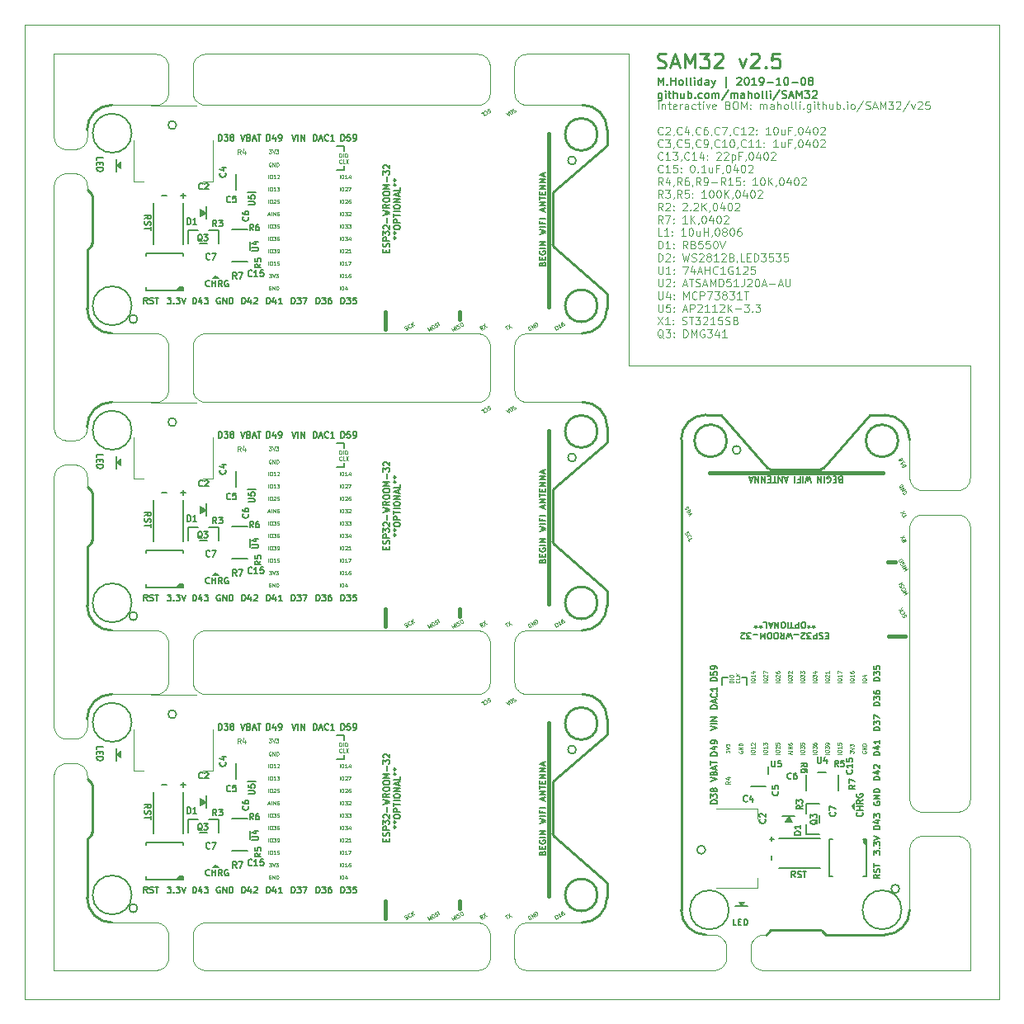
<source format=gbr>
%TF.GenerationSoftware,KiCad,Pcbnew,(5.1.4)-1*%
%TF.CreationDate,2019-10-11T08:55:03-07:00*%
%TF.ProjectId,output.v25Panel,6f757470-7574-42e7-9632-3550616e656c,rev?*%
%TF.SameCoordinates,Original*%
%TF.FileFunction,Legend,Top*%
%TF.FilePolarity,Positive*%
%FSLAX46Y46*%
G04 Gerber Fmt 4.6, Leading zero omitted, Abs format (unit mm)*
G04 Created by KiCad (PCBNEW (5.1.4)-1) date 2019-10-11 08:55:03*
%MOMM*%
%LPD*%
G04 APERTURE LIST*
%ADD10C,0.100000*%
%ADD11C,0.150000*%
%ADD12C,0.250000*%
%ADD13C,0.050000*%
%ADD14C,0.127000*%
%ADD15C,0.088900*%
%ADD16C,0.095250*%
%ADD17C,0.381000*%
%ADD18C,0.158750*%
%ADD19C,0.203200*%
%ADD20C,0.120000*%
%ADD21C,0.101600*%
G04 APERTURE END LIST*
D10*
X150005476Y-48661904D02*
X150005476Y-47861904D01*
X150386428Y-48128571D02*
X150386428Y-48661904D01*
X150386428Y-48204761D02*
X150424523Y-48166666D01*
X150500714Y-48128571D01*
X150615000Y-48128571D01*
X150691190Y-48166666D01*
X150729285Y-48242857D01*
X150729285Y-48661904D01*
X150995952Y-48128571D02*
X151300714Y-48128571D01*
X151110238Y-47861904D02*
X151110238Y-48547619D01*
X151148333Y-48623809D01*
X151224523Y-48661904D01*
X151300714Y-48661904D01*
X151872142Y-48623809D02*
X151795952Y-48661904D01*
X151643571Y-48661904D01*
X151567380Y-48623809D01*
X151529285Y-48547619D01*
X151529285Y-48242857D01*
X151567380Y-48166666D01*
X151643571Y-48128571D01*
X151795952Y-48128571D01*
X151872142Y-48166666D01*
X151910238Y-48242857D01*
X151910238Y-48319047D01*
X151529285Y-48395238D01*
X152253095Y-48661904D02*
X152253095Y-48128571D01*
X152253095Y-48280952D02*
X152291190Y-48204761D01*
X152329285Y-48166666D01*
X152405476Y-48128571D01*
X152481666Y-48128571D01*
X153091190Y-48661904D02*
X153091190Y-48242857D01*
X153053095Y-48166666D01*
X152976904Y-48128571D01*
X152824523Y-48128571D01*
X152748333Y-48166666D01*
X153091190Y-48623809D02*
X153015000Y-48661904D01*
X152824523Y-48661904D01*
X152748333Y-48623809D01*
X152710238Y-48547619D01*
X152710238Y-48471428D01*
X152748333Y-48395238D01*
X152824523Y-48357142D01*
X153015000Y-48357142D01*
X153091190Y-48319047D01*
X153815000Y-48623809D02*
X153738809Y-48661904D01*
X153586428Y-48661904D01*
X153510238Y-48623809D01*
X153472142Y-48585714D01*
X153434047Y-48509523D01*
X153434047Y-48280952D01*
X153472142Y-48204761D01*
X153510238Y-48166666D01*
X153586428Y-48128571D01*
X153738809Y-48128571D01*
X153815000Y-48166666D01*
X154043571Y-48128571D02*
X154348333Y-48128571D01*
X154157857Y-47861904D02*
X154157857Y-48547619D01*
X154195952Y-48623809D01*
X154272142Y-48661904D01*
X154348333Y-48661904D01*
X154615000Y-48661904D02*
X154615000Y-48128571D01*
X154615000Y-47861904D02*
X154576904Y-47900000D01*
X154615000Y-47938095D01*
X154653095Y-47900000D01*
X154615000Y-47861904D01*
X154615000Y-47938095D01*
X154919761Y-48128571D02*
X155110238Y-48661904D01*
X155300714Y-48128571D01*
X155910238Y-48623809D02*
X155834047Y-48661904D01*
X155681666Y-48661904D01*
X155605476Y-48623809D01*
X155567380Y-48547619D01*
X155567380Y-48242857D01*
X155605476Y-48166666D01*
X155681666Y-48128571D01*
X155834047Y-48128571D01*
X155910238Y-48166666D01*
X155948333Y-48242857D01*
X155948333Y-48319047D01*
X155567380Y-48395238D01*
X157167380Y-48242857D02*
X157281666Y-48280952D01*
X157319761Y-48319047D01*
X157357857Y-48395238D01*
X157357857Y-48509523D01*
X157319761Y-48585714D01*
X157281666Y-48623809D01*
X157205476Y-48661904D01*
X156900714Y-48661904D01*
X156900714Y-47861904D01*
X157167380Y-47861904D01*
X157243571Y-47900000D01*
X157281666Y-47938095D01*
X157319761Y-48014285D01*
X157319761Y-48090476D01*
X157281666Y-48166666D01*
X157243571Y-48204761D01*
X157167380Y-48242857D01*
X156900714Y-48242857D01*
X157853095Y-47861904D02*
X158005476Y-47861904D01*
X158081666Y-47900000D01*
X158157857Y-47976190D01*
X158195952Y-48128571D01*
X158195952Y-48395238D01*
X158157857Y-48547619D01*
X158081666Y-48623809D01*
X158005476Y-48661904D01*
X157853095Y-48661904D01*
X157776904Y-48623809D01*
X157700714Y-48547619D01*
X157662619Y-48395238D01*
X157662619Y-48128571D01*
X157700714Y-47976190D01*
X157776904Y-47900000D01*
X157853095Y-47861904D01*
X158538809Y-48661904D02*
X158538809Y-47861904D01*
X158805476Y-48433333D01*
X159072142Y-47861904D01*
X159072142Y-48661904D01*
X159453095Y-48585714D02*
X159491190Y-48623809D01*
X159453095Y-48661904D01*
X159415000Y-48623809D01*
X159453095Y-48585714D01*
X159453095Y-48661904D01*
X159453095Y-48166666D02*
X159491190Y-48204761D01*
X159453095Y-48242857D01*
X159415000Y-48204761D01*
X159453095Y-48166666D01*
X159453095Y-48242857D01*
X160443571Y-48661904D02*
X160443571Y-48128571D01*
X160443571Y-48204761D02*
X160481666Y-48166666D01*
X160557857Y-48128571D01*
X160672142Y-48128571D01*
X160748333Y-48166666D01*
X160786428Y-48242857D01*
X160786428Y-48661904D01*
X160786428Y-48242857D02*
X160824523Y-48166666D01*
X160900714Y-48128571D01*
X161015000Y-48128571D01*
X161091190Y-48166666D01*
X161129285Y-48242857D01*
X161129285Y-48661904D01*
X161853095Y-48661904D02*
X161853095Y-48242857D01*
X161815000Y-48166666D01*
X161738809Y-48128571D01*
X161586428Y-48128571D01*
X161510238Y-48166666D01*
X161853095Y-48623809D02*
X161776904Y-48661904D01*
X161586428Y-48661904D01*
X161510238Y-48623809D01*
X161472142Y-48547619D01*
X161472142Y-48471428D01*
X161510238Y-48395238D01*
X161586428Y-48357142D01*
X161776904Y-48357142D01*
X161853095Y-48319047D01*
X162234047Y-48661904D02*
X162234047Y-47861904D01*
X162576904Y-48661904D02*
X162576904Y-48242857D01*
X162538809Y-48166666D01*
X162462619Y-48128571D01*
X162348333Y-48128571D01*
X162272142Y-48166666D01*
X162234047Y-48204761D01*
X163072142Y-48661904D02*
X162995952Y-48623809D01*
X162957857Y-48585714D01*
X162919761Y-48509523D01*
X162919761Y-48280952D01*
X162957857Y-48204761D01*
X162995952Y-48166666D01*
X163072142Y-48128571D01*
X163186428Y-48128571D01*
X163262619Y-48166666D01*
X163300714Y-48204761D01*
X163338809Y-48280952D01*
X163338809Y-48509523D01*
X163300714Y-48585714D01*
X163262619Y-48623809D01*
X163186428Y-48661904D01*
X163072142Y-48661904D01*
X163795952Y-48661904D02*
X163719761Y-48623809D01*
X163681666Y-48547619D01*
X163681666Y-47861904D01*
X164215000Y-48661904D02*
X164138809Y-48623809D01*
X164100714Y-48547619D01*
X164100714Y-47861904D01*
X164519761Y-48661904D02*
X164519761Y-48128571D01*
X164519761Y-47861904D02*
X164481666Y-47900000D01*
X164519761Y-47938095D01*
X164557857Y-47900000D01*
X164519761Y-47861904D01*
X164519761Y-47938095D01*
X164900714Y-48585714D02*
X164938809Y-48623809D01*
X164900714Y-48661904D01*
X164862619Y-48623809D01*
X164900714Y-48585714D01*
X164900714Y-48661904D01*
X165624523Y-48128571D02*
X165624523Y-48776190D01*
X165586428Y-48852380D01*
X165548333Y-48890476D01*
X165472142Y-48928571D01*
X165357857Y-48928571D01*
X165281666Y-48890476D01*
X165624523Y-48623809D02*
X165548333Y-48661904D01*
X165395952Y-48661904D01*
X165319761Y-48623809D01*
X165281666Y-48585714D01*
X165243571Y-48509523D01*
X165243571Y-48280952D01*
X165281666Y-48204761D01*
X165319761Y-48166666D01*
X165395952Y-48128571D01*
X165548333Y-48128571D01*
X165624523Y-48166666D01*
X166005476Y-48661904D02*
X166005476Y-48128571D01*
X166005476Y-47861904D02*
X165967380Y-47900000D01*
X166005476Y-47938095D01*
X166043571Y-47900000D01*
X166005476Y-47861904D01*
X166005476Y-47938095D01*
X166272142Y-48128571D02*
X166576904Y-48128571D01*
X166386428Y-47861904D02*
X166386428Y-48547619D01*
X166424523Y-48623809D01*
X166500714Y-48661904D01*
X166576904Y-48661904D01*
X166843571Y-48661904D02*
X166843571Y-47861904D01*
X167186428Y-48661904D02*
X167186428Y-48242857D01*
X167148333Y-48166666D01*
X167072142Y-48128571D01*
X166957857Y-48128571D01*
X166881666Y-48166666D01*
X166843571Y-48204761D01*
X167910238Y-48128571D02*
X167910238Y-48661904D01*
X167567380Y-48128571D02*
X167567380Y-48547619D01*
X167605476Y-48623809D01*
X167681666Y-48661904D01*
X167795952Y-48661904D01*
X167872142Y-48623809D01*
X167910238Y-48585714D01*
X168291190Y-48661904D02*
X168291190Y-47861904D01*
X168291190Y-48166666D02*
X168367380Y-48128571D01*
X168519761Y-48128571D01*
X168595952Y-48166666D01*
X168634047Y-48204761D01*
X168672142Y-48280952D01*
X168672142Y-48509523D01*
X168634047Y-48585714D01*
X168595952Y-48623809D01*
X168519761Y-48661904D01*
X168367380Y-48661904D01*
X168291190Y-48623809D01*
X169015000Y-48585714D02*
X169053095Y-48623809D01*
X169015000Y-48661904D01*
X168976904Y-48623809D01*
X169015000Y-48585714D01*
X169015000Y-48661904D01*
X169395952Y-48661904D02*
X169395952Y-48128571D01*
X169395952Y-47861904D02*
X169357857Y-47900000D01*
X169395952Y-47938095D01*
X169434047Y-47900000D01*
X169395952Y-47861904D01*
X169395952Y-47938095D01*
X169891190Y-48661904D02*
X169815000Y-48623809D01*
X169776904Y-48585714D01*
X169738809Y-48509523D01*
X169738809Y-48280952D01*
X169776904Y-48204761D01*
X169815000Y-48166666D01*
X169891190Y-48128571D01*
X170005476Y-48128571D01*
X170081666Y-48166666D01*
X170119761Y-48204761D01*
X170157857Y-48280952D01*
X170157857Y-48509523D01*
X170119761Y-48585714D01*
X170081666Y-48623809D01*
X170005476Y-48661904D01*
X169891190Y-48661904D01*
X171072142Y-47823809D02*
X170386428Y-48852380D01*
X171300714Y-48623809D02*
X171415000Y-48661904D01*
X171605476Y-48661904D01*
X171681666Y-48623809D01*
X171719761Y-48585714D01*
X171757857Y-48509523D01*
X171757857Y-48433333D01*
X171719761Y-48357142D01*
X171681666Y-48319047D01*
X171605476Y-48280952D01*
X171453095Y-48242857D01*
X171376904Y-48204761D01*
X171338809Y-48166666D01*
X171300714Y-48090476D01*
X171300714Y-48014285D01*
X171338809Y-47938095D01*
X171376904Y-47900000D01*
X171453095Y-47861904D01*
X171643571Y-47861904D01*
X171757857Y-47900000D01*
X172062619Y-48433333D02*
X172443571Y-48433333D01*
X171986428Y-48661904D02*
X172253095Y-47861904D01*
X172519761Y-48661904D01*
X172786428Y-48661904D02*
X172786428Y-47861904D01*
X173053095Y-48433333D01*
X173319761Y-47861904D01*
X173319761Y-48661904D01*
X173624523Y-47861904D02*
X174119761Y-47861904D01*
X173853095Y-48166666D01*
X173967380Y-48166666D01*
X174043571Y-48204761D01*
X174081666Y-48242857D01*
X174119761Y-48319047D01*
X174119761Y-48509523D01*
X174081666Y-48585714D01*
X174043571Y-48623809D01*
X173967380Y-48661904D01*
X173738809Y-48661904D01*
X173662619Y-48623809D01*
X173624523Y-48585714D01*
X174424523Y-47938095D02*
X174462619Y-47900000D01*
X174538809Y-47861904D01*
X174729285Y-47861904D01*
X174805476Y-47900000D01*
X174843571Y-47938095D01*
X174881666Y-48014285D01*
X174881666Y-48090476D01*
X174843571Y-48204761D01*
X174386428Y-48661904D01*
X174881666Y-48661904D01*
X175795952Y-47823809D02*
X175110238Y-48852380D01*
X175986428Y-48128571D02*
X176176904Y-48661904D01*
X176367380Y-48128571D01*
X176634047Y-47938095D02*
X176672142Y-47900000D01*
X176748333Y-47861904D01*
X176938809Y-47861904D01*
X177015000Y-47900000D01*
X177053095Y-47938095D01*
X177091190Y-48014285D01*
X177091190Y-48090476D01*
X177053095Y-48204761D01*
X176595952Y-48661904D01*
X177091190Y-48661904D01*
X177815000Y-47861904D02*
X177434047Y-47861904D01*
X177395952Y-48242857D01*
X177434047Y-48204761D01*
X177510238Y-48166666D01*
X177700714Y-48166666D01*
X177776904Y-48204761D01*
X177815000Y-48242857D01*
X177853095Y-48319047D01*
X177853095Y-48509523D01*
X177815000Y-48585714D01*
X177776904Y-48623809D01*
X177700714Y-48661904D01*
X177510238Y-48661904D01*
X177434047Y-48623809D01*
X177395952Y-48585714D01*
X150462619Y-51185714D02*
X150424523Y-51223809D01*
X150310238Y-51261904D01*
X150234047Y-51261904D01*
X150119761Y-51223809D01*
X150043571Y-51147619D01*
X150005476Y-51071428D01*
X149967380Y-50919047D01*
X149967380Y-50804761D01*
X150005476Y-50652380D01*
X150043571Y-50576190D01*
X150119761Y-50500000D01*
X150234047Y-50461904D01*
X150310238Y-50461904D01*
X150424523Y-50500000D01*
X150462619Y-50538095D01*
X150767380Y-50538095D02*
X150805476Y-50500000D01*
X150881666Y-50461904D01*
X151072142Y-50461904D01*
X151148333Y-50500000D01*
X151186428Y-50538095D01*
X151224523Y-50614285D01*
X151224523Y-50690476D01*
X151186428Y-50804761D01*
X150729285Y-51261904D01*
X151224523Y-51261904D01*
X151605476Y-51223809D02*
X151605476Y-51261904D01*
X151567380Y-51338095D01*
X151529285Y-51376190D01*
X152405476Y-51185714D02*
X152367380Y-51223809D01*
X152253095Y-51261904D01*
X152176904Y-51261904D01*
X152062619Y-51223809D01*
X151986428Y-51147619D01*
X151948333Y-51071428D01*
X151910238Y-50919047D01*
X151910238Y-50804761D01*
X151948333Y-50652380D01*
X151986428Y-50576190D01*
X152062619Y-50500000D01*
X152176904Y-50461904D01*
X152253095Y-50461904D01*
X152367380Y-50500000D01*
X152405476Y-50538095D01*
X153091190Y-50728571D02*
X153091190Y-51261904D01*
X152900714Y-50423809D02*
X152710238Y-50995238D01*
X153205476Y-50995238D01*
X153548333Y-51223809D02*
X153548333Y-51261904D01*
X153510238Y-51338095D01*
X153472142Y-51376190D01*
X154348333Y-51185714D02*
X154310238Y-51223809D01*
X154195952Y-51261904D01*
X154119761Y-51261904D01*
X154005476Y-51223809D01*
X153929285Y-51147619D01*
X153891190Y-51071428D01*
X153853095Y-50919047D01*
X153853095Y-50804761D01*
X153891190Y-50652380D01*
X153929285Y-50576190D01*
X154005476Y-50500000D01*
X154119761Y-50461904D01*
X154195952Y-50461904D01*
X154310238Y-50500000D01*
X154348333Y-50538095D01*
X155034047Y-50461904D02*
X154881666Y-50461904D01*
X154805476Y-50500000D01*
X154767380Y-50538095D01*
X154691190Y-50652380D01*
X154653095Y-50804761D01*
X154653095Y-51109523D01*
X154691190Y-51185714D01*
X154729285Y-51223809D01*
X154805476Y-51261904D01*
X154957857Y-51261904D01*
X155034047Y-51223809D01*
X155072142Y-51185714D01*
X155110238Y-51109523D01*
X155110238Y-50919047D01*
X155072142Y-50842857D01*
X155034047Y-50804761D01*
X154957857Y-50766666D01*
X154805476Y-50766666D01*
X154729285Y-50804761D01*
X154691190Y-50842857D01*
X154653095Y-50919047D01*
X155491190Y-51223809D02*
X155491190Y-51261904D01*
X155453095Y-51338095D01*
X155415000Y-51376190D01*
X156291190Y-51185714D02*
X156253095Y-51223809D01*
X156138809Y-51261904D01*
X156062619Y-51261904D01*
X155948333Y-51223809D01*
X155872142Y-51147619D01*
X155834047Y-51071428D01*
X155795952Y-50919047D01*
X155795952Y-50804761D01*
X155834047Y-50652380D01*
X155872142Y-50576190D01*
X155948333Y-50500000D01*
X156062619Y-50461904D01*
X156138809Y-50461904D01*
X156253095Y-50500000D01*
X156291190Y-50538095D01*
X156557857Y-50461904D02*
X157091190Y-50461904D01*
X156748333Y-51261904D01*
X157434047Y-51223809D02*
X157434047Y-51261904D01*
X157395952Y-51338095D01*
X157357857Y-51376190D01*
X158234047Y-51185714D02*
X158195952Y-51223809D01*
X158081666Y-51261904D01*
X158005476Y-51261904D01*
X157891190Y-51223809D01*
X157815000Y-51147619D01*
X157776904Y-51071428D01*
X157738809Y-50919047D01*
X157738809Y-50804761D01*
X157776904Y-50652380D01*
X157815000Y-50576190D01*
X157891190Y-50500000D01*
X158005476Y-50461904D01*
X158081666Y-50461904D01*
X158195952Y-50500000D01*
X158234047Y-50538095D01*
X158995952Y-51261904D02*
X158538809Y-51261904D01*
X158767380Y-51261904D02*
X158767380Y-50461904D01*
X158691190Y-50576190D01*
X158615000Y-50652380D01*
X158538809Y-50690476D01*
X159300714Y-50538095D02*
X159338809Y-50500000D01*
X159415000Y-50461904D01*
X159605476Y-50461904D01*
X159681666Y-50500000D01*
X159719761Y-50538095D01*
X159757857Y-50614285D01*
X159757857Y-50690476D01*
X159719761Y-50804761D01*
X159262619Y-51261904D01*
X159757857Y-51261904D01*
X160100714Y-51185714D02*
X160138809Y-51223809D01*
X160100714Y-51261904D01*
X160062619Y-51223809D01*
X160100714Y-51185714D01*
X160100714Y-51261904D01*
X160100714Y-50766666D02*
X160138809Y-50804761D01*
X160100714Y-50842857D01*
X160062619Y-50804761D01*
X160100714Y-50766666D01*
X160100714Y-50842857D01*
X161510238Y-51261904D02*
X161053095Y-51261904D01*
X161281666Y-51261904D02*
X161281666Y-50461904D01*
X161205476Y-50576190D01*
X161129285Y-50652380D01*
X161053095Y-50690476D01*
X162005476Y-50461904D02*
X162081666Y-50461904D01*
X162157857Y-50500000D01*
X162195952Y-50538095D01*
X162234047Y-50614285D01*
X162272142Y-50766666D01*
X162272142Y-50957142D01*
X162234047Y-51109523D01*
X162195952Y-51185714D01*
X162157857Y-51223809D01*
X162081666Y-51261904D01*
X162005476Y-51261904D01*
X161929285Y-51223809D01*
X161891190Y-51185714D01*
X161853095Y-51109523D01*
X161815000Y-50957142D01*
X161815000Y-50766666D01*
X161853095Y-50614285D01*
X161891190Y-50538095D01*
X161929285Y-50500000D01*
X162005476Y-50461904D01*
X162957857Y-50728571D02*
X162957857Y-51261904D01*
X162615000Y-50728571D02*
X162615000Y-51147619D01*
X162653095Y-51223809D01*
X162729285Y-51261904D01*
X162843571Y-51261904D01*
X162919761Y-51223809D01*
X162957857Y-51185714D01*
X163605476Y-50842857D02*
X163338809Y-50842857D01*
X163338809Y-51261904D02*
X163338809Y-50461904D01*
X163719761Y-50461904D01*
X164062619Y-51223809D02*
X164062619Y-51261904D01*
X164024523Y-51338095D01*
X163986428Y-51376190D01*
X164557857Y-50461904D02*
X164634047Y-50461904D01*
X164710238Y-50500000D01*
X164748333Y-50538095D01*
X164786428Y-50614285D01*
X164824523Y-50766666D01*
X164824523Y-50957142D01*
X164786428Y-51109523D01*
X164748333Y-51185714D01*
X164710238Y-51223809D01*
X164634047Y-51261904D01*
X164557857Y-51261904D01*
X164481666Y-51223809D01*
X164443571Y-51185714D01*
X164405476Y-51109523D01*
X164367380Y-50957142D01*
X164367380Y-50766666D01*
X164405476Y-50614285D01*
X164443571Y-50538095D01*
X164481666Y-50500000D01*
X164557857Y-50461904D01*
X165510238Y-50728571D02*
X165510238Y-51261904D01*
X165319761Y-50423809D02*
X165129285Y-50995238D01*
X165624523Y-50995238D01*
X166081666Y-50461904D02*
X166157857Y-50461904D01*
X166234047Y-50500000D01*
X166272142Y-50538095D01*
X166310238Y-50614285D01*
X166348333Y-50766666D01*
X166348333Y-50957142D01*
X166310238Y-51109523D01*
X166272142Y-51185714D01*
X166234047Y-51223809D01*
X166157857Y-51261904D01*
X166081666Y-51261904D01*
X166005476Y-51223809D01*
X165967380Y-51185714D01*
X165929285Y-51109523D01*
X165891190Y-50957142D01*
X165891190Y-50766666D01*
X165929285Y-50614285D01*
X165967380Y-50538095D01*
X166005476Y-50500000D01*
X166081666Y-50461904D01*
X166653095Y-50538095D02*
X166691190Y-50500000D01*
X166767380Y-50461904D01*
X166957857Y-50461904D01*
X167034047Y-50500000D01*
X167072142Y-50538095D01*
X167110238Y-50614285D01*
X167110238Y-50690476D01*
X167072142Y-50804761D01*
X166615000Y-51261904D01*
X167110238Y-51261904D01*
X150462619Y-52485714D02*
X150424523Y-52523809D01*
X150310238Y-52561904D01*
X150234047Y-52561904D01*
X150119761Y-52523809D01*
X150043571Y-52447619D01*
X150005476Y-52371428D01*
X149967380Y-52219047D01*
X149967380Y-52104761D01*
X150005476Y-51952380D01*
X150043571Y-51876190D01*
X150119761Y-51800000D01*
X150234047Y-51761904D01*
X150310238Y-51761904D01*
X150424523Y-51800000D01*
X150462619Y-51838095D01*
X150729285Y-51761904D02*
X151224523Y-51761904D01*
X150957857Y-52066666D01*
X151072142Y-52066666D01*
X151148333Y-52104761D01*
X151186428Y-52142857D01*
X151224523Y-52219047D01*
X151224523Y-52409523D01*
X151186428Y-52485714D01*
X151148333Y-52523809D01*
X151072142Y-52561904D01*
X150843571Y-52561904D01*
X150767380Y-52523809D01*
X150729285Y-52485714D01*
X151605476Y-52523809D02*
X151605476Y-52561904D01*
X151567380Y-52638095D01*
X151529285Y-52676190D01*
X152405476Y-52485714D02*
X152367380Y-52523809D01*
X152253095Y-52561904D01*
X152176904Y-52561904D01*
X152062619Y-52523809D01*
X151986428Y-52447619D01*
X151948333Y-52371428D01*
X151910238Y-52219047D01*
X151910238Y-52104761D01*
X151948333Y-51952380D01*
X151986428Y-51876190D01*
X152062619Y-51800000D01*
X152176904Y-51761904D01*
X152253095Y-51761904D01*
X152367380Y-51800000D01*
X152405476Y-51838095D01*
X153129285Y-51761904D02*
X152748333Y-51761904D01*
X152710238Y-52142857D01*
X152748333Y-52104761D01*
X152824523Y-52066666D01*
X153015000Y-52066666D01*
X153091190Y-52104761D01*
X153129285Y-52142857D01*
X153167380Y-52219047D01*
X153167380Y-52409523D01*
X153129285Y-52485714D01*
X153091190Y-52523809D01*
X153015000Y-52561904D01*
X152824523Y-52561904D01*
X152748333Y-52523809D01*
X152710238Y-52485714D01*
X153548333Y-52523809D02*
X153548333Y-52561904D01*
X153510238Y-52638095D01*
X153472142Y-52676190D01*
X154348333Y-52485714D02*
X154310238Y-52523809D01*
X154195952Y-52561904D01*
X154119761Y-52561904D01*
X154005476Y-52523809D01*
X153929285Y-52447619D01*
X153891190Y-52371428D01*
X153853095Y-52219047D01*
X153853095Y-52104761D01*
X153891190Y-51952380D01*
X153929285Y-51876190D01*
X154005476Y-51800000D01*
X154119761Y-51761904D01*
X154195952Y-51761904D01*
X154310238Y-51800000D01*
X154348333Y-51838095D01*
X154729285Y-52561904D02*
X154881666Y-52561904D01*
X154957857Y-52523809D01*
X154995952Y-52485714D01*
X155072142Y-52371428D01*
X155110238Y-52219047D01*
X155110238Y-51914285D01*
X155072142Y-51838095D01*
X155034047Y-51800000D01*
X154957857Y-51761904D01*
X154805476Y-51761904D01*
X154729285Y-51800000D01*
X154691190Y-51838095D01*
X154653095Y-51914285D01*
X154653095Y-52104761D01*
X154691190Y-52180952D01*
X154729285Y-52219047D01*
X154805476Y-52257142D01*
X154957857Y-52257142D01*
X155034047Y-52219047D01*
X155072142Y-52180952D01*
X155110238Y-52104761D01*
X155491190Y-52523809D02*
X155491190Y-52561904D01*
X155453095Y-52638095D01*
X155415000Y-52676190D01*
X156291190Y-52485714D02*
X156253095Y-52523809D01*
X156138809Y-52561904D01*
X156062619Y-52561904D01*
X155948333Y-52523809D01*
X155872142Y-52447619D01*
X155834047Y-52371428D01*
X155795952Y-52219047D01*
X155795952Y-52104761D01*
X155834047Y-51952380D01*
X155872142Y-51876190D01*
X155948333Y-51800000D01*
X156062619Y-51761904D01*
X156138809Y-51761904D01*
X156253095Y-51800000D01*
X156291190Y-51838095D01*
X157053095Y-52561904D02*
X156595952Y-52561904D01*
X156824523Y-52561904D02*
X156824523Y-51761904D01*
X156748333Y-51876190D01*
X156672142Y-51952380D01*
X156595952Y-51990476D01*
X157548333Y-51761904D02*
X157624523Y-51761904D01*
X157700714Y-51800000D01*
X157738809Y-51838095D01*
X157776904Y-51914285D01*
X157815000Y-52066666D01*
X157815000Y-52257142D01*
X157776904Y-52409523D01*
X157738809Y-52485714D01*
X157700714Y-52523809D01*
X157624523Y-52561904D01*
X157548333Y-52561904D01*
X157472142Y-52523809D01*
X157434047Y-52485714D01*
X157395952Y-52409523D01*
X157357857Y-52257142D01*
X157357857Y-52066666D01*
X157395952Y-51914285D01*
X157434047Y-51838095D01*
X157472142Y-51800000D01*
X157548333Y-51761904D01*
X158195952Y-52523809D02*
X158195952Y-52561904D01*
X158157857Y-52638095D01*
X158119761Y-52676190D01*
X158995952Y-52485714D02*
X158957857Y-52523809D01*
X158843571Y-52561904D01*
X158767380Y-52561904D01*
X158653095Y-52523809D01*
X158576904Y-52447619D01*
X158538809Y-52371428D01*
X158500714Y-52219047D01*
X158500714Y-52104761D01*
X158538809Y-51952380D01*
X158576904Y-51876190D01*
X158653095Y-51800000D01*
X158767380Y-51761904D01*
X158843571Y-51761904D01*
X158957857Y-51800000D01*
X158995952Y-51838095D01*
X159757857Y-52561904D02*
X159300714Y-52561904D01*
X159529285Y-52561904D02*
X159529285Y-51761904D01*
X159453095Y-51876190D01*
X159376904Y-51952380D01*
X159300714Y-51990476D01*
X160519761Y-52561904D02*
X160062619Y-52561904D01*
X160291190Y-52561904D02*
X160291190Y-51761904D01*
X160215000Y-51876190D01*
X160138809Y-51952380D01*
X160062619Y-51990476D01*
X160862619Y-52485714D02*
X160900714Y-52523809D01*
X160862619Y-52561904D01*
X160824523Y-52523809D01*
X160862619Y-52485714D01*
X160862619Y-52561904D01*
X160862619Y-52066666D02*
X160900714Y-52104761D01*
X160862619Y-52142857D01*
X160824523Y-52104761D01*
X160862619Y-52066666D01*
X160862619Y-52142857D01*
X162272142Y-52561904D02*
X161815000Y-52561904D01*
X162043571Y-52561904D02*
X162043571Y-51761904D01*
X161967380Y-51876190D01*
X161891190Y-51952380D01*
X161815000Y-51990476D01*
X162957857Y-52028571D02*
X162957857Y-52561904D01*
X162615000Y-52028571D02*
X162615000Y-52447619D01*
X162653095Y-52523809D01*
X162729285Y-52561904D01*
X162843571Y-52561904D01*
X162919761Y-52523809D01*
X162957857Y-52485714D01*
X163605476Y-52142857D02*
X163338809Y-52142857D01*
X163338809Y-52561904D02*
X163338809Y-51761904D01*
X163719761Y-51761904D01*
X164062619Y-52523809D02*
X164062619Y-52561904D01*
X164024523Y-52638095D01*
X163986428Y-52676190D01*
X164557857Y-51761904D02*
X164634047Y-51761904D01*
X164710238Y-51800000D01*
X164748333Y-51838095D01*
X164786428Y-51914285D01*
X164824523Y-52066666D01*
X164824523Y-52257142D01*
X164786428Y-52409523D01*
X164748333Y-52485714D01*
X164710238Y-52523809D01*
X164634047Y-52561904D01*
X164557857Y-52561904D01*
X164481666Y-52523809D01*
X164443571Y-52485714D01*
X164405476Y-52409523D01*
X164367380Y-52257142D01*
X164367380Y-52066666D01*
X164405476Y-51914285D01*
X164443571Y-51838095D01*
X164481666Y-51800000D01*
X164557857Y-51761904D01*
X165510238Y-52028571D02*
X165510238Y-52561904D01*
X165319761Y-51723809D02*
X165129285Y-52295238D01*
X165624523Y-52295238D01*
X166081666Y-51761904D02*
X166157857Y-51761904D01*
X166234047Y-51800000D01*
X166272142Y-51838095D01*
X166310238Y-51914285D01*
X166348333Y-52066666D01*
X166348333Y-52257142D01*
X166310238Y-52409523D01*
X166272142Y-52485714D01*
X166234047Y-52523809D01*
X166157857Y-52561904D01*
X166081666Y-52561904D01*
X166005476Y-52523809D01*
X165967380Y-52485714D01*
X165929285Y-52409523D01*
X165891190Y-52257142D01*
X165891190Y-52066666D01*
X165929285Y-51914285D01*
X165967380Y-51838095D01*
X166005476Y-51800000D01*
X166081666Y-51761904D01*
X166653095Y-51838095D02*
X166691190Y-51800000D01*
X166767380Y-51761904D01*
X166957857Y-51761904D01*
X167034047Y-51800000D01*
X167072142Y-51838095D01*
X167110238Y-51914285D01*
X167110238Y-51990476D01*
X167072142Y-52104761D01*
X166615000Y-52561904D01*
X167110238Y-52561904D01*
X150462619Y-53785714D02*
X150424523Y-53823809D01*
X150310238Y-53861904D01*
X150234047Y-53861904D01*
X150119761Y-53823809D01*
X150043571Y-53747619D01*
X150005476Y-53671428D01*
X149967380Y-53519047D01*
X149967380Y-53404761D01*
X150005476Y-53252380D01*
X150043571Y-53176190D01*
X150119761Y-53100000D01*
X150234047Y-53061904D01*
X150310238Y-53061904D01*
X150424523Y-53100000D01*
X150462619Y-53138095D01*
X151224523Y-53861904D02*
X150767380Y-53861904D01*
X150995952Y-53861904D02*
X150995952Y-53061904D01*
X150919761Y-53176190D01*
X150843571Y-53252380D01*
X150767380Y-53290476D01*
X151491190Y-53061904D02*
X151986428Y-53061904D01*
X151719761Y-53366666D01*
X151834047Y-53366666D01*
X151910238Y-53404761D01*
X151948333Y-53442857D01*
X151986428Y-53519047D01*
X151986428Y-53709523D01*
X151948333Y-53785714D01*
X151910238Y-53823809D01*
X151834047Y-53861904D01*
X151605476Y-53861904D01*
X151529285Y-53823809D01*
X151491190Y-53785714D01*
X152367380Y-53823809D02*
X152367380Y-53861904D01*
X152329285Y-53938095D01*
X152291190Y-53976190D01*
X153167380Y-53785714D02*
X153129285Y-53823809D01*
X153015000Y-53861904D01*
X152938809Y-53861904D01*
X152824523Y-53823809D01*
X152748333Y-53747619D01*
X152710238Y-53671428D01*
X152672142Y-53519047D01*
X152672142Y-53404761D01*
X152710238Y-53252380D01*
X152748333Y-53176190D01*
X152824523Y-53100000D01*
X152938809Y-53061904D01*
X153015000Y-53061904D01*
X153129285Y-53100000D01*
X153167380Y-53138095D01*
X153929285Y-53861904D02*
X153472142Y-53861904D01*
X153700714Y-53861904D02*
X153700714Y-53061904D01*
X153624523Y-53176190D01*
X153548333Y-53252380D01*
X153472142Y-53290476D01*
X154615000Y-53328571D02*
X154615000Y-53861904D01*
X154424523Y-53023809D02*
X154234047Y-53595238D01*
X154729285Y-53595238D01*
X155034047Y-53785714D02*
X155072142Y-53823809D01*
X155034047Y-53861904D01*
X154995952Y-53823809D01*
X155034047Y-53785714D01*
X155034047Y-53861904D01*
X155034047Y-53366666D02*
X155072142Y-53404761D01*
X155034047Y-53442857D01*
X154995952Y-53404761D01*
X155034047Y-53366666D01*
X155034047Y-53442857D01*
X155986428Y-53138095D02*
X156024523Y-53100000D01*
X156100714Y-53061904D01*
X156291190Y-53061904D01*
X156367380Y-53100000D01*
X156405476Y-53138095D01*
X156443571Y-53214285D01*
X156443571Y-53290476D01*
X156405476Y-53404761D01*
X155948333Y-53861904D01*
X156443571Y-53861904D01*
X156748333Y-53138095D02*
X156786428Y-53100000D01*
X156862619Y-53061904D01*
X157053095Y-53061904D01*
X157129285Y-53100000D01*
X157167380Y-53138095D01*
X157205476Y-53214285D01*
X157205476Y-53290476D01*
X157167380Y-53404761D01*
X156710238Y-53861904D01*
X157205476Y-53861904D01*
X157548333Y-53328571D02*
X157548333Y-54128571D01*
X157548333Y-53366666D02*
X157624523Y-53328571D01*
X157776904Y-53328571D01*
X157853095Y-53366666D01*
X157891190Y-53404761D01*
X157929285Y-53480952D01*
X157929285Y-53709523D01*
X157891190Y-53785714D01*
X157853095Y-53823809D01*
X157776904Y-53861904D01*
X157624523Y-53861904D01*
X157548333Y-53823809D01*
X158538809Y-53442857D02*
X158272142Y-53442857D01*
X158272142Y-53861904D02*
X158272142Y-53061904D01*
X158653095Y-53061904D01*
X158995952Y-53823809D02*
X158995952Y-53861904D01*
X158957857Y-53938095D01*
X158919761Y-53976190D01*
X159491190Y-53061904D02*
X159567380Y-53061904D01*
X159643571Y-53100000D01*
X159681666Y-53138095D01*
X159719761Y-53214285D01*
X159757857Y-53366666D01*
X159757857Y-53557142D01*
X159719761Y-53709523D01*
X159681666Y-53785714D01*
X159643571Y-53823809D01*
X159567380Y-53861904D01*
X159491190Y-53861904D01*
X159415000Y-53823809D01*
X159376904Y-53785714D01*
X159338809Y-53709523D01*
X159300714Y-53557142D01*
X159300714Y-53366666D01*
X159338809Y-53214285D01*
X159376904Y-53138095D01*
X159415000Y-53100000D01*
X159491190Y-53061904D01*
X160443571Y-53328571D02*
X160443571Y-53861904D01*
X160253095Y-53023809D02*
X160062619Y-53595238D01*
X160557857Y-53595238D01*
X161015000Y-53061904D02*
X161091190Y-53061904D01*
X161167380Y-53100000D01*
X161205476Y-53138095D01*
X161243571Y-53214285D01*
X161281666Y-53366666D01*
X161281666Y-53557142D01*
X161243571Y-53709523D01*
X161205476Y-53785714D01*
X161167380Y-53823809D01*
X161091190Y-53861904D01*
X161015000Y-53861904D01*
X160938809Y-53823809D01*
X160900714Y-53785714D01*
X160862619Y-53709523D01*
X160824523Y-53557142D01*
X160824523Y-53366666D01*
X160862619Y-53214285D01*
X160900714Y-53138095D01*
X160938809Y-53100000D01*
X161015000Y-53061904D01*
X161586428Y-53138095D02*
X161624523Y-53100000D01*
X161700714Y-53061904D01*
X161891190Y-53061904D01*
X161967380Y-53100000D01*
X162005476Y-53138095D01*
X162043571Y-53214285D01*
X162043571Y-53290476D01*
X162005476Y-53404761D01*
X161548333Y-53861904D01*
X162043571Y-53861904D01*
X150462619Y-55085714D02*
X150424523Y-55123809D01*
X150310238Y-55161904D01*
X150234047Y-55161904D01*
X150119761Y-55123809D01*
X150043571Y-55047619D01*
X150005476Y-54971428D01*
X149967380Y-54819047D01*
X149967380Y-54704761D01*
X150005476Y-54552380D01*
X150043571Y-54476190D01*
X150119761Y-54400000D01*
X150234047Y-54361904D01*
X150310238Y-54361904D01*
X150424523Y-54400000D01*
X150462619Y-54438095D01*
X151224523Y-55161904D02*
X150767380Y-55161904D01*
X150995952Y-55161904D02*
X150995952Y-54361904D01*
X150919761Y-54476190D01*
X150843571Y-54552380D01*
X150767380Y-54590476D01*
X151948333Y-54361904D02*
X151567380Y-54361904D01*
X151529285Y-54742857D01*
X151567380Y-54704761D01*
X151643571Y-54666666D01*
X151834047Y-54666666D01*
X151910238Y-54704761D01*
X151948333Y-54742857D01*
X151986428Y-54819047D01*
X151986428Y-55009523D01*
X151948333Y-55085714D01*
X151910238Y-55123809D01*
X151834047Y-55161904D01*
X151643571Y-55161904D01*
X151567380Y-55123809D01*
X151529285Y-55085714D01*
X152329285Y-55085714D02*
X152367380Y-55123809D01*
X152329285Y-55161904D01*
X152291190Y-55123809D01*
X152329285Y-55085714D01*
X152329285Y-55161904D01*
X152329285Y-54666666D02*
X152367380Y-54704761D01*
X152329285Y-54742857D01*
X152291190Y-54704761D01*
X152329285Y-54666666D01*
X152329285Y-54742857D01*
X153472142Y-54361904D02*
X153548333Y-54361904D01*
X153624523Y-54400000D01*
X153662619Y-54438095D01*
X153700714Y-54514285D01*
X153738809Y-54666666D01*
X153738809Y-54857142D01*
X153700714Y-55009523D01*
X153662619Y-55085714D01*
X153624523Y-55123809D01*
X153548333Y-55161904D01*
X153472142Y-55161904D01*
X153395952Y-55123809D01*
X153357857Y-55085714D01*
X153319761Y-55009523D01*
X153281666Y-54857142D01*
X153281666Y-54666666D01*
X153319761Y-54514285D01*
X153357857Y-54438095D01*
X153395952Y-54400000D01*
X153472142Y-54361904D01*
X154081666Y-55085714D02*
X154119761Y-55123809D01*
X154081666Y-55161904D01*
X154043571Y-55123809D01*
X154081666Y-55085714D01*
X154081666Y-55161904D01*
X154881666Y-55161904D02*
X154424523Y-55161904D01*
X154653095Y-55161904D02*
X154653095Y-54361904D01*
X154576904Y-54476190D01*
X154500714Y-54552380D01*
X154424523Y-54590476D01*
X155567380Y-54628571D02*
X155567380Y-55161904D01*
X155224523Y-54628571D02*
X155224523Y-55047619D01*
X155262619Y-55123809D01*
X155338809Y-55161904D01*
X155453095Y-55161904D01*
X155529285Y-55123809D01*
X155567380Y-55085714D01*
X156215000Y-54742857D02*
X155948333Y-54742857D01*
X155948333Y-55161904D02*
X155948333Y-54361904D01*
X156329285Y-54361904D01*
X156672142Y-55123809D02*
X156672142Y-55161904D01*
X156634047Y-55238095D01*
X156595952Y-55276190D01*
X157167380Y-54361904D02*
X157243571Y-54361904D01*
X157319761Y-54400000D01*
X157357857Y-54438095D01*
X157395952Y-54514285D01*
X157434047Y-54666666D01*
X157434047Y-54857142D01*
X157395952Y-55009523D01*
X157357857Y-55085714D01*
X157319761Y-55123809D01*
X157243571Y-55161904D01*
X157167380Y-55161904D01*
X157091190Y-55123809D01*
X157053095Y-55085714D01*
X157015000Y-55009523D01*
X156976904Y-54857142D01*
X156976904Y-54666666D01*
X157015000Y-54514285D01*
X157053095Y-54438095D01*
X157091190Y-54400000D01*
X157167380Y-54361904D01*
X158119761Y-54628571D02*
X158119761Y-55161904D01*
X157929285Y-54323809D02*
X157738809Y-54895238D01*
X158234047Y-54895238D01*
X158691190Y-54361904D02*
X158767380Y-54361904D01*
X158843571Y-54400000D01*
X158881666Y-54438095D01*
X158919761Y-54514285D01*
X158957857Y-54666666D01*
X158957857Y-54857142D01*
X158919761Y-55009523D01*
X158881666Y-55085714D01*
X158843571Y-55123809D01*
X158767380Y-55161904D01*
X158691190Y-55161904D01*
X158615000Y-55123809D01*
X158576904Y-55085714D01*
X158538809Y-55009523D01*
X158500714Y-54857142D01*
X158500714Y-54666666D01*
X158538809Y-54514285D01*
X158576904Y-54438095D01*
X158615000Y-54400000D01*
X158691190Y-54361904D01*
X159262619Y-54438095D02*
X159300714Y-54400000D01*
X159376904Y-54361904D01*
X159567380Y-54361904D01*
X159643571Y-54400000D01*
X159681666Y-54438095D01*
X159719761Y-54514285D01*
X159719761Y-54590476D01*
X159681666Y-54704761D01*
X159224523Y-55161904D01*
X159719761Y-55161904D01*
X150462619Y-56461904D02*
X150195952Y-56080952D01*
X150005476Y-56461904D02*
X150005476Y-55661904D01*
X150310238Y-55661904D01*
X150386428Y-55700000D01*
X150424523Y-55738095D01*
X150462619Y-55814285D01*
X150462619Y-55928571D01*
X150424523Y-56004761D01*
X150386428Y-56042857D01*
X150310238Y-56080952D01*
X150005476Y-56080952D01*
X151148333Y-55928571D02*
X151148333Y-56461904D01*
X150957857Y-55623809D02*
X150767380Y-56195238D01*
X151262619Y-56195238D01*
X151605476Y-56423809D02*
X151605476Y-56461904D01*
X151567380Y-56538095D01*
X151529285Y-56576190D01*
X152405476Y-56461904D02*
X152138809Y-56080952D01*
X151948333Y-56461904D02*
X151948333Y-55661904D01*
X152253095Y-55661904D01*
X152329285Y-55700000D01*
X152367380Y-55738095D01*
X152405476Y-55814285D01*
X152405476Y-55928571D01*
X152367380Y-56004761D01*
X152329285Y-56042857D01*
X152253095Y-56080952D01*
X151948333Y-56080952D01*
X153091190Y-55661904D02*
X152938809Y-55661904D01*
X152862619Y-55700000D01*
X152824523Y-55738095D01*
X152748333Y-55852380D01*
X152710238Y-56004761D01*
X152710238Y-56309523D01*
X152748333Y-56385714D01*
X152786428Y-56423809D01*
X152862619Y-56461904D01*
X153015000Y-56461904D01*
X153091190Y-56423809D01*
X153129285Y-56385714D01*
X153167380Y-56309523D01*
X153167380Y-56119047D01*
X153129285Y-56042857D01*
X153091190Y-56004761D01*
X153015000Y-55966666D01*
X152862619Y-55966666D01*
X152786428Y-56004761D01*
X152748333Y-56042857D01*
X152710238Y-56119047D01*
X153548333Y-56423809D02*
X153548333Y-56461904D01*
X153510238Y-56538095D01*
X153472142Y-56576190D01*
X154348333Y-56461904D02*
X154081666Y-56080952D01*
X153891190Y-56461904D02*
X153891190Y-55661904D01*
X154195952Y-55661904D01*
X154272142Y-55700000D01*
X154310238Y-55738095D01*
X154348333Y-55814285D01*
X154348333Y-55928571D01*
X154310238Y-56004761D01*
X154272142Y-56042857D01*
X154195952Y-56080952D01*
X153891190Y-56080952D01*
X154729285Y-56461904D02*
X154881666Y-56461904D01*
X154957857Y-56423809D01*
X154995952Y-56385714D01*
X155072142Y-56271428D01*
X155110238Y-56119047D01*
X155110238Y-55814285D01*
X155072142Y-55738095D01*
X155034047Y-55700000D01*
X154957857Y-55661904D01*
X154805476Y-55661904D01*
X154729285Y-55700000D01*
X154691190Y-55738095D01*
X154653095Y-55814285D01*
X154653095Y-56004761D01*
X154691190Y-56080952D01*
X154729285Y-56119047D01*
X154805476Y-56157142D01*
X154957857Y-56157142D01*
X155034047Y-56119047D01*
X155072142Y-56080952D01*
X155110238Y-56004761D01*
X155453095Y-56157142D02*
X156062619Y-56157142D01*
X156900714Y-56461904D02*
X156634047Y-56080952D01*
X156443571Y-56461904D02*
X156443571Y-55661904D01*
X156748333Y-55661904D01*
X156824523Y-55700000D01*
X156862619Y-55738095D01*
X156900714Y-55814285D01*
X156900714Y-55928571D01*
X156862619Y-56004761D01*
X156824523Y-56042857D01*
X156748333Y-56080952D01*
X156443571Y-56080952D01*
X157662619Y-56461904D02*
X157205476Y-56461904D01*
X157434047Y-56461904D02*
X157434047Y-55661904D01*
X157357857Y-55776190D01*
X157281666Y-55852380D01*
X157205476Y-55890476D01*
X158386428Y-55661904D02*
X158005476Y-55661904D01*
X157967380Y-56042857D01*
X158005476Y-56004761D01*
X158081666Y-55966666D01*
X158272142Y-55966666D01*
X158348333Y-56004761D01*
X158386428Y-56042857D01*
X158424523Y-56119047D01*
X158424523Y-56309523D01*
X158386428Y-56385714D01*
X158348333Y-56423809D01*
X158272142Y-56461904D01*
X158081666Y-56461904D01*
X158005476Y-56423809D01*
X157967380Y-56385714D01*
X158767380Y-56385714D02*
X158805476Y-56423809D01*
X158767380Y-56461904D01*
X158729285Y-56423809D01*
X158767380Y-56385714D01*
X158767380Y-56461904D01*
X158767380Y-55966666D02*
X158805476Y-56004761D01*
X158767380Y-56042857D01*
X158729285Y-56004761D01*
X158767380Y-55966666D01*
X158767380Y-56042857D01*
X160176904Y-56461904D02*
X159719761Y-56461904D01*
X159948333Y-56461904D02*
X159948333Y-55661904D01*
X159872142Y-55776190D01*
X159795952Y-55852380D01*
X159719761Y-55890476D01*
X160672142Y-55661904D02*
X160748333Y-55661904D01*
X160824523Y-55700000D01*
X160862619Y-55738095D01*
X160900714Y-55814285D01*
X160938809Y-55966666D01*
X160938809Y-56157142D01*
X160900714Y-56309523D01*
X160862619Y-56385714D01*
X160824523Y-56423809D01*
X160748333Y-56461904D01*
X160672142Y-56461904D01*
X160595952Y-56423809D01*
X160557857Y-56385714D01*
X160519761Y-56309523D01*
X160481666Y-56157142D01*
X160481666Y-55966666D01*
X160519761Y-55814285D01*
X160557857Y-55738095D01*
X160595952Y-55700000D01*
X160672142Y-55661904D01*
X161281666Y-56461904D02*
X161281666Y-55661904D01*
X161738809Y-56461904D02*
X161395952Y-56004761D01*
X161738809Y-55661904D02*
X161281666Y-56119047D01*
X162119761Y-56423809D02*
X162119761Y-56461904D01*
X162081666Y-56538095D01*
X162043571Y-56576190D01*
X162615000Y-55661904D02*
X162691190Y-55661904D01*
X162767380Y-55700000D01*
X162805476Y-55738095D01*
X162843571Y-55814285D01*
X162881666Y-55966666D01*
X162881666Y-56157142D01*
X162843571Y-56309523D01*
X162805476Y-56385714D01*
X162767380Y-56423809D01*
X162691190Y-56461904D01*
X162615000Y-56461904D01*
X162538809Y-56423809D01*
X162500714Y-56385714D01*
X162462619Y-56309523D01*
X162424523Y-56157142D01*
X162424523Y-55966666D01*
X162462619Y-55814285D01*
X162500714Y-55738095D01*
X162538809Y-55700000D01*
X162615000Y-55661904D01*
X163567380Y-55928571D02*
X163567380Y-56461904D01*
X163376904Y-55623809D02*
X163186428Y-56195238D01*
X163681666Y-56195238D01*
X164138809Y-55661904D02*
X164215000Y-55661904D01*
X164291190Y-55700000D01*
X164329285Y-55738095D01*
X164367380Y-55814285D01*
X164405476Y-55966666D01*
X164405476Y-56157142D01*
X164367380Y-56309523D01*
X164329285Y-56385714D01*
X164291190Y-56423809D01*
X164215000Y-56461904D01*
X164138809Y-56461904D01*
X164062619Y-56423809D01*
X164024523Y-56385714D01*
X163986428Y-56309523D01*
X163948333Y-56157142D01*
X163948333Y-55966666D01*
X163986428Y-55814285D01*
X164024523Y-55738095D01*
X164062619Y-55700000D01*
X164138809Y-55661904D01*
X164710238Y-55738095D02*
X164748333Y-55700000D01*
X164824523Y-55661904D01*
X165015000Y-55661904D01*
X165091190Y-55700000D01*
X165129285Y-55738095D01*
X165167380Y-55814285D01*
X165167380Y-55890476D01*
X165129285Y-56004761D01*
X164672142Y-56461904D01*
X165167380Y-56461904D01*
X150462619Y-57761904D02*
X150195952Y-57380952D01*
X150005476Y-57761904D02*
X150005476Y-56961904D01*
X150310238Y-56961904D01*
X150386428Y-57000000D01*
X150424523Y-57038095D01*
X150462619Y-57114285D01*
X150462619Y-57228571D01*
X150424523Y-57304761D01*
X150386428Y-57342857D01*
X150310238Y-57380952D01*
X150005476Y-57380952D01*
X150729285Y-56961904D02*
X151224523Y-56961904D01*
X150957857Y-57266666D01*
X151072142Y-57266666D01*
X151148333Y-57304761D01*
X151186428Y-57342857D01*
X151224523Y-57419047D01*
X151224523Y-57609523D01*
X151186428Y-57685714D01*
X151148333Y-57723809D01*
X151072142Y-57761904D01*
X150843571Y-57761904D01*
X150767380Y-57723809D01*
X150729285Y-57685714D01*
X151605476Y-57723809D02*
X151605476Y-57761904D01*
X151567380Y-57838095D01*
X151529285Y-57876190D01*
X152405476Y-57761904D02*
X152138809Y-57380952D01*
X151948333Y-57761904D02*
X151948333Y-56961904D01*
X152253095Y-56961904D01*
X152329285Y-57000000D01*
X152367380Y-57038095D01*
X152405476Y-57114285D01*
X152405476Y-57228571D01*
X152367380Y-57304761D01*
X152329285Y-57342857D01*
X152253095Y-57380952D01*
X151948333Y-57380952D01*
X153129285Y-56961904D02*
X152748333Y-56961904D01*
X152710238Y-57342857D01*
X152748333Y-57304761D01*
X152824523Y-57266666D01*
X153015000Y-57266666D01*
X153091190Y-57304761D01*
X153129285Y-57342857D01*
X153167380Y-57419047D01*
X153167380Y-57609523D01*
X153129285Y-57685714D01*
X153091190Y-57723809D01*
X153015000Y-57761904D01*
X152824523Y-57761904D01*
X152748333Y-57723809D01*
X152710238Y-57685714D01*
X153510238Y-57685714D02*
X153548333Y-57723809D01*
X153510238Y-57761904D01*
X153472142Y-57723809D01*
X153510238Y-57685714D01*
X153510238Y-57761904D01*
X153510238Y-57266666D02*
X153548333Y-57304761D01*
X153510238Y-57342857D01*
X153472142Y-57304761D01*
X153510238Y-57266666D01*
X153510238Y-57342857D01*
X154919761Y-57761904D02*
X154462619Y-57761904D01*
X154691190Y-57761904D02*
X154691190Y-56961904D01*
X154615000Y-57076190D01*
X154538809Y-57152380D01*
X154462619Y-57190476D01*
X155415000Y-56961904D02*
X155491190Y-56961904D01*
X155567380Y-57000000D01*
X155605476Y-57038095D01*
X155643571Y-57114285D01*
X155681666Y-57266666D01*
X155681666Y-57457142D01*
X155643571Y-57609523D01*
X155605476Y-57685714D01*
X155567380Y-57723809D01*
X155491190Y-57761904D01*
X155415000Y-57761904D01*
X155338809Y-57723809D01*
X155300714Y-57685714D01*
X155262619Y-57609523D01*
X155224523Y-57457142D01*
X155224523Y-57266666D01*
X155262619Y-57114285D01*
X155300714Y-57038095D01*
X155338809Y-57000000D01*
X155415000Y-56961904D01*
X156176904Y-56961904D02*
X156253095Y-56961904D01*
X156329285Y-57000000D01*
X156367380Y-57038095D01*
X156405476Y-57114285D01*
X156443571Y-57266666D01*
X156443571Y-57457142D01*
X156405476Y-57609523D01*
X156367380Y-57685714D01*
X156329285Y-57723809D01*
X156253095Y-57761904D01*
X156176904Y-57761904D01*
X156100714Y-57723809D01*
X156062619Y-57685714D01*
X156024523Y-57609523D01*
X155986428Y-57457142D01*
X155986428Y-57266666D01*
X156024523Y-57114285D01*
X156062619Y-57038095D01*
X156100714Y-57000000D01*
X156176904Y-56961904D01*
X156786428Y-57761904D02*
X156786428Y-56961904D01*
X157243571Y-57761904D02*
X156900714Y-57304761D01*
X157243571Y-56961904D02*
X156786428Y-57419047D01*
X157624523Y-57723809D02*
X157624523Y-57761904D01*
X157586428Y-57838095D01*
X157548333Y-57876190D01*
X158119761Y-56961904D02*
X158195952Y-56961904D01*
X158272142Y-57000000D01*
X158310238Y-57038095D01*
X158348333Y-57114285D01*
X158386428Y-57266666D01*
X158386428Y-57457142D01*
X158348333Y-57609523D01*
X158310238Y-57685714D01*
X158272142Y-57723809D01*
X158195952Y-57761904D01*
X158119761Y-57761904D01*
X158043571Y-57723809D01*
X158005476Y-57685714D01*
X157967380Y-57609523D01*
X157929285Y-57457142D01*
X157929285Y-57266666D01*
X157967380Y-57114285D01*
X158005476Y-57038095D01*
X158043571Y-57000000D01*
X158119761Y-56961904D01*
X159072142Y-57228571D02*
X159072142Y-57761904D01*
X158881666Y-56923809D02*
X158691190Y-57495238D01*
X159186428Y-57495238D01*
X159643571Y-56961904D02*
X159719761Y-56961904D01*
X159795952Y-57000000D01*
X159834047Y-57038095D01*
X159872142Y-57114285D01*
X159910238Y-57266666D01*
X159910238Y-57457142D01*
X159872142Y-57609523D01*
X159834047Y-57685714D01*
X159795952Y-57723809D01*
X159719761Y-57761904D01*
X159643571Y-57761904D01*
X159567380Y-57723809D01*
X159529285Y-57685714D01*
X159491190Y-57609523D01*
X159453095Y-57457142D01*
X159453095Y-57266666D01*
X159491190Y-57114285D01*
X159529285Y-57038095D01*
X159567380Y-57000000D01*
X159643571Y-56961904D01*
X160215000Y-57038095D02*
X160253095Y-57000000D01*
X160329285Y-56961904D01*
X160519761Y-56961904D01*
X160595952Y-57000000D01*
X160634047Y-57038095D01*
X160672142Y-57114285D01*
X160672142Y-57190476D01*
X160634047Y-57304761D01*
X160176904Y-57761904D01*
X160672142Y-57761904D01*
X150462619Y-59061904D02*
X150195952Y-58680952D01*
X150005476Y-59061904D02*
X150005476Y-58261904D01*
X150310238Y-58261904D01*
X150386428Y-58300000D01*
X150424523Y-58338095D01*
X150462619Y-58414285D01*
X150462619Y-58528571D01*
X150424523Y-58604761D01*
X150386428Y-58642857D01*
X150310238Y-58680952D01*
X150005476Y-58680952D01*
X150767380Y-58338095D02*
X150805476Y-58300000D01*
X150881666Y-58261904D01*
X151072142Y-58261904D01*
X151148333Y-58300000D01*
X151186428Y-58338095D01*
X151224523Y-58414285D01*
X151224523Y-58490476D01*
X151186428Y-58604761D01*
X150729285Y-59061904D01*
X151224523Y-59061904D01*
X151567380Y-58985714D02*
X151605476Y-59023809D01*
X151567380Y-59061904D01*
X151529285Y-59023809D01*
X151567380Y-58985714D01*
X151567380Y-59061904D01*
X151567380Y-58566666D02*
X151605476Y-58604761D01*
X151567380Y-58642857D01*
X151529285Y-58604761D01*
X151567380Y-58566666D01*
X151567380Y-58642857D01*
X152519761Y-58338095D02*
X152557857Y-58300000D01*
X152634047Y-58261904D01*
X152824523Y-58261904D01*
X152900714Y-58300000D01*
X152938809Y-58338095D01*
X152976904Y-58414285D01*
X152976904Y-58490476D01*
X152938809Y-58604761D01*
X152481666Y-59061904D01*
X152976904Y-59061904D01*
X153319761Y-58985714D02*
X153357857Y-59023809D01*
X153319761Y-59061904D01*
X153281666Y-59023809D01*
X153319761Y-58985714D01*
X153319761Y-59061904D01*
X153662619Y-58338095D02*
X153700714Y-58300000D01*
X153776904Y-58261904D01*
X153967380Y-58261904D01*
X154043571Y-58300000D01*
X154081666Y-58338095D01*
X154119761Y-58414285D01*
X154119761Y-58490476D01*
X154081666Y-58604761D01*
X153624523Y-59061904D01*
X154119761Y-59061904D01*
X154462619Y-59061904D02*
X154462619Y-58261904D01*
X154919761Y-59061904D02*
X154576904Y-58604761D01*
X154919761Y-58261904D02*
X154462619Y-58719047D01*
X155300714Y-59023809D02*
X155300714Y-59061904D01*
X155262619Y-59138095D01*
X155224523Y-59176190D01*
X155795952Y-58261904D02*
X155872142Y-58261904D01*
X155948333Y-58300000D01*
X155986428Y-58338095D01*
X156024523Y-58414285D01*
X156062619Y-58566666D01*
X156062619Y-58757142D01*
X156024523Y-58909523D01*
X155986428Y-58985714D01*
X155948333Y-59023809D01*
X155872142Y-59061904D01*
X155795952Y-59061904D01*
X155719761Y-59023809D01*
X155681666Y-58985714D01*
X155643571Y-58909523D01*
X155605476Y-58757142D01*
X155605476Y-58566666D01*
X155643571Y-58414285D01*
X155681666Y-58338095D01*
X155719761Y-58300000D01*
X155795952Y-58261904D01*
X156748333Y-58528571D02*
X156748333Y-59061904D01*
X156557857Y-58223809D02*
X156367380Y-58795238D01*
X156862619Y-58795238D01*
X157319761Y-58261904D02*
X157395952Y-58261904D01*
X157472142Y-58300000D01*
X157510238Y-58338095D01*
X157548333Y-58414285D01*
X157586428Y-58566666D01*
X157586428Y-58757142D01*
X157548333Y-58909523D01*
X157510238Y-58985714D01*
X157472142Y-59023809D01*
X157395952Y-59061904D01*
X157319761Y-59061904D01*
X157243571Y-59023809D01*
X157205476Y-58985714D01*
X157167380Y-58909523D01*
X157129285Y-58757142D01*
X157129285Y-58566666D01*
X157167380Y-58414285D01*
X157205476Y-58338095D01*
X157243571Y-58300000D01*
X157319761Y-58261904D01*
X157891190Y-58338095D02*
X157929285Y-58300000D01*
X158005476Y-58261904D01*
X158195952Y-58261904D01*
X158272142Y-58300000D01*
X158310238Y-58338095D01*
X158348333Y-58414285D01*
X158348333Y-58490476D01*
X158310238Y-58604761D01*
X157853095Y-59061904D01*
X158348333Y-59061904D01*
X150462619Y-60361904D02*
X150195952Y-59980952D01*
X150005476Y-60361904D02*
X150005476Y-59561904D01*
X150310238Y-59561904D01*
X150386428Y-59600000D01*
X150424523Y-59638095D01*
X150462619Y-59714285D01*
X150462619Y-59828571D01*
X150424523Y-59904761D01*
X150386428Y-59942857D01*
X150310238Y-59980952D01*
X150005476Y-59980952D01*
X150729285Y-59561904D02*
X151262619Y-59561904D01*
X150919761Y-60361904D01*
X151567380Y-60285714D02*
X151605476Y-60323809D01*
X151567380Y-60361904D01*
X151529285Y-60323809D01*
X151567380Y-60285714D01*
X151567380Y-60361904D01*
X151567380Y-59866666D02*
X151605476Y-59904761D01*
X151567380Y-59942857D01*
X151529285Y-59904761D01*
X151567380Y-59866666D01*
X151567380Y-59942857D01*
X152976904Y-60361904D02*
X152519761Y-60361904D01*
X152748333Y-60361904D02*
X152748333Y-59561904D01*
X152672142Y-59676190D01*
X152595952Y-59752380D01*
X152519761Y-59790476D01*
X153319761Y-60361904D02*
X153319761Y-59561904D01*
X153776904Y-60361904D02*
X153434047Y-59904761D01*
X153776904Y-59561904D02*
X153319761Y-60019047D01*
X154157857Y-60323809D02*
X154157857Y-60361904D01*
X154119761Y-60438095D01*
X154081666Y-60476190D01*
X154653095Y-59561904D02*
X154729285Y-59561904D01*
X154805476Y-59600000D01*
X154843571Y-59638095D01*
X154881666Y-59714285D01*
X154919761Y-59866666D01*
X154919761Y-60057142D01*
X154881666Y-60209523D01*
X154843571Y-60285714D01*
X154805476Y-60323809D01*
X154729285Y-60361904D01*
X154653095Y-60361904D01*
X154576904Y-60323809D01*
X154538809Y-60285714D01*
X154500714Y-60209523D01*
X154462619Y-60057142D01*
X154462619Y-59866666D01*
X154500714Y-59714285D01*
X154538809Y-59638095D01*
X154576904Y-59600000D01*
X154653095Y-59561904D01*
X155605476Y-59828571D02*
X155605476Y-60361904D01*
X155415000Y-59523809D02*
X155224523Y-60095238D01*
X155719761Y-60095238D01*
X156176904Y-59561904D02*
X156253095Y-59561904D01*
X156329285Y-59600000D01*
X156367380Y-59638095D01*
X156405476Y-59714285D01*
X156443571Y-59866666D01*
X156443571Y-60057142D01*
X156405476Y-60209523D01*
X156367380Y-60285714D01*
X156329285Y-60323809D01*
X156253095Y-60361904D01*
X156176904Y-60361904D01*
X156100714Y-60323809D01*
X156062619Y-60285714D01*
X156024523Y-60209523D01*
X155986428Y-60057142D01*
X155986428Y-59866666D01*
X156024523Y-59714285D01*
X156062619Y-59638095D01*
X156100714Y-59600000D01*
X156176904Y-59561904D01*
X156748333Y-59638095D02*
X156786428Y-59600000D01*
X156862619Y-59561904D01*
X157053095Y-59561904D01*
X157129285Y-59600000D01*
X157167380Y-59638095D01*
X157205476Y-59714285D01*
X157205476Y-59790476D01*
X157167380Y-59904761D01*
X156710238Y-60361904D01*
X157205476Y-60361904D01*
X150386428Y-61661904D02*
X150005476Y-61661904D01*
X150005476Y-60861904D01*
X151072142Y-61661904D02*
X150615000Y-61661904D01*
X150843571Y-61661904D02*
X150843571Y-60861904D01*
X150767380Y-60976190D01*
X150691190Y-61052380D01*
X150615000Y-61090476D01*
X151415000Y-61585714D02*
X151453095Y-61623809D01*
X151415000Y-61661904D01*
X151376904Y-61623809D01*
X151415000Y-61585714D01*
X151415000Y-61661904D01*
X151415000Y-61166666D02*
X151453095Y-61204761D01*
X151415000Y-61242857D01*
X151376904Y-61204761D01*
X151415000Y-61166666D01*
X151415000Y-61242857D01*
X152824523Y-61661904D02*
X152367380Y-61661904D01*
X152595952Y-61661904D02*
X152595952Y-60861904D01*
X152519761Y-60976190D01*
X152443571Y-61052380D01*
X152367380Y-61090476D01*
X153319761Y-60861904D02*
X153395952Y-60861904D01*
X153472142Y-60900000D01*
X153510238Y-60938095D01*
X153548333Y-61014285D01*
X153586428Y-61166666D01*
X153586428Y-61357142D01*
X153548333Y-61509523D01*
X153510238Y-61585714D01*
X153472142Y-61623809D01*
X153395952Y-61661904D01*
X153319761Y-61661904D01*
X153243571Y-61623809D01*
X153205476Y-61585714D01*
X153167380Y-61509523D01*
X153129285Y-61357142D01*
X153129285Y-61166666D01*
X153167380Y-61014285D01*
X153205476Y-60938095D01*
X153243571Y-60900000D01*
X153319761Y-60861904D01*
X154272142Y-61128571D02*
X154272142Y-61661904D01*
X153929285Y-61128571D02*
X153929285Y-61547619D01*
X153967380Y-61623809D01*
X154043571Y-61661904D01*
X154157857Y-61661904D01*
X154234047Y-61623809D01*
X154272142Y-61585714D01*
X154653095Y-61661904D02*
X154653095Y-60861904D01*
X154653095Y-61242857D02*
X155110238Y-61242857D01*
X155110238Y-61661904D02*
X155110238Y-60861904D01*
X155529285Y-61623809D02*
X155529285Y-61661904D01*
X155491190Y-61738095D01*
X155453095Y-61776190D01*
X156024523Y-60861904D02*
X156100714Y-60861904D01*
X156176904Y-60900000D01*
X156215000Y-60938095D01*
X156253095Y-61014285D01*
X156291190Y-61166666D01*
X156291190Y-61357142D01*
X156253095Y-61509523D01*
X156215000Y-61585714D01*
X156176904Y-61623809D01*
X156100714Y-61661904D01*
X156024523Y-61661904D01*
X155948333Y-61623809D01*
X155910238Y-61585714D01*
X155872142Y-61509523D01*
X155834047Y-61357142D01*
X155834047Y-61166666D01*
X155872142Y-61014285D01*
X155910238Y-60938095D01*
X155948333Y-60900000D01*
X156024523Y-60861904D01*
X156748333Y-61204761D02*
X156672142Y-61166666D01*
X156634047Y-61128571D01*
X156595952Y-61052380D01*
X156595952Y-61014285D01*
X156634047Y-60938095D01*
X156672142Y-60900000D01*
X156748333Y-60861904D01*
X156900714Y-60861904D01*
X156976904Y-60900000D01*
X157015000Y-60938095D01*
X157053095Y-61014285D01*
X157053095Y-61052380D01*
X157015000Y-61128571D01*
X156976904Y-61166666D01*
X156900714Y-61204761D01*
X156748333Y-61204761D01*
X156672142Y-61242857D01*
X156634047Y-61280952D01*
X156595952Y-61357142D01*
X156595952Y-61509523D01*
X156634047Y-61585714D01*
X156672142Y-61623809D01*
X156748333Y-61661904D01*
X156900714Y-61661904D01*
X156976904Y-61623809D01*
X157015000Y-61585714D01*
X157053095Y-61509523D01*
X157053095Y-61357142D01*
X157015000Y-61280952D01*
X156976904Y-61242857D01*
X156900714Y-61204761D01*
X157548333Y-60861904D02*
X157624523Y-60861904D01*
X157700714Y-60900000D01*
X157738809Y-60938095D01*
X157776904Y-61014285D01*
X157815000Y-61166666D01*
X157815000Y-61357142D01*
X157776904Y-61509523D01*
X157738809Y-61585714D01*
X157700714Y-61623809D01*
X157624523Y-61661904D01*
X157548333Y-61661904D01*
X157472142Y-61623809D01*
X157434047Y-61585714D01*
X157395952Y-61509523D01*
X157357857Y-61357142D01*
X157357857Y-61166666D01*
X157395952Y-61014285D01*
X157434047Y-60938095D01*
X157472142Y-60900000D01*
X157548333Y-60861904D01*
X158500714Y-60861904D02*
X158348333Y-60861904D01*
X158272142Y-60900000D01*
X158234047Y-60938095D01*
X158157857Y-61052380D01*
X158119761Y-61204761D01*
X158119761Y-61509523D01*
X158157857Y-61585714D01*
X158195952Y-61623809D01*
X158272142Y-61661904D01*
X158424523Y-61661904D01*
X158500714Y-61623809D01*
X158538809Y-61585714D01*
X158576904Y-61509523D01*
X158576904Y-61319047D01*
X158538809Y-61242857D01*
X158500714Y-61204761D01*
X158424523Y-61166666D01*
X158272142Y-61166666D01*
X158195952Y-61204761D01*
X158157857Y-61242857D01*
X158119761Y-61319047D01*
X150005476Y-62961904D02*
X150005476Y-62161904D01*
X150195952Y-62161904D01*
X150310238Y-62200000D01*
X150386428Y-62276190D01*
X150424523Y-62352380D01*
X150462619Y-62504761D01*
X150462619Y-62619047D01*
X150424523Y-62771428D01*
X150386428Y-62847619D01*
X150310238Y-62923809D01*
X150195952Y-62961904D01*
X150005476Y-62961904D01*
X151224523Y-62961904D02*
X150767380Y-62961904D01*
X150995952Y-62961904D02*
X150995952Y-62161904D01*
X150919761Y-62276190D01*
X150843571Y-62352380D01*
X150767380Y-62390476D01*
X151567380Y-62885714D02*
X151605476Y-62923809D01*
X151567380Y-62961904D01*
X151529285Y-62923809D01*
X151567380Y-62885714D01*
X151567380Y-62961904D01*
X151567380Y-62466666D02*
X151605476Y-62504761D01*
X151567380Y-62542857D01*
X151529285Y-62504761D01*
X151567380Y-62466666D01*
X151567380Y-62542857D01*
X153015000Y-62961904D02*
X152748333Y-62580952D01*
X152557857Y-62961904D02*
X152557857Y-62161904D01*
X152862619Y-62161904D01*
X152938809Y-62200000D01*
X152976904Y-62238095D01*
X153015000Y-62314285D01*
X153015000Y-62428571D01*
X152976904Y-62504761D01*
X152938809Y-62542857D01*
X152862619Y-62580952D01*
X152557857Y-62580952D01*
X153624523Y-62542857D02*
X153738809Y-62580952D01*
X153776904Y-62619047D01*
X153815000Y-62695238D01*
X153815000Y-62809523D01*
X153776904Y-62885714D01*
X153738809Y-62923809D01*
X153662619Y-62961904D01*
X153357857Y-62961904D01*
X153357857Y-62161904D01*
X153624523Y-62161904D01*
X153700714Y-62200000D01*
X153738809Y-62238095D01*
X153776904Y-62314285D01*
X153776904Y-62390476D01*
X153738809Y-62466666D01*
X153700714Y-62504761D01*
X153624523Y-62542857D01*
X153357857Y-62542857D01*
X154538809Y-62161904D02*
X154157857Y-62161904D01*
X154119761Y-62542857D01*
X154157857Y-62504761D01*
X154234047Y-62466666D01*
X154424523Y-62466666D01*
X154500714Y-62504761D01*
X154538809Y-62542857D01*
X154576904Y-62619047D01*
X154576904Y-62809523D01*
X154538809Y-62885714D01*
X154500714Y-62923809D01*
X154424523Y-62961904D01*
X154234047Y-62961904D01*
X154157857Y-62923809D01*
X154119761Y-62885714D01*
X155300714Y-62161904D02*
X154919761Y-62161904D01*
X154881666Y-62542857D01*
X154919761Y-62504761D01*
X154995952Y-62466666D01*
X155186428Y-62466666D01*
X155262619Y-62504761D01*
X155300714Y-62542857D01*
X155338809Y-62619047D01*
X155338809Y-62809523D01*
X155300714Y-62885714D01*
X155262619Y-62923809D01*
X155186428Y-62961904D01*
X154995952Y-62961904D01*
X154919761Y-62923809D01*
X154881666Y-62885714D01*
X155834047Y-62161904D02*
X155910238Y-62161904D01*
X155986428Y-62200000D01*
X156024523Y-62238095D01*
X156062619Y-62314285D01*
X156100714Y-62466666D01*
X156100714Y-62657142D01*
X156062619Y-62809523D01*
X156024523Y-62885714D01*
X155986428Y-62923809D01*
X155910238Y-62961904D01*
X155834047Y-62961904D01*
X155757857Y-62923809D01*
X155719761Y-62885714D01*
X155681666Y-62809523D01*
X155643571Y-62657142D01*
X155643571Y-62466666D01*
X155681666Y-62314285D01*
X155719761Y-62238095D01*
X155757857Y-62200000D01*
X155834047Y-62161904D01*
X156329285Y-62161904D02*
X156595952Y-62961904D01*
X156862619Y-62161904D01*
X150005476Y-64261904D02*
X150005476Y-63461904D01*
X150195952Y-63461904D01*
X150310238Y-63500000D01*
X150386428Y-63576190D01*
X150424523Y-63652380D01*
X150462619Y-63804761D01*
X150462619Y-63919047D01*
X150424523Y-64071428D01*
X150386428Y-64147619D01*
X150310238Y-64223809D01*
X150195952Y-64261904D01*
X150005476Y-64261904D01*
X150767380Y-63538095D02*
X150805476Y-63500000D01*
X150881666Y-63461904D01*
X151072142Y-63461904D01*
X151148333Y-63500000D01*
X151186428Y-63538095D01*
X151224523Y-63614285D01*
X151224523Y-63690476D01*
X151186428Y-63804761D01*
X150729285Y-64261904D01*
X151224523Y-64261904D01*
X151567380Y-64185714D02*
X151605476Y-64223809D01*
X151567380Y-64261904D01*
X151529285Y-64223809D01*
X151567380Y-64185714D01*
X151567380Y-64261904D01*
X151567380Y-63766666D02*
X151605476Y-63804761D01*
X151567380Y-63842857D01*
X151529285Y-63804761D01*
X151567380Y-63766666D01*
X151567380Y-63842857D01*
X152481666Y-63461904D02*
X152672142Y-64261904D01*
X152824523Y-63690476D01*
X152976904Y-64261904D01*
X153167380Y-63461904D01*
X153434047Y-64223809D02*
X153548333Y-64261904D01*
X153738809Y-64261904D01*
X153815000Y-64223809D01*
X153853095Y-64185714D01*
X153891190Y-64109523D01*
X153891190Y-64033333D01*
X153853095Y-63957142D01*
X153815000Y-63919047D01*
X153738809Y-63880952D01*
X153586428Y-63842857D01*
X153510238Y-63804761D01*
X153472142Y-63766666D01*
X153434047Y-63690476D01*
X153434047Y-63614285D01*
X153472142Y-63538095D01*
X153510238Y-63500000D01*
X153586428Y-63461904D01*
X153776904Y-63461904D01*
X153891190Y-63500000D01*
X154195952Y-63538095D02*
X154234047Y-63500000D01*
X154310238Y-63461904D01*
X154500714Y-63461904D01*
X154576904Y-63500000D01*
X154615000Y-63538095D01*
X154653095Y-63614285D01*
X154653095Y-63690476D01*
X154615000Y-63804761D01*
X154157857Y-64261904D01*
X154653095Y-64261904D01*
X155110238Y-63804761D02*
X155034047Y-63766666D01*
X154995952Y-63728571D01*
X154957857Y-63652380D01*
X154957857Y-63614285D01*
X154995952Y-63538095D01*
X155034047Y-63500000D01*
X155110238Y-63461904D01*
X155262619Y-63461904D01*
X155338809Y-63500000D01*
X155376904Y-63538095D01*
X155415000Y-63614285D01*
X155415000Y-63652380D01*
X155376904Y-63728571D01*
X155338809Y-63766666D01*
X155262619Y-63804761D01*
X155110238Y-63804761D01*
X155034047Y-63842857D01*
X154995952Y-63880952D01*
X154957857Y-63957142D01*
X154957857Y-64109523D01*
X154995952Y-64185714D01*
X155034047Y-64223809D01*
X155110238Y-64261904D01*
X155262619Y-64261904D01*
X155338809Y-64223809D01*
X155376904Y-64185714D01*
X155415000Y-64109523D01*
X155415000Y-63957142D01*
X155376904Y-63880952D01*
X155338809Y-63842857D01*
X155262619Y-63804761D01*
X156176904Y-64261904D02*
X155719761Y-64261904D01*
X155948333Y-64261904D02*
X155948333Y-63461904D01*
X155872142Y-63576190D01*
X155795952Y-63652380D01*
X155719761Y-63690476D01*
X156481666Y-63538095D02*
X156519761Y-63500000D01*
X156595952Y-63461904D01*
X156786428Y-63461904D01*
X156862619Y-63500000D01*
X156900714Y-63538095D01*
X156938809Y-63614285D01*
X156938809Y-63690476D01*
X156900714Y-63804761D01*
X156443571Y-64261904D01*
X156938809Y-64261904D01*
X157548333Y-63842857D02*
X157662619Y-63880952D01*
X157700714Y-63919047D01*
X157738809Y-63995238D01*
X157738809Y-64109523D01*
X157700714Y-64185714D01*
X157662619Y-64223809D01*
X157586428Y-64261904D01*
X157281666Y-64261904D01*
X157281666Y-63461904D01*
X157548333Y-63461904D01*
X157624523Y-63500000D01*
X157662619Y-63538095D01*
X157700714Y-63614285D01*
X157700714Y-63690476D01*
X157662619Y-63766666D01*
X157624523Y-63804761D01*
X157548333Y-63842857D01*
X157281666Y-63842857D01*
X158119761Y-64223809D02*
X158119761Y-64261904D01*
X158081666Y-64338095D01*
X158043571Y-64376190D01*
X158843571Y-64261904D02*
X158462619Y-64261904D01*
X158462619Y-63461904D01*
X159110238Y-63842857D02*
X159376904Y-63842857D01*
X159491190Y-64261904D02*
X159110238Y-64261904D01*
X159110238Y-63461904D01*
X159491190Y-63461904D01*
X159834047Y-64261904D02*
X159834047Y-63461904D01*
X160024523Y-63461904D01*
X160138809Y-63500000D01*
X160215000Y-63576190D01*
X160253095Y-63652380D01*
X160291190Y-63804761D01*
X160291190Y-63919047D01*
X160253095Y-64071428D01*
X160215000Y-64147619D01*
X160138809Y-64223809D01*
X160024523Y-64261904D01*
X159834047Y-64261904D01*
X160557857Y-63461904D02*
X161053095Y-63461904D01*
X160786428Y-63766666D01*
X160900714Y-63766666D01*
X160976904Y-63804761D01*
X161015000Y-63842857D01*
X161053095Y-63919047D01*
X161053095Y-64109523D01*
X161015000Y-64185714D01*
X160976904Y-64223809D01*
X160900714Y-64261904D01*
X160672142Y-64261904D01*
X160595952Y-64223809D01*
X160557857Y-64185714D01*
X161776904Y-63461904D02*
X161395952Y-63461904D01*
X161357857Y-63842857D01*
X161395952Y-63804761D01*
X161472142Y-63766666D01*
X161662619Y-63766666D01*
X161738809Y-63804761D01*
X161776904Y-63842857D01*
X161815000Y-63919047D01*
X161815000Y-64109523D01*
X161776904Y-64185714D01*
X161738809Y-64223809D01*
X161662619Y-64261904D01*
X161472142Y-64261904D01*
X161395952Y-64223809D01*
X161357857Y-64185714D01*
X162081666Y-63461904D02*
X162576904Y-63461904D01*
X162310238Y-63766666D01*
X162424523Y-63766666D01*
X162500714Y-63804761D01*
X162538809Y-63842857D01*
X162576904Y-63919047D01*
X162576904Y-64109523D01*
X162538809Y-64185714D01*
X162500714Y-64223809D01*
X162424523Y-64261904D01*
X162195952Y-64261904D01*
X162119761Y-64223809D01*
X162081666Y-64185714D01*
X163300714Y-63461904D02*
X162919761Y-63461904D01*
X162881666Y-63842857D01*
X162919761Y-63804761D01*
X162995952Y-63766666D01*
X163186428Y-63766666D01*
X163262619Y-63804761D01*
X163300714Y-63842857D01*
X163338809Y-63919047D01*
X163338809Y-64109523D01*
X163300714Y-64185714D01*
X163262619Y-64223809D01*
X163186428Y-64261904D01*
X162995952Y-64261904D01*
X162919761Y-64223809D01*
X162881666Y-64185714D01*
X150005476Y-64761904D02*
X150005476Y-65409523D01*
X150043571Y-65485714D01*
X150081666Y-65523809D01*
X150157857Y-65561904D01*
X150310238Y-65561904D01*
X150386428Y-65523809D01*
X150424523Y-65485714D01*
X150462619Y-65409523D01*
X150462619Y-64761904D01*
X151262619Y-65561904D02*
X150805476Y-65561904D01*
X151034047Y-65561904D02*
X151034047Y-64761904D01*
X150957857Y-64876190D01*
X150881666Y-64952380D01*
X150805476Y-64990476D01*
X151605476Y-65485714D02*
X151643571Y-65523809D01*
X151605476Y-65561904D01*
X151567380Y-65523809D01*
X151605476Y-65485714D01*
X151605476Y-65561904D01*
X151605476Y-65066666D02*
X151643571Y-65104761D01*
X151605476Y-65142857D01*
X151567380Y-65104761D01*
X151605476Y-65066666D01*
X151605476Y-65142857D01*
X152519761Y-64761904D02*
X153053095Y-64761904D01*
X152710238Y-65561904D01*
X153700714Y-65028571D02*
X153700714Y-65561904D01*
X153510238Y-64723809D02*
X153319761Y-65295238D01*
X153815000Y-65295238D01*
X154081666Y-65333333D02*
X154462619Y-65333333D01*
X154005476Y-65561904D02*
X154272142Y-64761904D01*
X154538809Y-65561904D01*
X154805476Y-65561904D02*
X154805476Y-64761904D01*
X154805476Y-65142857D02*
X155262619Y-65142857D01*
X155262619Y-65561904D02*
X155262619Y-64761904D01*
X156100714Y-65485714D02*
X156062619Y-65523809D01*
X155948333Y-65561904D01*
X155872142Y-65561904D01*
X155757857Y-65523809D01*
X155681666Y-65447619D01*
X155643571Y-65371428D01*
X155605476Y-65219047D01*
X155605476Y-65104761D01*
X155643571Y-64952380D01*
X155681666Y-64876190D01*
X155757857Y-64800000D01*
X155872142Y-64761904D01*
X155948333Y-64761904D01*
X156062619Y-64800000D01*
X156100714Y-64838095D01*
X156862619Y-65561904D02*
X156405476Y-65561904D01*
X156634047Y-65561904D02*
X156634047Y-64761904D01*
X156557857Y-64876190D01*
X156481666Y-64952380D01*
X156405476Y-64990476D01*
X157624523Y-64800000D02*
X157548333Y-64761904D01*
X157434047Y-64761904D01*
X157319761Y-64800000D01*
X157243571Y-64876190D01*
X157205476Y-64952380D01*
X157167380Y-65104761D01*
X157167380Y-65219047D01*
X157205476Y-65371428D01*
X157243571Y-65447619D01*
X157319761Y-65523809D01*
X157434047Y-65561904D01*
X157510238Y-65561904D01*
X157624523Y-65523809D01*
X157662619Y-65485714D01*
X157662619Y-65219047D01*
X157510238Y-65219047D01*
X158424523Y-65561904D02*
X157967380Y-65561904D01*
X158195952Y-65561904D02*
X158195952Y-64761904D01*
X158119761Y-64876190D01*
X158043571Y-64952380D01*
X157967380Y-64990476D01*
X158729285Y-64838095D02*
X158767380Y-64800000D01*
X158843571Y-64761904D01*
X159034047Y-64761904D01*
X159110238Y-64800000D01*
X159148333Y-64838095D01*
X159186428Y-64914285D01*
X159186428Y-64990476D01*
X159148333Y-65104761D01*
X158691190Y-65561904D01*
X159186428Y-65561904D01*
X159910238Y-64761904D02*
X159529285Y-64761904D01*
X159491190Y-65142857D01*
X159529285Y-65104761D01*
X159605476Y-65066666D01*
X159795952Y-65066666D01*
X159872142Y-65104761D01*
X159910238Y-65142857D01*
X159948333Y-65219047D01*
X159948333Y-65409523D01*
X159910238Y-65485714D01*
X159872142Y-65523809D01*
X159795952Y-65561904D01*
X159605476Y-65561904D01*
X159529285Y-65523809D01*
X159491190Y-65485714D01*
X150005476Y-66061904D02*
X150005476Y-66709523D01*
X150043571Y-66785714D01*
X150081666Y-66823809D01*
X150157857Y-66861904D01*
X150310238Y-66861904D01*
X150386428Y-66823809D01*
X150424523Y-66785714D01*
X150462619Y-66709523D01*
X150462619Y-66061904D01*
X150805476Y-66138095D02*
X150843571Y-66100000D01*
X150919761Y-66061904D01*
X151110238Y-66061904D01*
X151186428Y-66100000D01*
X151224523Y-66138095D01*
X151262619Y-66214285D01*
X151262619Y-66290476D01*
X151224523Y-66404761D01*
X150767380Y-66861904D01*
X151262619Y-66861904D01*
X151605476Y-66785714D02*
X151643571Y-66823809D01*
X151605476Y-66861904D01*
X151567380Y-66823809D01*
X151605476Y-66785714D01*
X151605476Y-66861904D01*
X151605476Y-66366666D02*
X151643571Y-66404761D01*
X151605476Y-66442857D01*
X151567380Y-66404761D01*
X151605476Y-66366666D01*
X151605476Y-66442857D01*
X152557857Y-66633333D02*
X152938809Y-66633333D01*
X152481666Y-66861904D02*
X152748333Y-66061904D01*
X153015000Y-66861904D01*
X153167380Y-66061904D02*
X153624523Y-66061904D01*
X153395952Y-66861904D02*
X153395952Y-66061904D01*
X153853095Y-66823809D02*
X153967380Y-66861904D01*
X154157857Y-66861904D01*
X154234047Y-66823809D01*
X154272142Y-66785714D01*
X154310238Y-66709523D01*
X154310238Y-66633333D01*
X154272142Y-66557142D01*
X154234047Y-66519047D01*
X154157857Y-66480952D01*
X154005476Y-66442857D01*
X153929285Y-66404761D01*
X153891190Y-66366666D01*
X153853095Y-66290476D01*
X153853095Y-66214285D01*
X153891190Y-66138095D01*
X153929285Y-66100000D01*
X154005476Y-66061904D01*
X154195952Y-66061904D01*
X154310238Y-66100000D01*
X154615000Y-66633333D02*
X154995952Y-66633333D01*
X154538809Y-66861904D02*
X154805476Y-66061904D01*
X155072142Y-66861904D01*
X155338809Y-66861904D02*
X155338809Y-66061904D01*
X155605476Y-66633333D01*
X155872142Y-66061904D01*
X155872142Y-66861904D01*
X156253095Y-66861904D02*
X156253095Y-66061904D01*
X156443571Y-66061904D01*
X156557857Y-66100000D01*
X156634047Y-66176190D01*
X156672142Y-66252380D01*
X156710238Y-66404761D01*
X156710238Y-66519047D01*
X156672142Y-66671428D01*
X156634047Y-66747619D01*
X156557857Y-66823809D01*
X156443571Y-66861904D01*
X156253095Y-66861904D01*
X157434047Y-66061904D02*
X157053095Y-66061904D01*
X157015000Y-66442857D01*
X157053095Y-66404761D01*
X157129285Y-66366666D01*
X157319761Y-66366666D01*
X157395952Y-66404761D01*
X157434047Y-66442857D01*
X157472142Y-66519047D01*
X157472142Y-66709523D01*
X157434047Y-66785714D01*
X157395952Y-66823809D01*
X157319761Y-66861904D01*
X157129285Y-66861904D01*
X157053095Y-66823809D01*
X157015000Y-66785714D01*
X158234047Y-66861904D02*
X157776904Y-66861904D01*
X158005476Y-66861904D02*
X158005476Y-66061904D01*
X157929285Y-66176190D01*
X157853095Y-66252380D01*
X157776904Y-66290476D01*
X158805476Y-66061904D02*
X158805476Y-66633333D01*
X158767380Y-66747619D01*
X158691190Y-66823809D01*
X158576904Y-66861904D01*
X158500714Y-66861904D01*
X159148333Y-66138095D02*
X159186428Y-66100000D01*
X159262619Y-66061904D01*
X159453095Y-66061904D01*
X159529285Y-66100000D01*
X159567380Y-66138095D01*
X159605476Y-66214285D01*
X159605476Y-66290476D01*
X159567380Y-66404761D01*
X159110238Y-66861904D01*
X159605476Y-66861904D01*
X160100714Y-66061904D02*
X160176904Y-66061904D01*
X160253095Y-66100000D01*
X160291190Y-66138095D01*
X160329285Y-66214285D01*
X160367380Y-66366666D01*
X160367380Y-66557142D01*
X160329285Y-66709523D01*
X160291190Y-66785714D01*
X160253095Y-66823809D01*
X160176904Y-66861904D01*
X160100714Y-66861904D01*
X160024523Y-66823809D01*
X159986428Y-66785714D01*
X159948333Y-66709523D01*
X159910238Y-66557142D01*
X159910238Y-66366666D01*
X159948333Y-66214285D01*
X159986428Y-66138095D01*
X160024523Y-66100000D01*
X160100714Y-66061904D01*
X160672142Y-66633333D02*
X161053095Y-66633333D01*
X160595952Y-66861904D02*
X160862619Y-66061904D01*
X161129285Y-66861904D01*
X161395952Y-66557142D02*
X162005476Y-66557142D01*
X162348333Y-66633333D02*
X162729285Y-66633333D01*
X162272142Y-66861904D02*
X162538809Y-66061904D01*
X162805476Y-66861904D01*
X163072142Y-66061904D02*
X163072142Y-66709523D01*
X163110238Y-66785714D01*
X163148333Y-66823809D01*
X163224523Y-66861904D01*
X163376904Y-66861904D01*
X163453095Y-66823809D01*
X163491190Y-66785714D01*
X163529285Y-66709523D01*
X163529285Y-66061904D01*
X150005476Y-67361904D02*
X150005476Y-68009523D01*
X150043571Y-68085714D01*
X150081666Y-68123809D01*
X150157857Y-68161904D01*
X150310238Y-68161904D01*
X150386428Y-68123809D01*
X150424523Y-68085714D01*
X150462619Y-68009523D01*
X150462619Y-67361904D01*
X151186428Y-67628571D02*
X151186428Y-68161904D01*
X150995952Y-67323809D02*
X150805476Y-67895238D01*
X151300714Y-67895238D01*
X151605476Y-68085714D02*
X151643571Y-68123809D01*
X151605476Y-68161904D01*
X151567380Y-68123809D01*
X151605476Y-68085714D01*
X151605476Y-68161904D01*
X151605476Y-67666666D02*
X151643571Y-67704761D01*
X151605476Y-67742857D01*
X151567380Y-67704761D01*
X151605476Y-67666666D01*
X151605476Y-67742857D01*
X152595952Y-68161904D02*
X152595952Y-67361904D01*
X152862619Y-67933333D01*
X153129285Y-67361904D01*
X153129285Y-68161904D01*
X153967380Y-68085714D02*
X153929285Y-68123809D01*
X153815000Y-68161904D01*
X153738809Y-68161904D01*
X153624523Y-68123809D01*
X153548333Y-68047619D01*
X153510238Y-67971428D01*
X153472142Y-67819047D01*
X153472142Y-67704761D01*
X153510238Y-67552380D01*
X153548333Y-67476190D01*
X153624523Y-67400000D01*
X153738809Y-67361904D01*
X153815000Y-67361904D01*
X153929285Y-67400000D01*
X153967380Y-67438095D01*
X154310238Y-68161904D02*
X154310238Y-67361904D01*
X154615000Y-67361904D01*
X154691190Y-67400000D01*
X154729285Y-67438095D01*
X154767380Y-67514285D01*
X154767380Y-67628571D01*
X154729285Y-67704761D01*
X154691190Y-67742857D01*
X154615000Y-67780952D01*
X154310238Y-67780952D01*
X155034047Y-67361904D02*
X155567380Y-67361904D01*
X155224523Y-68161904D01*
X155795952Y-67361904D02*
X156291190Y-67361904D01*
X156024523Y-67666666D01*
X156138809Y-67666666D01*
X156215000Y-67704761D01*
X156253095Y-67742857D01*
X156291190Y-67819047D01*
X156291190Y-68009523D01*
X156253095Y-68085714D01*
X156215000Y-68123809D01*
X156138809Y-68161904D01*
X155910238Y-68161904D01*
X155834047Y-68123809D01*
X155795952Y-68085714D01*
X156748333Y-67704761D02*
X156672142Y-67666666D01*
X156634047Y-67628571D01*
X156595952Y-67552380D01*
X156595952Y-67514285D01*
X156634047Y-67438095D01*
X156672142Y-67400000D01*
X156748333Y-67361904D01*
X156900714Y-67361904D01*
X156976904Y-67400000D01*
X157015000Y-67438095D01*
X157053095Y-67514285D01*
X157053095Y-67552380D01*
X157015000Y-67628571D01*
X156976904Y-67666666D01*
X156900714Y-67704761D01*
X156748333Y-67704761D01*
X156672142Y-67742857D01*
X156634047Y-67780952D01*
X156595952Y-67857142D01*
X156595952Y-68009523D01*
X156634047Y-68085714D01*
X156672142Y-68123809D01*
X156748333Y-68161904D01*
X156900714Y-68161904D01*
X156976904Y-68123809D01*
X157015000Y-68085714D01*
X157053095Y-68009523D01*
X157053095Y-67857142D01*
X157015000Y-67780952D01*
X156976904Y-67742857D01*
X156900714Y-67704761D01*
X157319761Y-67361904D02*
X157815000Y-67361904D01*
X157548333Y-67666666D01*
X157662619Y-67666666D01*
X157738809Y-67704761D01*
X157776904Y-67742857D01*
X157815000Y-67819047D01*
X157815000Y-68009523D01*
X157776904Y-68085714D01*
X157738809Y-68123809D01*
X157662619Y-68161904D01*
X157434047Y-68161904D01*
X157357857Y-68123809D01*
X157319761Y-68085714D01*
X158576904Y-68161904D02*
X158119761Y-68161904D01*
X158348333Y-68161904D02*
X158348333Y-67361904D01*
X158272142Y-67476190D01*
X158195952Y-67552380D01*
X158119761Y-67590476D01*
X158805476Y-67361904D02*
X159262619Y-67361904D01*
X159034047Y-68161904D02*
X159034047Y-67361904D01*
X150005476Y-68661904D02*
X150005476Y-69309523D01*
X150043571Y-69385714D01*
X150081666Y-69423809D01*
X150157857Y-69461904D01*
X150310238Y-69461904D01*
X150386428Y-69423809D01*
X150424523Y-69385714D01*
X150462619Y-69309523D01*
X150462619Y-68661904D01*
X151224523Y-68661904D02*
X150843571Y-68661904D01*
X150805476Y-69042857D01*
X150843571Y-69004761D01*
X150919761Y-68966666D01*
X151110238Y-68966666D01*
X151186428Y-69004761D01*
X151224523Y-69042857D01*
X151262619Y-69119047D01*
X151262619Y-69309523D01*
X151224523Y-69385714D01*
X151186428Y-69423809D01*
X151110238Y-69461904D01*
X150919761Y-69461904D01*
X150843571Y-69423809D01*
X150805476Y-69385714D01*
X151605476Y-69385714D02*
X151643571Y-69423809D01*
X151605476Y-69461904D01*
X151567380Y-69423809D01*
X151605476Y-69385714D01*
X151605476Y-69461904D01*
X151605476Y-68966666D02*
X151643571Y-69004761D01*
X151605476Y-69042857D01*
X151567380Y-69004761D01*
X151605476Y-68966666D01*
X151605476Y-69042857D01*
X152557857Y-69233333D02*
X152938809Y-69233333D01*
X152481666Y-69461904D02*
X152748333Y-68661904D01*
X153015000Y-69461904D01*
X153281666Y-69461904D02*
X153281666Y-68661904D01*
X153586428Y-68661904D01*
X153662619Y-68700000D01*
X153700714Y-68738095D01*
X153738809Y-68814285D01*
X153738809Y-68928571D01*
X153700714Y-69004761D01*
X153662619Y-69042857D01*
X153586428Y-69080952D01*
X153281666Y-69080952D01*
X154043571Y-68738095D02*
X154081666Y-68700000D01*
X154157857Y-68661904D01*
X154348333Y-68661904D01*
X154424523Y-68700000D01*
X154462619Y-68738095D01*
X154500714Y-68814285D01*
X154500714Y-68890476D01*
X154462619Y-69004761D01*
X154005476Y-69461904D01*
X154500714Y-69461904D01*
X155262619Y-69461904D02*
X154805476Y-69461904D01*
X155034047Y-69461904D02*
X155034047Y-68661904D01*
X154957857Y-68776190D01*
X154881666Y-68852380D01*
X154805476Y-68890476D01*
X156024523Y-69461904D02*
X155567380Y-69461904D01*
X155795952Y-69461904D02*
X155795952Y-68661904D01*
X155719761Y-68776190D01*
X155643571Y-68852380D01*
X155567380Y-68890476D01*
X156329285Y-68738095D02*
X156367380Y-68700000D01*
X156443571Y-68661904D01*
X156634047Y-68661904D01*
X156710238Y-68700000D01*
X156748333Y-68738095D01*
X156786428Y-68814285D01*
X156786428Y-68890476D01*
X156748333Y-69004761D01*
X156291190Y-69461904D01*
X156786428Y-69461904D01*
X157129285Y-69461904D02*
X157129285Y-68661904D01*
X157586428Y-69461904D02*
X157243571Y-69004761D01*
X157586428Y-68661904D02*
X157129285Y-69119047D01*
X157929285Y-69157142D02*
X158538809Y-69157142D01*
X158843571Y-68661904D02*
X159338809Y-68661904D01*
X159072142Y-68966666D01*
X159186428Y-68966666D01*
X159262619Y-69004761D01*
X159300714Y-69042857D01*
X159338809Y-69119047D01*
X159338809Y-69309523D01*
X159300714Y-69385714D01*
X159262619Y-69423809D01*
X159186428Y-69461904D01*
X158957857Y-69461904D01*
X158881666Y-69423809D01*
X158843571Y-69385714D01*
X159681666Y-69385714D02*
X159719761Y-69423809D01*
X159681666Y-69461904D01*
X159643571Y-69423809D01*
X159681666Y-69385714D01*
X159681666Y-69461904D01*
X159986428Y-68661904D02*
X160481666Y-68661904D01*
X160215000Y-68966666D01*
X160329285Y-68966666D01*
X160405476Y-69004761D01*
X160443571Y-69042857D01*
X160481666Y-69119047D01*
X160481666Y-69309523D01*
X160443571Y-69385714D01*
X160405476Y-69423809D01*
X160329285Y-69461904D01*
X160100714Y-69461904D01*
X160024523Y-69423809D01*
X159986428Y-69385714D01*
X149929285Y-69961904D02*
X150462619Y-70761904D01*
X150462619Y-69961904D02*
X149929285Y-70761904D01*
X151186428Y-70761904D02*
X150729285Y-70761904D01*
X150957857Y-70761904D02*
X150957857Y-69961904D01*
X150881666Y-70076190D01*
X150805476Y-70152380D01*
X150729285Y-70190476D01*
X151529285Y-70685714D02*
X151567380Y-70723809D01*
X151529285Y-70761904D01*
X151491190Y-70723809D01*
X151529285Y-70685714D01*
X151529285Y-70761904D01*
X151529285Y-70266666D02*
X151567380Y-70304761D01*
X151529285Y-70342857D01*
X151491190Y-70304761D01*
X151529285Y-70266666D01*
X151529285Y-70342857D01*
X152481666Y-70723809D02*
X152595952Y-70761904D01*
X152786428Y-70761904D01*
X152862619Y-70723809D01*
X152900714Y-70685714D01*
X152938809Y-70609523D01*
X152938809Y-70533333D01*
X152900714Y-70457142D01*
X152862619Y-70419047D01*
X152786428Y-70380952D01*
X152634047Y-70342857D01*
X152557857Y-70304761D01*
X152519761Y-70266666D01*
X152481666Y-70190476D01*
X152481666Y-70114285D01*
X152519761Y-70038095D01*
X152557857Y-70000000D01*
X152634047Y-69961904D01*
X152824523Y-69961904D01*
X152938809Y-70000000D01*
X153167380Y-69961904D02*
X153624523Y-69961904D01*
X153395952Y-70761904D02*
X153395952Y-69961904D01*
X153815000Y-69961904D02*
X154310238Y-69961904D01*
X154043571Y-70266666D01*
X154157857Y-70266666D01*
X154234047Y-70304761D01*
X154272142Y-70342857D01*
X154310238Y-70419047D01*
X154310238Y-70609523D01*
X154272142Y-70685714D01*
X154234047Y-70723809D01*
X154157857Y-70761904D01*
X153929285Y-70761904D01*
X153853095Y-70723809D01*
X153815000Y-70685714D01*
X154615000Y-70038095D02*
X154653095Y-70000000D01*
X154729285Y-69961904D01*
X154919761Y-69961904D01*
X154995952Y-70000000D01*
X155034047Y-70038095D01*
X155072142Y-70114285D01*
X155072142Y-70190476D01*
X155034047Y-70304761D01*
X154576904Y-70761904D01*
X155072142Y-70761904D01*
X155834047Y-70761904D02*
X155376904Y-70761904D01*
X155605476Y-70761904D02*
X155605476Y-69961904D01*
X155529285Y-70076190D01*
X155453095Y-70152380D01*
X155376904Y-70190476D01*
X156557857Y-69961904D02*
X156176904Y-69961904D01*
X156138809Y-70342857D01*
X156176904Y-70304761D01*
X156253095Y-70266666D01*
X156443571Y-70266666D01*
X156519761Y-70304761D01*
X156557857Y-70342857D01*
X156595952Y-70419047D01*
X156595952Y-70609523D01*
X156557857Y-70685714D01*
X156519761Y-70723809D01*
X156443571Y-70761904D01*
X156253095Y-70761904D01*
X156176904Y-70723809D01*
X156138809Y-70685714D01*
X156900714Y-70723809D02*
X157015000Y-70761904D01*
X157205476Y-70761904D01*
X157281666Y-70723809D01*
X157319761Y-70685714D01*
X157357857Y-70609523D01*
X157357857Y-70533333D01*
X157319761Y-70457142D01*
X157281666Y-70419047D01*
X157205476Y-70380952D01*
X157053095Y-70342857D01*
X156976904Y-70304761D01*
X156938809Y-70266666D01*
X156900714Y-70190476D01*
X156900714Y-70114285D01*
X156938809Y-70038095D01*
X156976904Y-70000000D01*
X157053095Y-69961904D01*
X157243571Y-69961904D01*
X157357857Y-70000000D01*
X157967380Y-70342857D02*
X158081666Y-70380952D01*
X158119761Y-70419047D01*
X158157857Y-70495238D01*
X158157857Y-70609523D01*
X158119761Y-70685714D01*
X158081666Y-70723809D01*
X158005476Y-70761904D01*
X157700714Y-70761904D01*
X157700714Y-69961904D01*
X157967380Y-69961904D01*
X158043571Y-70000000D01*
X158081666Y-70038095D01*
X158119761Y-70114285D01*
X158119761Y-70190476D01*
X158081666Y-70266666D01*
X158043571Y-70304761D01*
X157967380Y-70342857D01*
X157700714Y-70342857D01*
X150538809Y-72138095D02*
X150462619Y-72100000D01*
X150386428Y-72023809D01*
X150272142Y-71909523D01*
X150195952Y-71871428D01*
X150119761Y-71871428D01*
X150157857Y-72061904D02*
X150081666Y-72023809D01*
X150005476Y-71947619D01*
X149967380Y-71795238D01*
X149967380Y-71528571D01*
X150005476Y-71376190D01*
X150081666Y-71300000D01*
X150157857Y-71261904D01*
X150310238Y-71261904D01*
X150386428Y-71300000D01*
X150462619Y-71376190D01*
X150500714Y-71528571D01*
X150500714Y-71795238D01*
X150462619Y-71947619D01*
X150386428Y-72023809D01*
X150310238Y-72061904D01*
X150157857Y-72061904D01*
X150767380Y-71261904D02*
X151262619Y-71261904D01*
X150995952Y-71566666D01*
X151110238Y-71566666D01*
X151186428Y-71604761D01*
X151224523Y-71642857D01*
X151262619Y-71719047D01*
X151262619Y-71909523D01*
X151224523Y-71985714D01*
X151186428Y-72023809D01*
X151110238Y-72061904D01*
X150881666Y-72061904D01*
X150805476Y-72023809D01*
X150767380Y-71985714D01*
X151605476Y-71985714D02*
X151643571Y-72023809D01*
X151605476Y-72061904D01*
X151567380Y-72023809D01*
X151605476Y-71985714D01*
X151605476Y-72061904D01*
X151605476Y-71566666D02*
X151643571Y-71604761D01*
X151605476Y-71642857D01*
X151567380Y-71604761D01*
X151605476Y-71566666D01*
X151605476Y-71642857D01*
X152595952Y-72061904D02*
X152595952Y-71261904D01*
X152786428Y-71261904D01*
X152900714Y-71300000D01*
X152976904Y-71376190D01*
X153015000Y-71452380D01*
X153053095Y-71604761D01*
X153053095Y-71719047D01*
X153015000Y-71871428D01*
X152976904Y-71947619D01*
X152900714Y-72023809D01*
X152786428Y-72061904D01*
X152595952Y-72061904D01*
X153395952Y-72061904D02*
X153395952Y-71261904D01*
X153662619Y-71833333D01*
X153929285Y-71261904D01*
X153929285Y-72061904D01*
X154729285Y-71300000D02*
X154653095Y-71261904D01*
X154538809Y-71261904D01*
X154424523Y-71300000D01*
X154348333Y-71376190D01*
X154310238Y-71452380D01*
X154272142Y-71604761D01*
X154272142Y-71719047D01*
X154310238Y-71871428D01*
X154348333Y-71947619D01*
X154424523Y-72023809D01*
X154538809Y-72061904D01*
X154615000Y-72061904D01*
X154729285Y-72023809D01*
X154767380Y-71985714D01*
X154767380Y-71719047D01*
X154615000Y-71719047D01*
X155034047Y-71261904D02*
X155529285Y-71261904D01*
X155262619Y-71566666D01*
X155376904Y-71566666D01*
X155453095Y-71604761D01*
X155491190Y-71642857D01*
X155529285Y-71719047D01*
X155529285Y-71909523D01*
X155491190Y-71985714D01*
X155453095Y-72023809D01*
X155376904Y-72061904D01*
X155148333Y-72061904D01*
X155072142Y-72023809D01*
X155034047Y-71985714D01*
X156215000Y-71528571D02*
X156215000Y-72061904D01*
X156024523Y-71223809D02*
X155834047Y-71795238D01*
X156329285Y-71795238D01*
X157053095Y-72061904D02*
X156595952Y-72061904D01*
X156824523Y-72061904D02*
X156824523Y-71261904D01*
X156748333Y-71376190D01*
X156672142Y-71452380D01*
X156595952Y-71490476D01*
D11*
X150037976Y-46186904D02*
X150037976Y-45386904D01*
X150304642Y-45958333D01*
X150571309Y-45386904D01*
X150571309Y-46186904D01*
X150952261Y-46110714D02*
X150990357Y-46148809D01*
X150952261Y-46186904D01*
X150914166Y-46148809D01*
X150952261Y-46110714D01*
X150952261Y-46186904D01*
X151333214Y-46186904D02*
X151333214Y-45386904D01*
X151333214Y-45767857D02*
X151790357Y-45767857D01*
X151790357Y-46186904D02*
X151790357Y-45386904D01*
X152285595Y-46186904D02*
X152209404Y-46148809D01*
X152171309Y-46110714D01*
X152133214Y-46034523D01*
X152133214Y-45805952D01*
X152171309Y-45729761D01*
X152209404Y-45691666D01*
X152285595Y-45653571D01*
X152399880Y-45653571D01*
X152476071Y-45691666D01*
X152514166Y-45729761D01*
X152552261Y-45805952D01*
X152552261Y-46034523D01*
X152514166Y-46110714D01*
X152476071Y-46148809D01*
X152399880Y-46186904D01*
X152285595Y-46186904D01*
X153009404Y-46186904D02*
X152933214Y-46148809D01*
X152895119Y-46072619D01*
X152895119Y-45386904D01*
X153428452Y-46186904D02*
X153352261Y-46148809D01*
X153314166Y-46072619D01*
X153314166Y-45386904D01*
X153733214Y-46186904D02*
X153733214Y-45653571D01*
X153733214Y-45386904D02*
X153695119Y-45425000D01*
X153733214Y-45463095D01*
X153771309Y-45425000D01*
X153733214Y-45386904D01*
X153733214Y-45463095D01*
X154457023Y-46186904D02*
X154457023Y-45386904D01*
X154457023Y-46148809D02*
X154380833Y-46186904D01*
X154228452Y-46186904D01*
X154152261Y-46148809D01*
X154114166Y-46110714D01*
X154076071Y-46034523D01*
X154076071Y-45805952D01*
X154114166Y-45729761D01*
X154152261Y-45691666D01*
X154228452Y-45653571D01*
X154380833Y-45653571D01*
X154457023Y-45691666D01*
X155180833Y-46186904D02*
X155180833Y-45767857D01*
X155142738Y-45691666D01*
X155066547Y-45653571D01*
X154914166Y-45653571D01*
X154837976Y-45691666D01*
X155180833Y-46148809D02*
X155104642Y-46186904D01*
X154914166Y-46186904D01*
X154837976Y-46148809D01*
X154799880Y-46072619D01*
X154799880Y-45996428D01*
X154837976Y-45920238D01*
X154914166Y-45882142D01*
X155104642Y-45882142D01*
X155180833Y-45844047D01*
X155485595Y-45653571D02*
X155676071Y-46186904D01*
X155866547Y-45653571D02*
X155676071Y-46186904D01*
X155599880Y-46377380D01*
X155561785Y-46415476D01*
X155485595Y-46453571D01*
X156971309Y-46453571D02*
X156971309Y-45310714D01*
X158114166Y-45463095D02*
X158152261Y-45425000D01*
X158228452Y-45386904D01*
X158418928Y-45386904D01*
X158495119Y-45425000D01*
X158533214Y-45463095D01*
X158571309Y-45539285D01*
X158571309Y-45615476D01*
X158533214Y-45729761D01*
X158076071Y-46186904D01*
X158571309Y-46186904D01*
X159066547Y-45386904D02*
X159142738Y-45386904D01*
X159218928Y-45425000D01*
X159257023Y-45463095D01*
X159295119Y-45539285D01*
X159333214Y-45691666D01*
X159333214Y-45882142D01*
X159295119Y-46034523D01*
X159257023Y-46110714D01*
X159218928Y-46148809D01*
X159142738Y-46186904D01*
X159066547Y-46186904D01*
X158990357Y-46148809D01*
X158952261Y-46110714D01*
X158914166Y-46034523D01*
X158876071Y-45882142D01*
X158876071Y-45691666D01*
X158914166Y-45539285D01*
X158952261Y-45463095D01*
X158990357Y-45425000D01*
X159066547Y-45386904D01*
X160095119Y-46186904D02*
X159637976Y-46186904D01*
X159866547Y-46186904D02*
X159866547Y-45386904D01*
X159790357Y-45501190D01*
X159714166Y-45577380D01*
X159637976Y-45615476D01*
X160476071Y-46186904D02*
X160628452Y-46186904D01*
X160704642Y-46148809D01*
X160742738Y-46110714D01*
X160818928Y-45996428D01*
X160857023Y-45844047D01*
X160857023Y-45539285D01*
X160818928Y-45463095D01*
X160780833Y-45425000D01*
X160704642Y-45386904D01*
X160552261Y-45386904D01*
X160476071Y-45425000D01*
X160437976Y-45463095D01*
X160399880Y-45539285D01*
X160399880Y-45729761D01*
X160437976Y-45805952D01*
X160476071Y-45844047D01*
X160552261Y-45882142D01*
X160704642Y-45882142D01*
X160780833Y-45844047D01*
X160818928Y-45805952D01*
X160857023Y-45729761D01*
X161199880Y-45882142D02*
X161809404Y-45882142D01*
X162609404Y-46186904D02*
X162152261Y-46186904D01*
X162380833Y-46186904D02*
X162380833Y-45386904D01*
X162304642Y-45501190D01*
X162228452Y-45577380D01*
X162152261Y-45615476D01*
X163104642Y-45386904D02*
X163180833Y-45386904D01*
X163257023Y-45425000D01*
X163295119Y-45463095D01*
X163333214Y-45539285D01*
X163371309Y-45691666D01*
X163371309Y-45882142D01*
X163333214Y-46034523D01*
X163295119Y-46110714D01*
X163257023Y-46148809D01*
X163180833Y-46186904D01*
X163104642Y-46186904D01*
X163028452Y-46148809D01*
X162990357Y-46110714D01*
X162952261Y-46034523D01*
X162914166Y-45882142D01*
X162914166Y-45691666D01*
X162952261Y-45539285D01*
X162990357Y-45463095D01*
X163028452Y-45425000D01*
X163104642Y-45386904D01*
X163714166Y-45882142D02*
X164323690Y-45882142D01*
X164857023Y-45386904D02*
X164933214Y-45386904D01*
X165009404Y-45425000D01*
X165047500Y-45463095D01*
X165085595Y-45539285D01*
X165123690Y-45691666D01*
X165123690Y-45882142D01*
X165085595Y-46034523D01*
X165047500Y-46110714D01*
X165009404Y-46148809D01*
X164933214Y-46186904D01*
X164857023Y-46186904D01*
X164780833Y-46148809D01*
X164742738Y-46110714D01*
X164704642Y-46034523D01*
X164666547Y-45882142D01*
X164666547Y-45691666D01*
X164704642Y-45539285D01*
X164742738Y-45463095D01*
X164780833Y-45425000D01*
X164857023Y-45386904D01*
X165580833Y-45729761D02*
X165504642Y-45691666D01*
X165466547Y-45653571D01*
X165428452Y-45577380D01*
X165428452Y-45539285D01*
X165466547Y-45463095D01*
X165504642Y-45425000D01*
X165580833Y-45386904D01*
X165733214Y-45386904D01*
X165809404Y-45425000D01*
X165847500Y-45463095D01*
X165885595Y-45539285D01*
X165885595Y-45577380D01*
X165847500Y-45653571D01*
X165809404Y-45691666D01*
X165733214Y-45729761D01*
X165580833Y-45729761D01*
X165504642Y-45767857D01*
X165466547Y-45805952D01*
X165428452Y-45882142D01*
X165428452Y-46034523D01*
X165466547Y-46110714D01*
X165504642Y-46148809D01*
X165580833Y-46186904D01*
X165733214Y-46186904D01*
X165809404Y-46148809D01*
X165847500Y-46110714D01*
X165885595Y-46034523D01*
X165885595Y-45882142D01*
X165847500Y-45805952D01*
X165809404Y-45767857D01*
X165733214Y-45729761D01*
X150380833Y-47003571D02*
X150380833Y-47651190D01*
X150342738Y-47727380D01*
X150304642Y-47765476D01*
X150228452Y-47803571D01*
X150114166Y-47803571D01*
X150037976Y-47765476D01*
X150380833Y-47498809D02*
X150304642Y-47536904D01*
X150152261Y-47536904D01*
X150076071Y-47498809D01*
X150037976Y-47460714D01*
X149999880Y-47384523D01*
X149999880Y-47155952D01*
X150037976Y-47079761D01*
X150076071Y-47041666D01*
X150152261Y-47003571D01*
X150304642Y-47003571D01*
X150380833Y-47041666D01*
X150761785Y-47536904D02*
X150761785Y-47003571D01*
X150761785Y-46736904D02*
X150723690Y-46775000D01*
X150761785Y-46813095D01*
X150799880Y-46775000D01*
X150761785Y-46736904D01*
X150761785Y-46813095D01*
X151028452Y-47003571D02*
X151333214Y-47003571D01*
X151142738Y-46736904D02*
X151142738Y-47422619D01*
X151180833Y-47498809D01*
X151257023Y-47536904D01*
X151333214Y-47536904D01*
X151599880Y-47536904D02*
X151599880Y-46736904D01*
X151942738Y-47536904D02*
X151942738Y-47117857D01*
X151904642Y-47041666D01*
X151828452Y-47003571D01*
X151714166Y-47003571D01*
X151637976Y-47041666D01*
X151599880Y-47079761D01*
X152666547Y-47003571D02*
X152666547Y-47536904D01*
X152323690Y-47003571D02*
X152323690Y-47422619D01*
X152361785Y-47498809D01*
X152437976Y-47536904D01*
X152552261Y-47536904D01*
X152628452Y-47498809D01*
X152666547Y-47460714D01*
X153047500Y-47536904D02*
X153047500Y-46736904D01*
X153047500Y-47041666D02*
X153123690Y-47003571D01*
X153276071Y-47003571D01*
X153352261Y-47041666D01*
X153390357Y-47079761D01*
X153428452Y-47155952D01*
X153428452Y-47384523D01*
X153390357Y-47460714D01*
X153352261Y-47498809D01*
X153276071Y-47536904D01*
X153123690Y-47536904D01*
X153047500Y-47498809D01*
X153771309Y-47460714D02*
X153809404Y-47498809D01*
X153771309Y-47536904D01*
X153733214Y-47498809D01*
X153771309Y-47460714D01*
X153771309Y-47536904D01*
X154495119Y-47498809D02*
X154418928Y-47536904D01*
X154266547Y-47536904D01*
X154190357Y-47498809D01*
X154152261Y-47460714D01*
X154114166Y-47384523D01*
X154114166Y-47155952D01*
X154152261Y-47079761D01*
X154190357Y-47041666D01*
X154266547Y-47003571D01*
X154418928Y-47003571D01*
X154495119Y-47041666D01*
X154952261Y-47536904D02*
X154876071Y-47498809D01*
X154837976Y-47460714D01*
X154799880Y-47384523D01*
X154799880Y-47155952D01*
X154837976Y-47079761D01*
X154876071Y-47041666D01*
X154952261Y-47003571D01*
X155066547Y-47003571D01*
X155142738Y-47041666D01*
X155180833Y-47079761D01*
X155218928Y-47155952D01*
X155218928Y-47384523D01*
X155180833Y-47460714D01*
X155142738Y-47498809D01*
X155066547Y-47536904D01*
X154952261Y-47536904D01*
X155561785Y-47536904D02*
X155561785Y-47003571D01*
X155561785Y-47079761D02*
X155599880Y-47041666D01*
X155676071Y-47003571D01*
X155790357Y-47003571D01*
X155866547Y-47041666D01*
X155904642Y-47117857D01*
X155904642Y-47536904D01*
X155904642Y-47117857D02*
X155942738Y-47041666D01*
X156018928Y-47003571D01*
X156133214Y-47003571D01*
X156209404Y-47041666D01*
X156247500Y-47117857D01*
X156247500Y-47536904D01*
X157199880Y-46698809D02*
X156514166Y-47727380D01*
X157466547Y-47536904D02*
X157466547Y-47003571D01*
X157466547Y-47079761D02*
X157504642Y-47041666D01*
X157580833Y-47003571D01*
X157695119Y-47003571D01*
X157771309Y-47041666D01*
X157809404Y-47117857D01*
X157809404Y-47536904D01*
X157809404Y-47117857D02*
X157847500Y-47041666D01*
X157923690Y-47003571D01*
X158037976Y-47003571D01*
X158114166Y-47041666D01*
X158152261Y-47117857D01*
X158152261Y-47536904D01*
X158876071Y-47536904D02*
X158876071Y-47117857D01*
X158837976Y-47041666D01*
X158761785Y-47003571D01*
X158609404Y-47003571D01*
X158533214Y-47041666D01*
X158876071Y-47498809D02*
X158799880Y-47536904D01*
X158609404Y-47536904D01*
X158533214Y-47498809D01*
X158495119Y-47422619D01*
X158495119Y-47346428D01*
X158533214Y-47270238D01*
X158609404Y-47232142D01*
X158799880Y-47232142D01*
X158876071Y-47194047D01*
X159257023Y-47536904D02*
X159257023Y-46736904D01*
X159599880Y-47536904D02*
X159599880Y-47117857D01*
X159561785Y-47041666D01*
X159485595Y-47003571D01*
X159371309Y-47003571D01*
X159295119Y-47041666D01*
X159257023Y-47079761D01*
X160095119Y-47536904D02*
X160018928Y-47498809D01*
X159980833Y-47460714D01*
X159942738Y-47384523D01*
X159942738Y-47155952D01*
X159980833Y-47079761D01*
X160018928Y-47041666D01*
X160095119Y-47003571D01*
X160209404Y-47003571D01*
X160285595Y-47041666D01*
X160323690Y-47079761D01*
X160361785Y-47155952D01*
X160361785Y-47384523D01*
X160323690Y-47460714D01*
X160285595Y-47498809D01*
X160209404Y-47536904D01*
X160095119Y-47536904D01*
X160818928Y-47536904D02*
X160742738Y-47498809D01*
X160704642Y-47422619D01*
X160704642Y-46736904D01*
X161237976Y-47536904D02*
X161161785Y-47498809D01*
X161123690Y-47422619D01*
X161123690Y-46736904D01*
X161542738Y-47536904D02*
X161542738Y-47003571D01*
X161542738Y-46736904D02*
X161504642Y-46775000D01*
X161542738Y-46813095D01*
X161580833Y-46775000D01*
X161542738Y-46736904D01*
X161542738Y-46813095D01*
X162495119Y-46698809D02*
X161809404Y-47727380D01*
X162723690Y-47498809D02*
X162837976Y-47536904D01*
X163028452Y-47536904D01*
X163104642Y-47498809D01*
X163142738Y-47460714D01*
X163180833Y-47384523D01*
X163180833Y-47308333D01*
X163142738Y-47232142D01*
X163104642Y-47194047D01*
X163028452Y-47155952D01*
X162876071Y-47117857D01*
X162799880Y-47079761D01*
X162761785Y-47041666D01*
X162723690Y-46965476D01*
X162723690Y-46889285D01*
X162761785Y-46813095D01*
X162799880Y-46775000D01*
X162876071Y-46736904D01*
X163066547Y-46736904D01*
X163180833Y-46775000D01*
X163485595Y-47308333D02*
X163866547Y-47308333D01*
X163409404Y-47536904D02*
X163676071Y-46736904D01*
X163942738Y-47536904D01*
X164209404Y-47536904D02*
X164209404Y-46736904D01*
X164476071Y-47308333D01*
X164742738Y-46736904D01*
X164742738Y-47536904D01*
X165047500Y-46736904D02*
X165542738Y-46736904D01*
X165276071Y-47041666D01*
X165390357Y-47041666D01*
X165466547Y-47079761D01*
X165504642Y-47117857D01*
X165542738Y-47194047D01*
X165542738Y-47384523D01*
X165504642Y-47460714D01*
X165466547Y-47498809D01*
X165390357Y-47536904D01*
X165161785Y-47536904D01*
X165085595Y-47498809D01*
X165047500Y-47460714D01*
X165847500Y-46813095D02*
X165885595Y-46775000D01*
X165961785Y-46736904D01*
X166152261Y-46736904D01*
X166228452Y-46775000D01*
X166266547Y-46813095D01*
X166304642Y-46889285D01*
X166304642Y-46965476D01*
X166266547Y-47079761D01*
X165809404Y-47536904D01*
X166304642Y-47536904D01*
D12*
X149948214Y-44357142D02*
X150162500Y-44428571D01*
X150519642Y-44428571D01*
X150662500Y-44357142D01*
X150733928Y-44285714D01*
X150805357Y-44142857D01*
X150805357Y-44000000D01*
X150733928Y-43857142D01*
X150662500Y-43785714D01*
X150519642Y-43714285D01*
X150233928Y-43642857D01*
X150091071Y-43571428D01*
X150019642Y-43500000D01*
X149948214Y-43357142D01*
X149948214Y-43214285D01*
X150019642Y-43071428D01*
X150091071Y-43000000D01*
X150233928Y-42928571D01*
X150591071Y-42928571D01*
X150805357Y-43000000D01*
X151376785Y-44000000D02*
X152091071Y-44000000D01*
X151233928Y-44428571D02*
X151733928Y-42928571D01*
X152233928Y-44428571D01*
X152733928Y-44428571D02*
X152733928Y-42928571D01*
X153233928Y-44000000D01*
X153733928Y-42928571D01*
X153733928Y-44428571D01*
X154305357Y-42928571D02*
X155233928Y-42928571D01*
X154733928Y-43500000D01*
X154948214Y-43500000D01*
X155091071Y-43571428D01*
X155162500Y-43642857D01*
X155233928Y-43785714D01*
X155233928Y-44142857D01*
X155162500Y-44285714D01*
X155091071Y-44357142D01*
X154948214Y-44428571D01*
X154519642Y-44428571D01*
X154376785Y-44357142D01*
X154305357Y-44285714D01*
X155805357Y-43071428D02*
X155876785Y-43000000D01*
X156019642Y-42928571D01*
X156376785Y-42928571D01*
X156519642Y-43000000D01*
X156591071Y-43071428D01*
X156662500Y-43214285D01*
X156662500Y-43357142D01*
X156591071Y-43571428D01*
X155733928Y-44428571D01*
X156662500Y-44428571D01*
X158305357Y-43428571D02*
X158662500Y-44428571D01*
X159019642Y-43428571D01*
X159519642Y-43071428D02*
X159591071Y-43000000D01*
X159733928Y-42928571D01*
X160091071Y-42928571D01*
X160233928Y-43000000D01*
X160305357Y-43071428D01*
X160376785Y-43214285D01*
X160376785Y-43357142D01*
X160305357Y-43571428D01*
X159448214Y-44428571D01*
X160376785Y-44428571D01*
X161019642Y-44285714D02*
X161091071Y-44357142D01*
X161019642Y-44428571D01*
X160948214Y-44357142D01*
X161019642Y-44285714D01*
X161019642Y-44428571D01*
X162448214Y-42928571D02*
X161733928Y-42928571D01*
X161662500Y-43642857D01*
X161733928Y-43571428D01*
X161876785Y-43500000D01*
X162233928Y-43500000D01*
X162376785Y-43571428D01*
X162448214Y-43642857D01*
X162519642Y-43785714D01*
X162519642Y-44142857D01*
X162448214Y-44285714D01*
X162376785Y-44357142D01*
X162233928Y-44428571D01*
X161876785Y-44428571D01*
X161733928Y-44357142D01*
X161662500Y-44285714D01*
D13*
X182000000Y-75000000D02*
X147000000Y-75000000D01*
X147000000Y-75000000D02*
X147000000Y-43000000D01*
X85000000Y-140000000D02*
X85000000Y-40000000D01*
X185000000Y-140000000D02*
X85000000Y-140000000D01*
X185000000Y-40000000D02*
X185000000Y-140000000D01*
X85000000Y-40000000D02*
X185000000Y-40000000D01*
D11*
X103632000Y-59880500D02*
X103632000Y-58585100D01*
D14*
X97588312Y-68613261D02*
X97376645Y-68310880D01*
X97225455Y-68613261D02*
X97225455Y-67978261D01*
X97467360Y-67978261D01*
X97527836Y-68008500D01*
X97558074Y-68038738D01*
X97588312Y-68099214D01*
X97588312Y-68189928D01*
X97558074Y-68250404D01*
X97527836Y-68280642D01*
X97467360Y-68310880D01*
X97225455Y-68310880D01*
X97830217Y-68583023D02*
X97920931Y-68613261D01*
X98072122Y-68613261D01*
X98132598Y-68583023D01*
X98162836Y-68552785D01*
X98193074Y-68492309D01*
X98193074Y-68431833D01*
X98162836Y-68371357D01*
X98132598Y-68341119D01*
X98072122Y-68310880D01*
X97951169Y-68280642D01*
X97890693Y-68250404D01*
X97860455Y-68220166D01*
X97830217Y-68159690D01*
X97830217Y-68099214D01*
X97860455Y-68038738D01*
X97890693Y-68008500D01*
X97951169Y-67978261D01*
X98102360Y-67978261D01*
X98193074Y-68008500D01*
X98374503Y-67978261D02*
X98737360Y-67978261D01*
X98555931Y-68613261D02*
X98555931Y-67978261D01*
D11*
X117792500Y-54927500D02*
X117792500Y-54444900D01*
X117792500Y-54927500D02*
X117030500Y-54927500D01*
D14*
X117465928Y-68613261D02*
X117465928Y-67978261D01*
X117617119Y-67978261D01*
X117707833Y-68008500D01*
X117768309Y-68068976D01*
X117798547Y-68129452D01*
X117828785Y-68250404D01*
X117828785Y-68341119D01*
X117798547Y-68462071D01*
X117768309Y-68522547D01*
X117707833Y-68583023D01*
X117617119Y-68613261D01*
X117465928Y-68613261D01*
X118040452Y-67978261D02*
X118433547Y-67978261D01*
X118221880Y-68220166D01*
X118312595Y-68220166D01*
X118373071Y-68250404D01*
X118403309Y-68280642D01*
X118433547Y-68341119D01*
X118433547Y-68492309D01*
X118403309Y-68552785D01*
X118373071Y-68583023D01*
X118312595Y-68613261D01*
X118131166Y-68613261D01*
X118070690Y-68583023D01*
X118040452Y-68552785D01*
X119008071Y-67978261D02*
X118705690Y-67978261D01*
X118675452Y-68280642D01*
X118705690Y-68250404D01*
X118766166Y-68220166D01*
X118917357Y-68220166D01*
X118977833Y-68250404D01*
X119008071Y-68280642D01*
X119038309Y-68341119D01*
X119038309Y-68492309D01*
X119008071Y-68552785D01*
X118977833Y-68583023D01*
X118917357Y-68613261D01*
X118766166Y-68613261D01*
X118705690Y-68583023D01*
X118675452Y-68552785D01*
X109845928Y-68613261D02*
X109845928Y-67978261D01*
X109997119Y-67978261D01*
X110087833Y-68008500D01*
X110148309Y-68068976D01*
X110178547Y-68129452D01*
X110208785Y-68250404D01*
X110208785Y-68341119D01*
X110178547Y-68462071D01*
X110148309Y-68522547D01*
X110087833Y-68583023D01*
X109997119Y-68613261D01*
X109845928Y-68613261D01*
X110753071Y-68189928D02*
X110753071Y-68613261D01*
X110601880Y-67948023D02*
X110450690Y-68401595D01*
X110843785Y-68401595D01*
X111418309Y-68613261D02*
X111055452Y-68613261D01*
X111236880Y-68613261D02*
X111236880Y-67978261D01*
X111176404Y-68068976D01*
X111115928Y-68129452D01*
X111055452Y-68159690D01*
D11*
X117792500Y-52412900D02*
X117030500Y-52412900D01*
X117792500Y-52971700D02*
X117792500Y-52412900D01*
D15*
X117318699Y-67202957D02*
X117318699Y-66821957D01*
X117572699Y-66821957D02*
X117645270Y-66821957D01*
X117681556Y-66840100D01*
X117717842Y-66876385D01*
X117735985Y-66948957D01*
X117735985Y-67075957D01*
X117717842Y-67148528D01*
X117681556Y-67184814D01*
X117645270Y-67202957D01*
X117572699Y-67202957D01*
X117536413Y-67184814D01*
X117500127Y-67148528D01*
X117481985Y-67075957D01*
X117481985Y-66948957D01*
X117500127Y-66876385D01*
X117536413Y-66840100D01*
X117572699Y-66821957D01*
X118062556Y-66948957D02*
X118062556Y-67202957D01*
X117971842Y-66803814D02*
X117881127Y-67075957D01*
X118116985Y-67075957D01*
X117318699Y-65932957D02*
X117318699Y-65551957D01*
X117572699Y-65551957D02*
X117645270Y-65551957D01*
X117681556Y-65570100D01*
X117717842Y-65606385D01*
X117735985Y-65678957D01*
X117735985Y-65805957D01*
X117717842Y-65878528D01*
X117681556Y-65914814D01*
X117645270Y-65932957D01*
X117572699Y-65932957D01*
X117536413Y-65914814D01*
X117500127Y-65878528D01*
X117481985Y-65805957D01*
X117481985Y-65678957D01*
X117500127Y-65606385D01*
X117536413Y-65570100D01*
X117572699Y-65551957D01*
X118098842Y-65932957D02*
X117881127Y-65932957D01*
X117989985Y-65932957D02*
X117989985Y-65551957D01*
X117953699Y-65606385D01*
X117917413Y-65642671D01*
X117881127Y-65660814D01*
X118425413Y-65551957D02*
X118352842Y-65551957D01*
X118316556Y-65570100D01*
X118298413Y-65588242D01*
X118262127Y-65642671D01*
X118243985Y-65715242D01*
X118243985Y-65860385D01*
X118262127Y-65896671D01*
X118280270Y-65914814D01*
X118316556Y-65932957D01*
X118389127Y-65932957D01*
X118425413Y-65914814D01*
X118443556Y-65896671D01*
X118461699Y-65860385D01*
X118461699Y-65769671D01*
X118443556Y-65733385D01*
X118425413Y-65715242D01*
X118389127Y-65697100D01*
X118316556Y-65697100D01*
X118280270Y-65715242D01*
X118262127Y-65733385D01*
X118243985Y-65769671D01*
X117318699Y-64662957D02*
X117318699Y-64281957D01*
X117572699Y-64281957D02*
X117645270Y-64281957D01*
X117681556Y-64300100D01*
X117717842Y-64336385D01*
X117735985Y-64408957D01*
X117735985Y-64535957D01*
X117717842Y-64608528D01*
X117681556Y-64644814D01*
X117645270Y-64662957D01*
X117572699Y-64662957D01*
X117536413Y-64644814D01*
X117500127Y-64608528D01*
X117481985Y-64535957D01*
X117481985Y-64408957D01*
X117500127Y-64336385D01*
X117536413Y-64300100D01*
X117572699Y-64281957D01*
X118098842Y-64662957D02*
X117881127Y-64662957D01*
X117989985Y-64662957D02*
X117989985Y-64281957D01*
X117953699Y-64336385D01*
X117917413Y-64372671D01*
X117881127Y-64390814D01*
X118225842Y-64281957D02*
X118479842Y-64281957D01*
X118316556Y-64662957D01*
X117318699Y-63392957D02*
X117318699Y-63011957D01*
X117572699Y-63011957D02*
X117645270Y-63011957D01*
X117681556Y-63030100D01*
X117717842Y-63066385D01*
X117735985Y-63138957D01*
X117735985Y-63265957D01*
X117717842Y-63338528D01*
X117681556Y-63374814D01*
X117645270Y-63392957D01*
X117572699Y-63392957D01*
X117536413Y-63374814D01*
X117500127Y-63338528D01*
X117481985Y-63265957D01*
X117481985Y-63138957D01*
X117500127Y-63066385D01*
X117536413Y-63030100D01*
X117572699Y-63011957D01*
X117881127Y-63048242D02*
X117899270Y-63030100D01*
X117935556Y-63011957D01*
X118026270Y-63011957D01*
X118062556Y-63030100D01*
X118080699Y-63048242D01*
X118098842Y-63084528D01*
X118098842Y-63120814D01*
X118080699Y-63175242D01*
X117862985Y-63392957D01*
X118098842Y-63392957D01*
X118461699Y-63392957D02*
X118243985Y-63392957D01*
X118352842Y-63392957D02*
X118352842Y-63011957D01*
X118316556Y-63066385D01*
X118280270Y-63102671D01*
X118243985Y-63120814D01*
X117318699Y-62122957D02*
X117318699Y-61741957D01*
X117572699Y-61741957D02*
X117645270Y-61741957D01*
X117681556Y-61760100D01*
X117717842Y-61796385D01*
X117735985Y-61868957D01*
X117735985Y-61995957D01*
X117717842Y-62068528D01*
X117681556Y-62104814D01*
X117645270Y-62122957D01*
X117572699Y-62122957D01*
X117536413Y-62104814D01*
X117500127Y-62068528D01*
X117481985Y-61995957D01*
X117481985Y-61868957D01*
X117500127Y-61796385D01*
X117536413Y-61760100D01*
X117572699Y-61741957D01*
X117862985Y-61741957D02*
X118098842Y-61741957D01*
X117971842Y-61887100D01*
X118026270Y-61887100D01*
X118062556Y-61905242D01*
X118080699Y-61923385D01*
X118098842Y-61959671D01*
X118098842Y-62050385D01*
X118080699Y-62086671D01*
X118062556Y-62104814D01*
X118026270Y-62122957D01*
X117917413Y-62122957D01*
X117881127Y-62104814D01*
X117862985Y-62086671D01*
X118425413Y-61868957D02*
X118425413Y-62122957D01*
X118334699Y-61723814D02*
X118243985Y-61995957D01*
X118479842Y-61995957D01*
X117318699Y-60852957D02*
X117318699Y-60471957D01*
X117572699Y-60471957D02*
X117645270Y-60471957D01*
X117681556Y-60490100D01*
X117717842Y-60526385D01*
X117735985Y-60598957D01*
X117735985Y-60725957D01*
X117717842Y-60798528D01*
X117681556Y-60834814D01*
X117645270Y-60852957D01*
X117572699Y-60852957D01*
X117536413Y-60834814D01*
X117500127Y-60798528D01*
X117481985Y-60725957D01*
X117481985Y-60598957D01*
X117500127Y-60526385D01*
X117536413Y-60490100D01*
X117572699Y-60471957D01*
X117862985Y-60471957D02*
X118098842Y-60471957D01*
X117971842Y-60617100D01*
X118026270Y-60617100D01*
X118062556Y-60635242D01*
X118080699Y-60653385D01*
X118098842Y-60689671D01*
X118098842Y-60780385D01*
X118080699Y-60816671D01*
X118062556Y-60834814D01*
X118026270Y-60852957D01*
X117917413Y-60852957D01*
X117881127Y-60834814D01*
X117862985Y-60816671D01*
X118225842Y-60471957D02*
X118461699Y-60471957D01*
X118334699Y-60617100D01*
X118389127Y-60617100D01*
X118425413Y-60635242D01*
X118443556Y-60653385D01*
X118461699Y-60689671D01*
X118461699Y-60780385D01*
X118443556Y-60816671D01*
X118425413Y-60834814D01*
X118389127Y-60852957D01*
X118280270Y-60852957D01*
X118243985Y-60834814D01*
X118225842Y-60816671D01*
X117318699Y-59582957D02*
X117318699Y-59201957D01*
X117572699Y-59201957D02*
X117645270Y-59201957D01*
X117681556Y-59220100D01*
X117717842Y-59256385D01*
X117735985Y-59328957D01*
X117735985Y-59455957D01*
X117717842Y-59528528D01*
X117681556Y-59564814D01*
X117645270Y-59582957D01*
X117572699Y-59582957D01*
X117536413Y-59564814D01*
X117500127Y-59528528D01*
X117481985Y-59455957D01*
X117481985Y-59328957D01*
X117500127Y-59256385D01*
X117536413Y-59220100D01*
X117572699Y-59201957D01*
X117862985Y-59201957D02*
X118098842Y-59201957D01*
X117971842Y-59347100D01*
X118026270Y-59347100D01*
X118062556Y-59365242D01*
X118080699Y-59383385D01*
X118098842Y-59419671D01*
X118098842Y-59510385D01*
X118080699Y-59546671D01*
X118062556Y-59564814D01*
X118026270Y-59582957D01*
X117917413Y-59582957D01*
X117881127Y-59564814D01*
X117862985Y-59546671D01*
X118243985Y-59238242D02*
X118262127Y-59220100D01*
X118298413Y-59201957D01*
X118389127Y-59201957D01*
X118425413Y-59220100D01*
X118443556Y-59238242D01*
X118461699Y-59274528D01*
X118461699Y-59310814D01*
X118443556Y-59365242D01*
X118225842Y-59582957D01*
X118461699Y-59582957D01*
X117318699Y-58312957D02*
X117318699Y-57931957D01*
X117572699Y-57931957D02*
X117645270Y-57931957D01*
X117681556Y-57950100D01*
X117717842Y-57986385D01*
X117735985Y-58058957D01*
X117735985Y-58185957D01*
X117717842Y-58258528D01*
X117681556Y-58294814D01*
X117645270Y-58312957D01*
X117572699Y-58312957D01*
X117536413Y-58294814D01*
X117500127Y-58258528D01*
X117481985Y-58185957D01*
X117481985Y-58058957D01*
X117500127Y-57986385D01*
X117536413Y-57950100D01*
X117572699Y-57931957D01*
X117881127Y-57968242D02*
X117899270Y-57950100D01*
X117935556Y-57931957D01*
X118026270Y-57931957D01*
X118062556Y-57950100D01*
X118080699Y-57968242D01*
X118098842Y-58004528D01*
X118098842Y-58040814D01*
X118080699Y-58095242D01*
X117862985Y-58312957D01*
X118098842Y-58312957D01*
X118425413Y-57931957D02*
X118352842Y-57931957D01*
X118316556Y-57950100D01*
X118298413Y-57968242D01*
X118262127Y-58022671D01*
X118243985Y-58095242D01*
X118243985Y-58240385D01*
X118262127Y-58276671D01*
X118280270Y-58294814D01*
X118316556Y-58312957D01*
X118389127Y-58312957D01*
X118425413Y-58294814D01*
X118443556Y-58276671D01*
X118461699Y-58240385D01*
X118461699Y-58149671D01*
X118443556Y-58113385D01*
X118425413Y-58095242D01*
X118389127Y-58077100D01*
X118316556Y-58077100D01*
X118280270Y-58095242D01*
X118262127Y-58113385D01*
X118243985Y-58149671D01*
X117318699Y-57042957D02*
X117318699Y-56661957D01*
X117572699Y-56661957D02*
X117645270Y-56661957D01*
X117681556Y-56680100D01*
X117717842Y-56716385D01*
X117735985Y-56788957D01*
X117735985Y-56915957D01*
X117717842Y-56988528D01*
X117681556Y-57024814D01*
X117645270Y-57042957D01*
X117572699Y-57042957D01*
X117536413Y-57024814D01*
X117500127Y-56988528D01*
X117481985Y-56915957D01*
X117481985Y-56788957D01*
X117500127Y-56716385D01*
X117536413Y-56680100D01*
X117572699Y-56661957D01*
X117881127Y-56698242D02*
X117899270Y-56680100D01*
X117935556Y-56661957D01*
X118026270Y-56661957D01*
X118062556Y-56680100D01*
X118080699Y-56698242D01*
X118098842Y-56734528D01*
X118098842Y-56770814D01*
X118080699Y-56825242D01*
X117862985Y-57042957D01*
X118098842Y-57042957D01*
X118225842Y-56661957D02*
X118479842Y-56661957D01*
X118316556Y-57042957D01*
X117318699Y-55772957D02*
X117318699Y-55391957D01*
X117572699Y-55391957D02*
X117645270Y-55391957D01*
X117681556Y-55410100D01*
X117717842Y-55446385D01*
X117735985Y-55518957D01*
X117735985Y-55645957D01*
X117717842Y-55718528D01*
X117681556Y-55754814D01*
X117645270Y-55772957D01*
X117572699Y-55772957D01*
X117536413Y-55754814D01*
X117500127Y-55718528D01*
X117481985Y-55645957D01*
X117481985Y-55518957D01*
X117500127Y-55446385D01*
X117536413Y-55410100D01*
X117572699Y-55391957D01*
X118098842Y-55772957D02*
X117881127Y-55772957D01*
X117989985Y-55772957D02*
X117989985Y-55391957D01*
X117953699Y-55446385D01*
X117917413Y-55482671D01*
X117881127Y-55500814D01*
X118425413Y-55518957D02*
X118425413Y-55772957D01*
X118334699Y-55373814D02*
X118243985Y-55645957D01*
X118479842Y-55645957D01*
X117523713Y-54174571D02*
X117505570Y-54192714D01*
X117451142Y-54210857D01*
X117414856Y-54210857D01*
X117360427Y-54192714D01*
X117324142Y-54156428D01*
X117305999Y-54120142D01*
X117287856Y-54047571D01*
X117287856Y-53993142D01*
X117305999Y-53920571D01*
X117324142Y-53884285D01*
X117360427Y-53848000D01*
X117414856Y-53829857D01*
X117451142Y-53829857D01*
X117505570Y-53848000D01*
X117523713Y-53866142D01*
X117868427Y-54210857D02*
X117686999Y-54210857D01*
X117686999Y-53829857D01*
X117995427Y-54210857D02*
X117995427Y-53829857D01*
X118213142Y-54210857D02*
X118049856Y-53993142D01*
X118213142Y-53829857D02*
X117995427Y-54047571D01*
X117305999Y-53575857D02*
X117305999Y-53194857D01*
X117396713Y-53194857D01*
X117451142Y-53213000D01*
X117487427Y-53249285D01*
X117505570Y-53285571D01*
X117523713Y-53358142D01*
X117523713Y-53412571D01*
X117505570Y-53485142D01*
X117487427Y-53521428D01*
X117451142Y-53557714D01*
X117396713Y-53575857D01*
X117305999Y-53575857D01*
X117686999Y-53575857D02*
X117686999Y-53194857D01*
X117940999Y-53194857D02*
X118013570Y-53194857D01*
X118049856Y-53213000D01*
X118086142Y-53249285D01*
X118104285Y-53321857D01*
X118104285Y-53448857D01*
X118086142Y-53521428D01*
X118049856Y-53557714D01*
X118013570Y-53575857D01*
X117940999Y-53575857D01*
X117904713Y-53557714D01*
X117868427Y-53521428D01*
X117850285Y-53448857D01*
X117850285Y-53321857D01*
X117868427Y-53249285D01*
X117904713Y-53213000D01*
X117940999Y-53194857D01*
X110250514Y-66840100D02*
X110214228Y-66821957D01*
X110159800Y-66821957D01*
X110105371Y-66840100D01*
X110069085Y-66876385D01*
X110050942Y-66912671D01*
X110032800Y-66985242D01*
X110032800Y-67039671D01*
X110050942Y-67112242D01*
X110069085Y-67148528D01*
X110105371Y-67184814D01*
X110159800Y-67202957D01*
X110196085Y-67202957D01*
X110250514Y-67184814D01*
X110268657Y-67166671D01*
X110268657Y-67039671D01*
X110196085Y-67039671D01*
X110431942Y-67202957D02*
X110431942Y-66821957D01*
X110649657Y-67202957D01*
X110649657Y-66821957D01*
X110831085Y-67202957D02*
X110831085Y-66821957D01*
X110921800Y-66821957D01*
X110976228Y-66840100D01*
X111012514Y-66876385D01*
X111030657Y-66912671D01*
X111048800Y-66985242D01*
X111048800Y-67039671D01*
X111030657Y-67112242D01*
X111012514Y-67148528D01*
X110976228Y-67184814D01*
X110921800Y-67202957D01*
X110831085Y-67202957D01*
X110069085Y-65551957D02*
X110304942Y-65551957D01*
X110177942Y-65697100D01*
X110232371Y-65697100D01*
X110268657Y-65715242D01*
X110286800Y-65733385D01*
X110304942Y-65769671D01*
X110304942Y-65860385D01*
X110286800Y-65896671D01*
X110268657Y-65914814D01*
X110232371Y-65932957D01*
X110123514Y-65932957D01*
X110087228Y-65914814D01*
X110069085Y-65896671D01*
X110413800Y-65551957D02*
X110540800Y-65932957D01*
X110667800Y-65551957D01*
X110758514Y-65551957D02*
X110994371Y-65551957D01*
X110867371Y-65697100D01*
X110921800Y-65697100D01*
X110958085Y-65715242D01*
X110976228Y-65733385D01*
X110994371Y-65769671D01*
X110994371Y-65860385D01*
X110976228Y-65896671D01*
X110958085Y-65914814D01*
X110921800Y-65932957D01*
X110812942Y-65932957D01*
X110776657Y-65914814D01*
X110758514Y-65896671D01*
X109978371Y-64662957D02*
X109978371Y-64281957D01*
X110232371Y-64281957D02*
X110304942Y-64281957D01*
X110341228Y-64300100D01*
X110377514Y-64336385D01*
X110395657Y-64408957D01*
X110395657Y-64535957D01*
X110377514Y-64608528D01*
X110341228Y-64644814D01*
X110304942Y-64662957D01*
X110232371Y-64662957D01*
X110196085Y-64644814D01*
X110159800Y-64608528D01*
X110141657Y-64535957D01*
X110141657Y-64408957D01*
X110159800Y-64336385D01*
X110196085Y-64300100D01*
X110232371Y-64281957D01*
X110758514Y-64662957D02*
X110540800Y-64662957D01*
X110649657Y-64662957D02*
X110649657Y-64281957D01*
X110613371Y-64336385D01*
X110577085Y-64372671D01*
X110540800Y-64390814D01*
X111103228Y-64281957D02*
X110921800Y-64281957D01*
X110903657Y-64463385D01*
X110921800Y-64445242D01*
X110958085Y-64427100D01*
X111048800Y-64427100D01*
X111085085Y-64445242D01*
X111103228Y-64463385D01*
X111121371Y-64499671D01*
X111121371Y-64590385D01*
X111103228Y-64626671D01*
X111085085Y-64644814D01*
X111048800Y-64662957D01*
X110958085Y-64662957D01*
X110921800Y-64644814D01*
X110903657Y-64626671D01*
X109978371Y-63392957D02*
X109978371Y-63011957D01*
X110232371Y-63011957D02*
X110304942Y-63011957D01*
X110341228Y-63030100D01*
X110377514Y-63066385D01*
X110395657Y-63138957D01*
X110395657Y-63265957D01*
X110377514Y-63338528D01*
X110341228Y-63374814D01*
X110304942Y-63392957D01*
X110232371Y-63392957D01*
X110196085Y-63374814D01*
X110159800Y-63338528D01*
X110141657Y-63265957D01*
X110141657Y-63138957D01*
X110159800Y-63066385D01*
X110196085Y-63030100D01*
X110232371Y-63011957D01*
X110522657Y-63011957D02*
X110758514Y-63011957D01*
X110631514Y-63157100D01*
X110685942Y-63157100D01*
X110722228Y-63175242D01*
X110740371Y-63193385D01*
X110758514Y-63229671D01*
X110758514Y-63320385D01*
X110740371Y-63356671D01*
X110722228Y-63374814D01*
X110685942Y-63392957D01*
X110577085Y-63392957D01*
X110540800Y-63374814D01*
X110522657Y-63356671D01*
X110939942Y-63392957D02*
X111012514Y-63392957D01*
X111048800Y-63374814D01*
X111066942Y-63356671D01*
X111103228Y-63302242D01*
X111121371Y-63229671D01*
X111121371Y-63084528D01*
X111103228Y-63048242D01*
X111085085Y-63030100D01*
X111048800Y-63011957D01*
X110976228Y-63011957D01*
X110939942Y-63030100D01*
X110921800Y-63048242D01*
X110903657Y-63084528D01*
X110903657Y-63175242D01*
X110921800Y-63211528D01*
X110939942Y-63229671D01*
X110976228Y-63247814D01*
X111048800Y-63247814D01*
X111085085Y-63229671D01*
X111103228Y-63211528D01*
X111121371Y-63175242D01*
X109978371Y-62122957D02*
X109978371Y-61741957D01*
X110232371Y-61741957D02*
X110304942Y-61741957D01*
X110341228Y-61760100D01*
X110377514Y-61796385D01*
X110395657Y-61868957D01*
X110395657Y-61995957D01*
X110377514Y-62068528D01*
X110341228Y-62104814D01*
X110304942Y-62122957D01*
X110232371Y-62122957D01*
X110196085Y-62104814D01*
X110159800Y-62068528D01*
X110141657Y-61995957D01*
X110141657Y-61868957D01*
X110159800Y-61796385D01*
X110196085Y-61760100D01*
X110232371Y-61741957D01*
X110522657Y-61741957D02*
X110758514Y-61741957D01*
X110631514Y-61887100D01*
X110685942Y-61887100D01*
X110722228Y-61905242D01*
X110740371Y-61923385D01*
X110758514Y-61959671D01*
X110758514Y-62050385D01*
X110740371Y-62086671D01*
X110722228Y-62104814D01*
X110685942Y-62122957D01*
X110577085Y-62122957D01*
X110540800Y-62104814D01*
X110522657Y-62086671D01*
X111085085Y-61741957D02*
X111012514Y-61741957D01*
X110976228Y-61760100D01*
X110958085Y-61778242D01*
X110921800Y-61832671D01*
X110903657Y-61905242D01*
X110903657Y-62050385D01*
X110921800Y-62086671D01*
X110939942Y-62104814D01*
X110976228Y-62122957D01*
X111048800Y-62122957D01*
X111085085Y-62104814D01*
X111103228Y-62086671D01*
X111121371Y-62050385D01*
X111121371Y-61959671D01*
X111103228Y-61923385D01*
X111085085Y-61905242D01*
X111048800Y-61887100D01*
X110976228Y-61887100D01*
X110939942Y-61905242D01*
X110921800Y-61923385D01*
X110903657Y-61959671D01*
X109978371Y-60852957D02*
X109978371Y-60471957D01*
X110232371Y-60471957D02*
X110304942Y-60471957D01*
X110341228Y-60490100D01*
X110377514Y-60526385D01*
X110395657Y-60598957D01*
X110395657Y-60725957D01*
X110377514Y-60798528D01*
X110341228Y-60834814D01*
X110304942Y-60852957D01*
X110232371Y-60852957D01*
X110196085Y-60834814D01*
X110159800Y-60798528D01*
X110141657Y-60725957D01*
X110141657Y-60598957D01*
X110159800Y-60526385D01*
X110196085Y-60490100D01*
X110232371Y-60471957D01*
X110522657Y-60471957D02*
X110758514Y-60471957D01*
X110631514Y-60617100D01*
X110685942Y-60617100D01*
X110722228Y-60635242D01*
X110740371Y-60653385D01*
X110758514Y-60689671D01*
X110758514Y-60780385D01*
X110740371Y-60816671D01*
X110722228Y-60834814D01*
X110685942Y-60852957D01*
X110577085Y-60852957D01*
X110540800Y-60834814D01*
X110522657Y-60816671D01*
X111103228Y-60471957D02*
X110921800Y-60471957D01*
X110903657Y-60653385D01*
X110921800Y-60635242D01*
X110958085Y-60617100D01*
X111048800Y-60617100D01*
X111085085Y-60635242D01*
X111103228Y-60653385D01*
X111121371Y-60689671D01*
X111121371Y-60780385D01*
X111103228Y-60816671D01*
X111085085Y-60834814D01*
X111048800Y-60852957D01*
X110958085Y-60852957D01*
X110921800Y-60834814D01*
X110903657Y-60816671D01*
X109978371Y-59474100D02*
X110159800Y-59474100D01*
X109942085Y-59582957D02*
X110069085Y-59201957D01*
X110196085Y-59582957D01*
X110323085Y-59582957D02*
X110323085Y-59201957D01*
X110504514Y-59582957D02*
X110504514Y-59201957D01*
X110722228Y-59582957D01*
X110722228Y-59201957D01*
X111066942Y-59201957D02*
X110994371Y-59201957D01*
X110958085Y-59220100D01*
X110939942Y-59238242D01*
X110903657Y-59292671D01*
X110885514Y-59365242D01*
X110885514Y-59510385D01*
X110903657Y-59546671D01*
X110921800Y-59564814D01*
X110958085Y-59582957D01*
X111030657Y-59582957D01*
X111066942Y-59564814D01*
X111085085Y-59546671D01*
X111103228Y-59510385D01*
X111103228Y-59419671D01*
X111085085Y-59383385D01*
X111066942Y-59365242D01*
X111030657Y-59347100D01*
X110958085Y-59347100D01*
X110921800Y-59365242D01*
X110903657Y-59383385D01*
X110885514Y-59419671D01*
X109978371Y-58312957D02*
X109978371Y-57931957D01*
X110232371Y-57931957D02*
X110304942Y-57931957D01*
X110341228Y-57950100D01*
X110377514Y-57986385D01*
X110395657Y-58058957D01*
X110395657Y-58185957D01*
X110377514Y-58258528D01*
X110341228Y-58294814D01*
X110304942Y-58312957D01*
X110232371Y-58312957D01*
X110196085Y-58294814D01*
X110159800Y-58258528D01*
X110141657Y-58185957D01*
X110141657Y-58058957D01*
X110159800Y-57986385D01*
X110196085Y-57950100D01*
X110232371Y-57931957D01*
X110540800Y-57968242D02*
X110558942Y-57950100D01*
X110595228Y-57931957D01*
X110685942Y-57931957D01*
X110722228Y-57950100D01*
X110740371Y-57968242D01*
X110758514Y-58004528D01*
X110758514Y-58040814D01*
X110740371Y-58095242D01*
X110522657Y-58312957D01*
X110758514Y-58312957D01*
X111103228Y-57931957D02*
X110921800Y-57931957D01*
X110903657Y-58113385D01*
X110921800Y-58095242D01*
X110958085Y-58077100D01*
X111048800Y-58077100D01*
X111085085Y-58095242D01*
X111103228Y-58113385D01*
X111121371Y-58149671D01*
X111121371Y-58240385D01*
X111103228Y-58276671D01*
X111085085Y-58294814D01*
X111048800Y-58312957D01*
X110958085Y-58312957D01*
X110921800Y-58294814D01*
X110903657Y-58276671D01*
X109978371Y-57042957D02*
X109978371Y-56661957D01*
X110232371Y-56661957D02*
X110304942Y-56661957D01*
X110341228Y-56680100D01*
X110377514Y-56716385D01*
X110395657Y-56788957D01*
X110395657Y-56915957D01*
X110377514Y-56988528D01*
X110341228Y-57024814D01*
X110304942Y-57042957D01*
X110232371Y-57042957D01*
X110196085Y-57024814D01*
X110159800Y-56988528D01*
X110141657Y-56915957D01*
X110141657Y-56788957D01*
X110159800Y-56716385D01*
X110196085Y-56680100D01*
X110232371Y-56661957D01*
X110758514Y-57042957D02*
X110540800Y-57042957D01*
X110649657Y-57042957D02*
X110649657Y-56661957D01*
X110613371Y-56716385D01*
X110577085Y-56752671D01*
X110540800Y-56770814D01*
X110885514Y-56661957D02*
X111121371Y-56661957D01*
X110994371Y-56807100D01*
X111048800Y-56807100D01*
X111085085Y-56825242D01*
X111103228Y-56843385D01*
X111121371Y-56879671D01*
X111121371Y-56970385D01*
X111103228Y-57006671D01*
X111085085Y-57024814D01*
X111048800Y-57042957D01*
X110939942Y-57042957D01*
X110903657Y-57024814D01*
X110885514Y-57006671D01*
X109978371Y-55772957D02*
X109978371Y-55391957D01*
X110232371Y-55391957D02*
X110304942Y-55391957D01*
X110341228Y-55410100D01*
X110377514Y-55446385D01*
X110395657Y-55518957D01*
X110395657Y-55645957D01*
X110377514Y-55718528D01*
X110341228Y-55754814D01*
X110304942Y-55772957D01*
X110232371Y-55772957D01*
X110196085Y-55754814D01*
X110159800Y-55718528D01*
X110141657Y-55645957D01*
X110141657Y-55518957D01*
X110159800Y-55446385D01*
X110196085Y-55410100D01*
X110232371Y-55391957D01*
X110758514Y-55772957D02*
X110540800Y-55772957D01*
X110649657Y-55772957D02*
X110649657Y-55391957D01*
X110613371Y-55446385D01*
X110577085Y-55482671D01*
X110540800Y-55500814D01*
X110903657Y-55428242D02*
X110921800Y-55410100D01*
X110958085Y-55391957D01*
X111048800Y-55391957D01*
X111085085Y-55410100D01*
X111103228Y-55428242D01*
X111121371Y-55464528D01*
X111121371Y-55500814D01*
X111103228Y-55555242D01*
X110885514Y-55772957D01*
X111121371Y-55772957D01*
X110263214Y-54165500D02*
X110226928Y-54147357D01*
X110172500Y-54147357D01*
X110118071Y-54165500D01*
X110081785Y-54201785D01*
X110063642Y-54238071D01*
X110045500Y-54310642D01*
X110045500Y-54365071D01*
X110063642Y-54437642D01*
X110081785Y-54473928D01*
X110118071Y-54510214D01*
X110172500Y-54528357D01*
X110208785Y-54528357D01*
X110263214Y-54510214D01*
X110281357Y-54492071D01*
X110281357Y-54365071D01*
X110208785Y-54365071D01*
X110444642Y-54528357D02*
X110444642Y-54147357D01*
X110662357Y-54528357D01*
X110662357Y-54147357D01*
X110843785Y-54528357D02*
X110843785Y-54147357D01*
X110934500Y-54147357D01*
X110988928Y-54165500D01*
X111025214Y-54201785D01*
X111043357Y-54238071D01*
X111061500Y-54310642D01*
X111061500Y-54365071D01*
X111043357Y-54437642D01*
X111025214Y-54473928D01*
X110988928Y-54510214D01*
X110934500Y-54528357D01*
X110843785Y-54528357D01*
X110081785Y-52813857D02*
X110317642Y-52813857D01*
X110190642Y-52959000D01*
X110245071Y-52959000D01*
X110281357Y-52977142D01*
X110299500Y-52995285D01*
X110317642Y-53031571D01*
X110317642Y-53122285D01*
X110299500Y-53158571D01*
X110281357Y-53176714D01*
X110245071Y-53194857D01*
X110136214Y-53194857D01*
X110099928Y-53176714D01*
X110081785Y-53158571D01*
X110426500Y-52813857D02*
X110553500Y-53194857D01*
X110680500Y-52813857D01*
X110771214Y-52813857D02*
X111007071Y-52813857D01*
X110880071Y-52959000D01*
X110934500Y-52959000D01*
X110970785Y-52977142D01*
X110988928Y-52995285D01*
X111007071Y-53031571D01*
X111007071Y-53122285D01*
X110988928Y-53158571D01*
X110970785Y-53176714D01*
X110934500Y-53194857D01*
X110825642Y-53194857D01*
X110789357Y-53176714D01*
X110771214Y-53158571D01*
D14*
X104892928Y-51900061D02*
X104892928Y-51265061D01*
X105044119Y-51265061D01*
X105134833Y-51295300D01*
X105195309Y-51355776D01*
X105225547Y-51416252D01*
X105255785Y-51537204D01*
X105255785Y-51627919D01*
X105225547Y-51748871D01*
X105195309Y-51809347D01*
X105134833Y-51869823D01*
X105044119Y-51900061D01*
X104892928Y-51900061D01*
X105467452Y-51265061D02*
X105860547Y-51265061D01*
X105648880Y-51506966D01*
X105739595Y-51506966D01*
X105800071Y-51537204D01*
X105830309Y-51567442D01*
X105860547Y-51627919D01*
X105860547Y-51779109D01*
X105830309Y-51839585D01*
X105800071Y-51869823D01*
X105739595Y-51900061D01*
X105558166Y-51900061D01*
X105497690Y-51869823D01*
X105467452Y-51839585D01*
X106223404Y-51537204D02*
X106162928Y-51506966D01*
X106132690Y-51476728D01*
X106102452Y-51416252D01*
X106102452Y-51386014D01*
X106132690Y-51325538D01*
X106162928Y-51295300D01*
X106223404Y-51265061D01*
X106344357Y-51265061D01*
X106404833Y-51295300D01*
X106435071Y-51325538D01*
X106465309Y-51386014D01*
X106465309Y-51416252D01*
X106435071Y-51476728D01*
X106404833Y-51506966D01*
X106344357Y-51537204D01*
X106223404Y-51537204D01*
X106162928Y-51567442D01*
X106132690Y-51597680D01*
X106102452Y-51658157D01*
X106102452Y-51779109D01*
X106132690Y-51839585D01*
X106162928Y-51869823D01*
X106223404Y-51900061D01*
X106344357Y-51900061D01*
X106404833Y-51869823D01*
X106435071Y-51839585D01*
X106465309Y-51779109D01*
X106465309Y-51658157D01*
X106435071Y-51597680D01*
X106404833Y-51567442D01*
X106344357Y-51537204D01*
D16*
X139565518Y-71290587D02*
X139375018Y-70960631D01*
X139453578Y-70915274D01*
X139509786Y-70903772D01*
X139559354Y-70917053D01*
X139593209Y-70939406D01*
X139645207Y-70993183D01*
X139672421Y-71040320D01*
X139692994Y-71112240D01*
X139695425Y-71152736D01*
X139682144Y-71202303D01*
X139644078Y-71245229D01*
X139565518Y-71290587D01*
X140068307Y-71000301D02*
X139879761Y-71109158D01*
X139974034Y-71054729D02*
X139783534Y-70724774D01*
X139779324Y-70790053D01*
X139766043Y-70839620D01*
X139743690Y-70873475D01*
X140160626Y-70507059D02*
X140097778Y-70543345D01*
X140075425Y-70577200D01*
X140068784Y-70601984D01*
X140064574Y-70667263D01*
X140085147Y-70739183D01*
X140157719Y-70864881D01*
X140191574Y-70887234D01*
X140216358Y-70893874D01*
X140256853Y-70891444D01*
X140319702Y-70855158D01*
X140342055Y-70821303D01*
X140348696Y-70796519D01*
X140346265Y-70756024D01*
X140300908Y-70677463D01*
X140267053Y-70655110D01*
X140242269Y-70648469D01*
X140201773Y-70650900D01*
X140138925Y-70687185D01*
X140116572Y-70721040D01*
X140109931Y-70745824D01*
X140112362Y-70786320D01*
D17*
X122041920Y-71247000D02*
X122041920Y-69479160D01*
D16*
X136795575Y-70950305D02*
X136755079Y-70952735D01*
X136707942Y-70979949D01*
X136669877Y-71022876D01*
X136656596Y-71072443D01*
X136659026Y-71112939D01*
X136679600Y-71184859D01*
X136706814Y-71231996D01*
X136758812Y-71285773D01*
X136792667Y-71308126D01*
X136842234Y-71321407D01*
X136898442Y-71309905D01*
X136929867Y-71291762D01*
X136967932Y-71248836D01*
X136974573Y-71224052D01*
X136911073Y-71114067D01*
X136848224Y-71150353D01*
X137134125Y-71173834D02*
X136943625Y-70843878D01*
X137322671Y-71064977D01*
X137132171Y-70735021D01*
X137479793Y-70974262D02*
X137289293Y-70644307D01*
X137367854Y-70598949D01*
X137424062Y-70587447D01*
X137473629Y-70600729D01*
X137507484Y-70623082D01*
X137559482Y-70676859D01*
X137586696Y-70723996D01*
X137607270Y-70795916D01*
X137609700Y-70836411D01*
X137596419Y-70885979D01*
X137558354Y-70928905D01*
X137479793Y-70974262D01*
D14*
X102256408Y-68613261D02*
X102256408Y-67978261D01*
X102407599Y-67978261D01*
X102498313Y-68008500D01*
X102558789Y-68068976D01*
X102589027Y-68129452D01*
X102619265Y-68250404D01*
X102619265Y-68341119D01*
X102589027Y-68462071D01*
X102558789Y-68522547D01*
X102498313Y-68583023D01*
X102407599Y-68613261D01*
X102256408Y-68613261D01*
X103163551Y-68189928D02*
X103163551Y-68613261D01*
X103012360Y-67948023D02*
X102861170Y-68401595D01*
X103254265Y-68401595D01*
X103435694Y-67978261D02*
X103828789Y-67978261D01*
X103617122Y-68220166D01*
X103707837Y-68220166D01*
X103768313Y-68250404D01*
X103798551Y-68280642D01*
X103828789Y-68341119D01*
X103828789Y-68492309D01*
X103798551Y-68552785D01*
X103768313Y-68583023D01*
X103707837Y-68613261D01*
X103526408Y-68613261D01*
X103465932Y-68583023D01*
X103435694Y-68552785D01*
D16*
X134249043Y-71003172D02*
X134437589Y-70894315D01*
X134533816Y-71278699D02*
X134343316Y-70948744D01*
X134516150Y-70848958D02*
X134926621Y-71051914D01*
X134736121Y-70721958D02*
X134706650Y-71178914D01*
X132068625Y-71197635D02*
X131867926Y-71104013D01*
X131880079Y-71306492D02*
X131689579Y-70976537D01*
X131815277Y-70903965D01*
X131855773Y-70901535D01*
X131880556Y-70908175D01*
X131914411Y-70930528D01*
X131941625Y-70977665D01*
X131944056Y-71018160D01*
X131937415Y-71042944D01*
X131915062Y-71076799D01*
X131789365Y-71149371D01*
X131988111Y-70804179D02*
X132398581Y-71007135D01*
X132208081Y-70677179D02*
X132178611Y-71134135D01*
D18*
X99555904Y-57485642D02*
X99072095Y-57485642D01*
X101264357Y-57772904D02*
X101264357Y-57289095D01*
X101506261Y-57531000D02*
X101022452Y-57531000D01*
D10*
G36*
X103606600Y-59258200D02*
G01*
X102997000Y-59639200D01*
X102997000Y-58877200D01*
X103606600Y-59258200D01*
G37*
X103606600Y-59258200D02*
X102997000Y-59639200D01*
X102997000Y-58877200D01*
X103606600Y-59258200D01*
D11*
X94407114Y-55071600D02*
X94407114Y-53776200D01*
D10*
G36*
X94818200Y-54741400D02*
G01*
X94407114Y-54422240D01*
X94818200Y-54081000D01*
X94818200Y-54741400D01*
G37*
X94818200Y-54741400D02*
X94407114Y-54422240D01*
X94818200Y-54081000D01*
X94818200Y-54741400D01*
G36*
X104935020Y-65979040D02*
G01*
X104274620Y-65979040D01*
X104604820Y-65699640D01*
X104935020Y-65979040D01*
G37*
X104935020Y-65979040D02*
X104274620Y-65979040D01*
X104604820Y-65699640D01*
X104935020Y-65979040D01*
D12*
X144752060Y-67575080D02*
X144752060Y-69128640D01*
X142212060Y-71668640D02*
G75*
G03X144752060Y-69128640I0J2540000D01*
G01*
X139315076Y-62811768D02*
X144752060Y-67575080D01*
X91412060Y-56926067D02*
X91860000Y-57370000D01*
X139318052Y-57099398D02*
X144780013Y-52320000D01*
X139318039Y-57099407D02*
G75*
G03X139188512Y-57351166I160472J-241760D01*
G01*
X139315063Y-62811759D02*
G75*
G02X139185536Y-62560000I160472J241760D01*
G01*
X139185536Y-62560000D02*
X139188512Y-57351166D01*
X91412060Y-63068136D02*
X91860000Y-62624203D01*
X91860000Y-62624203D02*
G75*
G03X91921488Y-62435369I-228511J178835D01*
G01*
X91860000Y-57370000D02*
G75*
G02X91921488Y-57558834I-228511J-178835D01*
G01*
D14*
X92412738Y-53891785D02*
X92412738Y-53589404D01*
X93047738Y-53589404D01*
X92745357Y-54103452D02*
X92745357Y-54315119D01*
X92412738Y-54405833D02*
X92412738Y-54103452D01*
X93047738Y-54103452D01*
X93047738Y-54405833D01*
X92412738Y-54677976D02*
X93047738Y-54677976D01*
X93047738Y-54829166D01*
X93017500Y-54919880D01*
X92957023Y-54980357D01*
X92896547Y-55010595D01*
X92775595Y-55040833D01*
X92684880Y-55040833D01*
X92563928Y-55010595D01*
X92503452Y-54980357D01*
X92442976Y-54919880D01*
X92412738Y-54829166D01*
X92412738Y-54677976D01*
X103958928Y-66796785D02*
X103928690Y-66827023D01*
X103837976Y-66857261D01*
X103777500Y-66857261D01*
X103686785Y-66827023D01*
X103626309Y-66766547D01*
X103596071Y-66706071D01*
X103565833Y-66585119D01*
X103565833Y-66494404D01*
X103596071Y-66373452D01*
X103626309Y-66312976D01*
X103686785Y-66252500D01*
X103777500Y-66222261D01*
X103837976Y-66222261D01*
X103928690Y-66252500D01*
X103958928Y-66282738D01*
X104231071Y-66857261D02*
X104231071Y-66222261D01*
X104231071Y-66524642D02*
X104593928Y-66524642D01*
X104593928Y-66857261D02*
X104593928Y-66222261D01*
X105259166Y-66857261D02*
X105047500Y-66554880D01*
X104896309Y-66857261D02*
X104896309Y-66222261D01*
X105138214Y-66222261D01*
X105198690Y-66252500D01*
X105228928Y-66282738D01*
X105259166Y-66343214D01*
X105259166Y-66433928D01*
X105228928Y-66494404D01*
X105198690Y-66524642D01*
X105138214Y-66554880D01*
X104896309Y-66554880D01*
X105863928Y-66252500D02*
X105803452Y-66222261D01*
X105712738Y-66222261D01*
X105622023Y-66252500D01*
X105561547Y-66312976D01*
X105531309Y-66373452D01*
X105501071Y-66494404D01*
X105501071Y-66585119D01*
X105531309Y-66706071D01*
X105561547Y-66766547D01*
X105622023Y-66827023D01*
X105712738Y-66857261D01*
X105773214Y-66857261D01*
X105863928Y-66827023D01*
X105894166Y-66796785D01*
X105894166Y-66585119D01*
X105773214Y-66585119D01*
X97312738Y-59932261D02*
X97615119Y-59720595D01*
X97312738Y-59569404D02*
X97947738Y-59569404D01*
X97947738Y-59811309D01*
X97917500Y-59871785D01*
X97887261Y-59902023D01*
X97826785Y-59932261D01*
X97736071Y-59932261D01*
X97675595Y-59902023D01*
X97645357Y-59871785D01*
X97615119Y-59811309D01*
X97615119Y-59569404D01*
X97342976Y-60174166D02*
X97312738Y-60264880D01*
X97312738Y-60416071D01*
X97342976Y-60476547D01*
X97373214Y-60506785D01*
X97433690Y-60537023D01*
X97494166Y-60537023D01*
X97554642Y-60506785D01*
X97584880Y-60476547D01*
X97615119Y-60416071D01*
X97645357Y-60295119D01*
X97675595Y-60234642D01*
X97705833Y-60204404D01*
X97766309Y-60174166D01*
X97826785Y-60174166D01*
X97887261Y-60204404D01*
X97917500Y-60234642D01*
X97947738Y-60295119D01*
X97947738Y-60446309D01*
X97917500Y-60537023D01*
X97947738Y-60718452D02*
X97947738Y-61081309D01*
X97312738Y-60899880D02*
X97947738Y-60899880D01*
D17*
X129667000Y-70203060D02*
X129667000Y-69469000D01*
D16*
X135217873Y-48578385D02*
X135161665Y-48589887D01*
X135083104Y-48635244D01*
X135060751Y-48669099D01*
X135054110Y-48693882D01*
X135056541Y-48734378D01*
X135074684Y-48765803D01*
X135108539Y-48788156D01*
X135133323Y-48794796D01*
X135173818Y-48792366D01*
X135245738Y-48771792D01*
X135286234Y-48769361D01*
X135311018Y-48776002D01*
X135344873Y-48798355D01*
X135363016Y-48829779D01*
X135365446Y-48870275D01*
X135358806Y-48895059D01*
X135336453Y-48928914D01*
X135257892Y-48974271D01*
X135201684Y-48985773D01*
X134878846Y-48753172D02*
X135069346Y-49083128D01*
X134990785Y-49128485D01*
X134934577Y-49139987D01*
X134885010Y-49126706D01*
X134851155Y-49104353D01*
X134799157Y-49050576D01*
X134771942Y-49003439D01*
X134751369Y-48931519D01*
X134748938Y-48891023D01*
X134762220Y-48841456D01*
X134800285Y-48798530D01*
X134878846Y-48753172D01*
X134619031Y-49028874D02*
X134461909Y-49119588D01*
X134596027Y-48916458D02*
X134676541Y-49309914D01*
X134376056Y-49043458D01*
X132639537Y-48613400D02*
X132583329Y-48624902D01*
X132504768Y-48670260D01*
X132482415Y-48704115D01*
X132475774Y-48728898D01*
X132478205Y-48769394D01*
X132496348Y-48800818D01*
X132530203Y-48823171D01*
X132554986Y-48829812D01*
X132595482Y-48827381D01*
X132667402Y-48806808D01*
X132707898Y-48804377D01*
X132732682Y-48811018D01*
X132766537Y-48833371D01*
X132784680Y-48864795D01*
X132787110Y-48905291D01*
X132780470Y-48930074D01*
X132758117Y-48963930D01*
X132679556Y-49009287D01*
X132623348Y-49020789D01*
X132130106Y-48928470D02*
X132136747Y-48903686D01*
X132174812Y-48860760D01*
X132206237Y-48842617D01*
X132262445Y-48831115D01*
X132312012Y-48844396D01*
X132345867Y-48866749D01*
X132397865Y-48920526D01*
X132425079Y-48967663D01*
X132445652Y-49039583D01*
X132448083Y-49080079D01*
X132434802Y-49129646D01*
X132396737Y-49172572D01*
X132365312Y-49190715D01*
X132309104Y-49202217D01*
X132284321Y-49195577D01*
X131813432Y-49069402D02*
X131970554Y-48978688D01*
X132161054Y-49308644D01*
X128970516Y-71446702D02*
X128780016Y-71116747D01*
X129026073Y-71288929D01*
X128999987Y-70989747D01*
X129190487Y-71319702D01*
X129347608Y-71228988D02*
X129157108Y-70899032D01*
X129479947Y-71131633D02*
X129536155Y-71120131D01*
X129614715Y-71074774D01*
X129637068Y-71040919D01*
X129643709Y-71016135D01*
X129641278Y-70975639D01*
X129623136Y-70944215D01*
X129589281Y-70921862D01*
X129564497Y-70915221D01*
X129524001Y-70917652D01*
X129452081Y-70938226D01*
X129411585Y-70940656D01*
X129386802Y-70934015D01*
X129352947Y-70911663D01*
X129334804Y-70880238D01*
X129332373Y-70839742D01*
X129339014Y-70814959D01*
X129361367Y-70781104D01*
X129439928Y-70735747D01*
X129496136Y-70724245D01*
X129691322Y-70590604D02*
X129754171Y-70554318D01*
X129794667Y-70551887D01*
X129844234Y-70565169D01*
X129896232Y-70618946D01*
X129959732Y-70728931D01*
X129980306Y-70800851D01*
X129967024Y-70850419D01*
X129944671Y-70884274D01*
X129881822Y-70920559D01*
X129841327Y-70922990D01*
X129791759Y-70909709D01*
X129739762Y-70855931D01*
X129676262Y-70745946D01*
X129655688Y-70674026D01*
X129668970Y-70624459D01*
X129691322Y-70590604D01*
X126516876Y-71439082D02*
X126326376Y-71109127D01*
X126572433Y-71281309D01*
X126546347Y-70982127D01*
X126736847Y-71312082D01*
X126766317Y-70855127D02*
X126829166Y-70818841D01*
X126869662Y-70816410D01*
X126919229Y-70829692D01*
X126971227Y-70883469D01*
X127034727Y-70993454D01*
X127055300Y-71065374D01*
X127042019Y-71114942D01*
X127019666Y-71148797D01*
X126956817Y-71185082D01*
X126916321Y-71187513D01*
X126866754Y-71174231D01*
X126814756Y-71120454D01*
X126751256Y-71010469D01*
X126730683Y-70938549D01*
X126743964Y-70888982D01*
X126766317Y-70855127D01*
X127214853Y-71015156D02*
X127271061Y-71003654D01*
X127349622Y-70958297D01*
X127371974Y-70924442D01*
X127378615Y-70899658D01*
X127376185Y-70859162D01*
X127358042Y-70827738D01*
X127324187Y-70805385D01*
X127299403Y-70798744D01*
X127258907Y-70801175D01*
X127186987Y-70821748D01*
X127146491Y-70824179D01*
X127121708Y-70817538D01*
X127087853Y-70795185D01*
X127069710Y-70763761D01*
X127067279Y-70723265D01*
X127073920Y-70698482D01*
X127096273Y-70664627D01*
X127174834Y-70619269D01*
X127231042Y-70607767D01*
X127553880Y-70840368D02*
X127363380Y-70510412D01*
X124120498Y-71320682D02*
X124176706Y-71309179D01*
X124255267Y-71263822D01*
X124277620Y-71229967D01*
X124284260Y-71205184D01*
X124281830Y-71164688D01*
X124263687Y-71133264D01*
X124229832Y-71110911D01*
X124205048Y-71104270D01*
X124164552Y-71106701D01*
X124092632Y-71127274D01*
X124052137Y-71129705D01*
X124027353Y-71123064D01*
X123993498Y-71100711D01*
X123975355Y-71069287D01*
X123972924Y-71028791D01*
X123979565Y-71004007D01*
X124001918Y-70970152D01*
X124080479Y-70924795D01*
X124136687Y-70913293D01*
X124629928Y-71005612D02*
X124623288Y-71030396D01*
X124585222Y-71073322D01*
X124553798Y-71091465D01*
X124497590Y-71102967D01*
X124448023Y-71089686D01*
X124414168Y-71067333D01*
X124362170Y-71013556D01*
X124334956Y-70966419D01*
X124314382Y-70894499D01*
X124311951Y-70854003D01*
X124325233Y-70804436D01*
X124363298Y-70761509D01*
X124394722Y-70743367D01*
X124450930Y-70731865D01*
X124475714Y-70738505D01*
X124789481Y-70955394D02*
X124598981Y-70625438D01*
X124978027Y-70846537D02*
X124727760Y-70739633D01*
X124787527Y-70516581D02*
X124707838Y-70813984D01*
D12*
X143765221Y-51245720D02*
G75*
G03X143765221Y-51245720I-1652221J0D01*
G01*
X143765221Y-68835220D02*
G75*
G03X143765221Y-68835220I-1652221J0D01*
G01*
D14*
X138130642Y-64543214D02*
X138160880Y-64452500D01*
X138191119Y-64422261D01*
X138251595Y-64392023D01*
X138342309Y-64392023D01*
X138402785Y-64422261D01*
X138433023Y-64452500D01*
X138463261Y-64512976D01*
X138463261Y-64754880D01*
X137828261Y-64754880D01*
X137828261Y-64543214D01*
X137858500Y-64482738D01*
X137888738Y-64452500D01*
X137949214Y-64422261D01*
X138009690Y-64422261D01*
X138070166Y-64452500D01*
X138100404Y-64482738D01*
X138130642Y-64543214D01*
X138130642Y-64754880D01*
X138130642Y-64119880D02*
X138130642Y-63908214D01*
X138463261Y-63817500D02*
X138463261Y-64119880D01*
X137828261Y-64119880D01*
X137828261Y-63817500D01*
X137858500Y-63212738D02*
X137828261Y-63273214D01*
X137828261Y-63363928D01*
X137858500Y-63454642D01*
X137918976Y-63515119D01*
X137979452Y-63545357D01*
X138100404Y-63575595D01*
X138191119Y-63575595D01*
X138312071Y-63545357D01*
X138372547Y-63515119D01*
X138433023Y-63454642D01*
X138463261Y-63363928D01*
X138463261Y-63303452D01*
X138433023Y-63212738D01*
X138402785Y-63182500D01*
X138191119Y-63182500D01*
X138191119Y-63303452D01*
X138463261Y-62910357D02*
X137828261Y-62910357D01*
X138463261Y-62607976D02*
X137828261Y-62607976D01*
X138463261Y-62245119D01*
X137828261Y-62245119D01*
X137828261Y-61519404D02*
X138463261Y-61368214D01*
X138009690Y-61247261D01*
X138463261Y-61126309D01*
X137828261Y-60975119D01*
X138463261Y-60733214D02*
X137828261Y-60733214D01*
X138130642Y-60219166D02*
X138130642Y-60430833D01*
X138463261Y-60430833D02*
X137828261Y-60430833D01*
X137828261Y-60128452D01*
X138463261Y-59886547D02*
X137828261Y-59886547D01*
X138281833Y-59130595D02*
X138281833Y-58828214D01*
X138463261Y-59191071D02*
X137828261Y-58979404D01*
X138463261Y-58767738D01*
X138463261Y-58556071D02*
X137828261Y-58556071D01*
X138463261Y-58193214D01*
X137828261Y-58193214D01*
X137828261Y-57981547D02*
X137828261Y-57618690D01*
X138463261Y-57800119D02*
X137828261Y-57800119D01*
X138130642Y-57407023D02*
X138130642Y-57195357D01*
X138463261Y-57104642D02*
X138463261Y-57407023D01*
X137828261Y-57407023D01*
X137828261Y-57104642D01*
X138463261Y-56832500D02*
X137828261Y-56832500D01*
X138463261Y-56469642D01*
X137828261Y-56469642D01*
X138463261Y-56167261D02*
X137828261Y-56167261D01*
X138463261Y-55804404D01*
X137828261Y-55804404D01*
X138281833Y-55532261D02*
X138281833Y-55229880D01*
X138463261Y-55592738D02*
X137828261Y-55381071D01*
X138463261Y-55169404D01*
D17*
X138811000Y-68961113D02*
X138811000Y-51180886D01*
D14*
X122096892Y-63324619D02*
X122096892Y-63112952D01*
X122429511Y-63022238D02*
X122429511Y-63324619D01*
X121794511Y-63324619D01*
X121794511Y-63022238D01*
X122399273Y-62780333D02*
X122429511Y-62689619D01*
X122429511Y-62538428D01*
X122399273Y-62477952D01*
X122369035Y-62447714D01*
X122308559Y-62417476D01*
X122248083Y-62417476D01*
X122187607Y-62447714D01*
X122157369Y-62477952D01*
X122127130Y-62538428D01*
X122096892Y-62659380D01*
X122066654Y-62719857D01*
X122036416Y-62750095D01*
X121975940Y-62780333D01*
X121915464Y-62780333D01*
X121854988Y-62750095D01*
X121824750Y-62719857D01*
X121794511Y-62659380D01*
X121794511Y-62508190D01*
X121824750Y-62417476D01*
X122429511Y-62145333D02*
X121794511Y-62145333D01*
X121794511Y-61903428D01*
X121824750Y-61842952D01*
X121854988Y-61812714D01*
X121915464Y-61782476D01*
X122006178Y-61782476D01*
X122066654Y-61812714D01*
X122096892Y-61842952D01*
X122127130Y-61903428D01*
X122127130Y-62145333D01*
X121794511Y-61570809D02*
X121794511Y-61177714D01*
X122036416Y-61389380D01*
X122036416Y-61298666D01*
X122066654Y-61238190D01*
X122096892Y-61207952D01*
X122157369Y-61177714D01*
X122308559Y-61177714D01*
X122369035Y-61207952D01*
X122399273Y-61238190D01*
X122429511Y-61298666D01*
X122429511Y-61480095D01*
X122399273Y-61540571D01*
X122369035Y-61570809D01*
X121854988Y-60935809D02*
X121824750Y-60905571D01*
X121794511Y-60845095D01*
X121794511Y-60693904D01*
X121824750Y-60633428D01*
X121854988Y-60603190D01*
X121915464Y-60572952D01*
X121975940Y-60572952D01*
X122066654Y-60603190D01*
X122429511Y-60966047D01*
X122429511Y-60572952D01*
X122187607Y-60300809D02*
X122187607Y-59817000D01*
X121794511Y-59575095D02*
X122429511Y-59423904D01*
X121975940Y-59302952D01*
X122429511Y-59182000D01*
X121794511Y-59030809D01*
X122429511Y-58426047D02*
X122127130Y-58637714D01*
X122429511Y-58788904D02*
X121794511Y-58788904D01*
X121794511Y-58547000D01*
X121824750Y-58486523D01*
X121854988Y-58456285D01*
X121915464Y-58426047D01*
X122006178Y-58426047D01*
X122066654Y-58456285D01*
X122096892Y-58486523D01*
X122127130Y-58547000D01*
X122127130Y-58788904D01*
X121794511Y-58032952D02*
X121794511Y-57912000D01*
X121824750Y-57851523D01*
X121885226Y-57791047D01*
X122006178Y-57760809D01*
X122217845Y-57760809D01*
X122338797Y-57791047D01*
X122399273Y-57851523D01*
X122429511Y-57912000D01*
X122429511Y-58032952D01*
X122399273Y-58093428D01*
X122338797Y-58153904D01*
X122217845Y-58184142D01*
X122006178Y-58184142D01*
X121885226Y-58153904D01*
X121824750Y-58093428D01*
X121794511Y-58032952D01*
X121794511Y-57367714D02*
X121794511Y-57246761D01*
X121824750Y-57186285D01*
X121885226Y-57125809D01*
X122006178Y-57095571D01*
X122217845Y-57095571D01*
X122338797Y-57125809D01*
X122399273Y-57186285D01*
X122429511Y-57246761D01*
X122429511Y-57367714D01*
X122399273Y-57428190D01*
X122338797Y-57488666D01*
X122217845Y-57518904D01*
X122006178Y-57518904D01*
X121885226Y-57488666D01*
X121824750Y-57428190D01*
X121794511Y-57367714D01*
X122429511Y-56823428D02*
X121794511Y-56823428D01*
X122248083Y-56611761D01*
X121794511Y-56400095D01*
X122429511Y-56400095D01*
X122187607Y-56097714D02*
X122187607Y-55613904D01*
X121794511Y-55372000D02*
X121794511Y-54978904D01*
X122036416Y-55190571D01*
X122036416Y-55099857D01*
X122066654Y-55039380D01*
X122096892Y-55009142D01*
X122157369Y-54978904D01*
X122308559Y-54978904D01*
X122369035Y-55009142D01*
X122399273Y-55039380D01*
X122429511Y-55099857D01*
X122429511Y-55281285D01*
X122399273Y-55341761D01*
X122369035Y-55372000D01*
X121854988Y-54737000D02*
X121824750Y-54706761D01*
X121794511Y-54646285D01*
X121794511Y-54495095D01*
X121824750Y-54434619D01*
X121854988Y-54404380D01*
X121915464Y-54374142D01*
X121975940Y-54374142D01*
X122066654Y-54404380D01*
X122429511Y-54767238D01*
X122429511Y-54374142D01*
X122874011Y-61827833D02*
X123025202Y-61827833D01*
X122964726Y-61979023D02*
X123025202Y-61827833D01*
X122964726Y-61676642D01*
X123146154Y-61918547D02*
X123025202Y-61827833D01*
X123146154Y-61737119D01*
X122874011Y-61344023D02*
X123025202Y-61344023D01*
X122964726Y-61495214D02*
X123025202Y-61344023D01*
X122964726Y-61192833D01*
X123146154Y-61434738D02*
X123025202Y-61344023D01*
X123146154Y-61253309D01*
X122874011Y-60829976D02*
X122874011Y-60709023D01*
X122904250Y-60648547D01*
X122964726Y-60588071D01*
X123085678Y-60557833D01*
X123297345Y-60557833D01*
X123418297Y-60588071D01*
X123478773Y-60648547D01*
X123509011Y-60709023D01*
X123509011Y-60829976D01*
X123478773Y-60890452D01*
X123418297Y-60950928D01*
X123297345Y-60981166D01*
X123085678Y-60981166D01*
X122964726Y-60950928D01*
X122904250Y-60890452D01*
X122874011Y-60829976D01*
X123509011Y-60285690D02*
X122874011Y-60285690D01*
X122874011Y-60043785D01*
X122904250Y-59983309D01*
X122934488Y-59953071D01*
X122994964Y-59922833D01*
X123085678Y-59922833D01*
X123146154Y-59953071D01*
X123176392Y-59983309D01*
X123206630Y-60043785D01*
X123206630Y-60285690D01*
X122874011Y-59741404D02*
X122874011Y-59378547D01*
X123509011Y-59559976D02*
X122874011Y-59559976D01*
X123509011Y-59166880D02*
X122874011Y-59166880D01*
X122874011Y-58743547D02*
X122874011Y-58622595D01*
X122904250Y-58562119D01*
X122964726Y-58501642D01*
X123085678Y-58471404D01*
X123297345Y-58471404D01*
X123418297Y-58501642D01*
X123478773Y-58562119D01*
X123509011Y-58622595D01*
X123509011Y-58743547D01*
X123478773Y-58804023D01*
X123418297Y-58864500D01*
X123297345Y-58894738D01*
X123085678Y-58894738D01*
X122964726Y-58864500D01*
X122904250Y-58804023D01*
X122874011Y-58743547D01*
X123509011Y-58199261D02*
X122874011Y-58199261D01*
X123509011Y-57836404D01*
X122874011Y-57836404D01*
X123327583Y-57564261D02*
X123327583Y-57261880D01*
X123509011Y-57624738D02*
X122874011Y-57413071D01*
X123509011Y-57201404D01*
X123509011Y-56687357D02*
X123509011Y-56989738D01*
X122874011Y-56989738D01*
X122874011Y-56384976D02*
X123025202Y-56384976D01*
X122964726Y-56536166D02*
X123025202Y-56384976D01*
X122964726Y-56233785D01*
X123146154Y-56475690D02*
X123025202Y-56384976D01*
X123146154Y-56294261D01*
X122874011Y-55901166D02*
X123025202Y-55901166D01*
X122964726Y-56052357D02*
X123025202Y-55901166D01*
X122964726Y-55749976D01*
X123146154Y-55991880D02*
X123025202Y-55901166D01*
X123146154Y-55810452D01*
X114925928Y-68613261D02*
X114925928Y-67978261D01*
X115077119Y-67978261D01*
X115167833Y-68008500D01*
X115228309Y-68068976D01*
X115258547Y-68129452D01*
X115288785Y-68250404D01*
X115288785Y-68341119D01*
X115258547Y-68462071D01*
X115228309Y-68522547D01*
X115167833Y-68583023D01*
X115077119Y-68613261D01*
X114925928Y-68613261D01*
X115500452Y-67978261D02*
X115893547Y-67978261D01*
X115681880Y-68220166D01*
X115772595Y-68220166D01*
X115833071Y-68250404D01*
X115863309Y-68280642D01*
X115893547Y-68341119D01*
X115893547Y-68492309D01*
X115863309Y-68552785D01*
X115833071Y-68583023D01*
X115772595Y-68613261D01*
X115591166Y-68613261D01*
X115530690Y-68583023D01*
X115500452Y-68552785D01*
X116437833Y-67978261D02*
X116316880Y-67978261D01*
X116256404Y-68008500D01*
X116226166Y-68038738D01*
X116165690Y-68129452D01*
X116135452Y-68250404D01*
X116135452Y-68492309D01*
X116165690Y-68552785D01*
X116195928Y-68583023D01*
X116256404Y-68613261D01*
X116377357Y-68613261D01*
X116437833Y-68583023D01*
X116468071Y-68552785D01*
X116498309Y-68492309D01*
X116498309Y-68341119D01*
X116468071Y-68280642D01*
X116437833Y-68250404D01*
X116377357Y-68220166D01*
X116256404Y-68220166D01*
X116195928Y-68250404D01*
X116165690Y-68280642D01*
X116135452Y-68341119D01*
X112385928Y-68613261D02*
X112385928Y-67978261D01*
X112537119Y-67978261D01*
X112627833Y-68008500D01*
X112688309Y-68068976D01*
X112718547Y-68129452D01*
X112748785Y-68250404D01*
X112748785Y-68341119D01*
X112718547Y-68462071D01*
X112688309Y-68522547D01*
X112627833Y-68583023D01*
X112537119Y-68613261D01*
X112385928Y-68613261D01*
X112960452Y-67978261D02*
X113353547Y-67978261D01*
X113141880Y-68220166D01*
X113232595Y-68220166D01*
X113293071Y-68250404D01*
X113323309Y-68280642D01*
X113353547Y-68341119D01*
X113353547Y-68492309D01*
X113323309Y-68552785D01*
X113293071Y-68583023D01*
X113232595Y-68613261D01*
X113051166Y-68613261D01*
X112990690Y-68583023D01*
X112960452Y-68552785D01*
X113565214Y-67978261D02*
X113988547Y-67978261D01*
X113716404Y-68613261D01*
X105053190Y-68008500D02*
X104992714Y-67978261D01*
X104902000Y-67978261D01*
X104811285Y-68008500D01*
X104750809Y-68068976D01*
X104720571Y-68129452D01*
X104690333Y-68250404D01*
X104690333Y-68341119D01*
X104720571Y-68462071D01*
X104750809Y-68522547D01*
X104811285Y-68583023D01*
X104902000Y-68613261D01*
X104962476Y-68613261D01*
X105053190Y-68583023D01*
X105083428Y-68552785D01*
X105083428Y-68341119D01*
X104962476Y-68341119D01*
X105355571Y-68613261D02*
X105355571Y-67978261D01*
X105718428Y-68613261D01*
X105718428Y-67978261D01*
X106020809Y-68613261D02*
X106020809Y-67978261D01*
X106172000Y-67978261D01*
X106262714Y-68008500D01*
X106323190Y-68068976D01*
X106353428Y-68129452D01*
X106383666Y-68250404D01*
X106383666Y-68341119D01*
X106353428Y-68462071D01*
X106323190Y-68522547D01*
X106262714Y-68583023D01*
X106172000Y-68613261D01*
X106020809Y-68613261D01*
X107305928Y-68613261D02*
X107305928Y-67978261D01*
X107457119Y-67978261D01*
X107547833Y-68008500D01*
X107608309Y-68068976D01*
X107638547Y-68129452D01*
X107668785Y-68250404D01*
X107668785Y-68341119D01*
X107638547Y-68462071D01*
X107608309Y-68522547D01*
X107547833Y-68583023D01*
X107457119Y-68613261D01*
X107305928Y-68613261D01*
X108213071Y-68189928D02*
X108213071Y-68613261D01*
X108061880Y-67948023D02*
X107910690Y-68401595D01*
X108303785Y-68401595D01*
X108515452Y-68038738D02*
X108545690Y-68008500D01*
X108606166Y-67978261D01*
X108757357Y-67978261D01*
X108817833Y-68008500D01*
X108848071Y-68038738D01*
X108878309Y-68099214D01*
X108878309Y-68159690D01*
X108848071Y-68250404D01*
X108485214Y-68613261D01*
X108878309Y-68613261D01*
X99646619Y-67978261D02*
X100039714Y-67978261D01*
X99828047Y-68220166D01*
X99918761Y-68220166D01*
X99979238Y-68250404D01*
X100009476Y-68280642D01*
X100039714Y-68341119D01*
X100039714Y-68492309D01*
X100009476Y-68552785D01*
X99979238Y-68583023D01*
X99918761Y-68613261D01*
X99737333Y-68613261D01*
X99676857Y-68583023D01*
X99646619Y-68552785D01*
X100311857Y-68552785D02*
X100342095Y-68583023D01*
X100311857Y-68613261D01*
X100281619Y-68583023D01*
X100311857Y-68552785D01*
X100311857Y-68613261D01*
X100553761Y-67978261D02*
X100946857Y-67978261D01*
X100735190Y-68220166D01*
X100825904Y-68220166D01*
X100886380Y-68250404D01*
X100916619Y-68280642D01*
X100946857Y-68341119D01*
X100946857Y-68492309D01*
X100916619Y-68552785D01*
X100886380Y-68583023D01*
X100825904Y-68613261D01*
X100644476Y-68613261D01*
X100584000Y-68583023D01*
X100553761Y-68552785D01*
X101128285Y-67978261D02*
X101339952Y-68613261D01*
X101551619Y-67978261D01*
X117465928Y-51900061D02*
X117465928Y-51265061D01*
X117617119Y-51265061D01*
X117707833Y-51295300D01*
X117768309Y-51355776D01*
X117798547Y-51416252D01*
X117828785Y-51537204D01*
X117828785Y-51627919D01*
X117798547Y-51748871D01*
X117768309Y-51809347D01*
X117707833Y-51869823D01*
X117617119Y-51900061D01*
X117465928Y-51900061D01*
X118403309Y-51265061D02*
X118100928Y-51265061D01*
X118070690Y-51567442D01*
X118100928Y-51537204D01*
X118161404Y-51506966D01*
X118312595Y-51506966D01*
X118373071Y-51537204D01*
X118403309Y-51567442D01*
X118433547Y-51627919D01*
X118433547Y-51779109D01*
X118403309Y-51839585D01*
X118373071Y-51869823D01*
X118312595Y-51900061D01*
X118161404Y-51900061D01*
X118100928Y-51869823D01*
X118070690Y-51839585D01*
X118735928Y-51900061D02*
X118856880Y-51900061D01*
X118917357Y-51869823D01*
X118947595Y-51839585D01*
X119008071Y-51748871D01*
X119038309Y-51627919D01*
X119038309Y-51386014D01*
X119008071Y-51325538D01*
X118977833Y-51295300D01*
X118917357Y-51265061D01*
X118796404Y-51265061D01*
X118735928Y-51295300D01*
X118705690Y-51325538D01*
X118675452Y-51386014D01*
X118675452Y-51537204D01*
X118705690Y-51597680D01*
X118735928Y-51627919D01*
X118796404Y-51658157D01*
X118917357Y-51658157D01*
X118977833Y-51627919D01*
X119008071Y-51597680D01*
X119038309Y-51537204D01*
X114638666Y-51900061D02*
X114638666Y-51265061D01*
X114789857Y-51265061D01*
X114880571Y-51295300D01*
X114941047Y-51355776D01*
X114971285Y-51416252D01*
X115001523Y-51537204D01*
X115001523Y-51627919D01*
X114971285Y-51748871D01*
X114941047Y-51809347D01*
X114880571Y-51869823D01*
X114789857Y-51900061D01*
X114638666Y-51900061D01*
X115243428Y-51718633D02*
X115545809Y-51718633D01*
X115182952Y-51900061D02*
X115394619Y-51265061D01*
X115606285Y-51900061D01*
X116180809Y-51839585D02*
X116150571Y-51869823D01*
X116059857Y-51900061D01*
X115999380Y-51900061D01*
X115908666Y-51869823D01*
X115848190Y-51809347D01*
X115817952Y-51748871D01*
X115787714Y-51627919D01*
X115787714Y-51537204D01*
X115817952Y-51416252D01*
X115848190Y-51355776D01*
X115908666Y-51295300D01*
X115999380Y-51265061D01*
X116059857Y-51265061D01*
X116150571Y-51295300D01*
X116180809Y-51325538D01*
X116785571Y-51900061D02*
X116422714Y-51900061D01*
X116604142Y-51900061D02*
X116604142Y-51265061D01*
X116543666Y-51355776D01*
X116483190Y-51416252D01*
X116422714Y-51446490D01*
X112436123Y-51265061D02*
X112647790Y-51900061D01*
X112859457Y-51265061D01*
X113071123Y-51900061D02*
X113071123Y-51265061D01*
X113373504Y-51900061D02*
X113373504Y-51265061D01*
X113736361Y-51900061D01*
X113736361Y-51265061D01*
X109820528Y-51900061D02*
X109820528Y-51265061D01*
X109971719Y-51265061D01*
X110062433Y-51295300D01*
X110122909Y-51355776D01*
X110153147Y-51416252D01*
X110183385Y-51537204D01*
X110183385Y-51627919D01*
X110153147Y-51748871D01*
X110122909Y-51809347D01*
X110062433Y-51869823D01*
X109971719Y-51900061D01*
X109820528Y-51900061D01*
X110727671Y-51476728D02*
X110727671Y-51900061D01*
X110576480Y-51234823D02*
X110425290Y-51688395D01*
X110818385Y-51688395D01*
X111090528Y-51900061D02*
X111211480Y-51900061D01*
X111271957Y-51869823D01*
X111302195Y-51839585D01*
X111362671Y-51748871D01*
X111392909Y-51627919D01*
X111392909Y-51386014D01*
X111362671Y-51325538D01*
X111332433Y-51295300D01*
X111271957Y-51265061D01*
X111151004Y-51265061D01*
X111090528Y-51295300D01*
X111060290Y-51325538D01*
X111030052Y-51386014D01*
X111030052Y-51537204D01*
X111060290Y-51597680D01*
X111090528Y-51627919D01*
X111151004Y-51658157D01*
X111271957Y-51658157D01*
X111332433Y-51627919D01*
X111362671Y-51597680D01*
X111392909Y-51537204D01*
X107160785Y-51265061D02*
X107372452Y-51900061D01*
X107584119Y-51265061D01*
X108007452Y-51567442D02*
X108098166Y-51597680D01*
X108128404Y-51627919D01*
X108158642Y-51688395D01*
X108158642Y-51779109D01*
X108128404Y-51839585D01*
X108098166Y-51869823D01*
X108037690Y-51900061D01*
X107795785Y-51900061D01*
X107795785Y-51265061D01*
X108007452Y-51265061D01*
X108067928Y-51295300D01*
X108098166Y-51325538D01*
X108128404Y-51386014D01*
X108128404Y-51446490D01*
X108098166Y-51506966D01*
X108067928Y-51537204D01*
X108007452Y-51567442D01*
X107795785Y-51567442D01*
X108400547Y-51718633D02*
X108702928Y-51718633D01*
X108340071Y-51900061D02*
X108551738Y-51265061D01*
X108763404Y-51900061D01*
X108884357Y-51265061D02*
X109247214Y-51265061D01*
X109065785Y-51900061D02*
X109065785Y-51265061D01*
D12*
X144780013Y-50766440D02*
X144780013Y-52320000D01*
X142240013Y-48226440D02*
G75*
G02X144780013Y-50766440I0J-2540000D01*
G01*
X91412060Y-63068136D02*
X91412060Y-69128640D01*
X91412060Y-50766440D02*
G75*
G02X93952060Y-48226440I2540000J0D01*
G01*
X91921488Y-57558834D02*
X91921488Y-62435369D01*
X93952060Y-71668640D02*
G75*
G02X91412060Y-69128640I0J2540000D01*
G01*
D11*
X103632000Y-90360500D02*
X103632000Y-89065100D01*
D14*
X97588312Y-99093261D02*
X97376645Y-98790880D01*
X97225455Y-99093261D02*
X97225455Y-98458261D01*
X97467360Y-98458261D01*
X97527836Y-98488500D01*
X97558074Y-98518738D01*
X97588312Y-98579214D01*
X97588312Y-98669928D01*
X97558074Y-98730404D01*
X97527836Y-98760642D01*
X97467360Y-98790880D01*
X97225455Y-98790880D01*
X97830217Y-99063023D02*
X97920931Y-99093261D01*
X98072122Y-99093261D01*
X98132598Y-99063023D01*
X98162836Y-99032785D01*
X98193074Y-98972309D01*
X98193074Y-98911833D01*
X98162836Y-98851357D01*
X98132598Y-98821119D01*
X98072122Y-98790880D01*
X97951169Y-98760642D01*
X97890693Y-98730404D01*
X97860455Y-98700166D01*
X97830217Y-98639690D01*
X97830217Y-98579214D01*
X97860455Y-98518738D01*
X97890693Y-98488500D01*
X97951169Y-98458261D01*
X98102360Y-98458261D01*
X98193074Y-98488500D01*
X98374503Y-98458261D02*
X98737360Y-98458261D01*
X98555931Y-99093261D02*
X98555931Y-98458261D01*
D11*
X117792500Y-85407500D02*
X117792500Y-84924900D01*
X117792500Y-85407500D02*
X117030500Y-85407500D01*
D14*
X117465928Y-99093261D02*
X117465928Y-98458261D01*
X117617119Y-98458261D01*
X117707833Y-98488500D01*
X117768309Y-98548976D01*
X117798547Y-98609452D01*
X117828785Y-98730404D01*
X117828785Y-98821119D01*
X117798547Y-98942071D01*
X117768309Y-99002547D01*
X117707833Y-99063023D01*
X117617119Y-99093261D01*
X117465928Y-99093261D01*
X118040452Y-98458261D02*
X118433547Y-98458261D01*
X118221880Y-98700166D01*
X118312595Y-98700166D01*
X118373071Y-98730404D01*
X118403309Y-98760642D01*
X118433547Y-98821119D01*
X118433547Y-98972309D01*
X118403309Y-99032785D01*
X118373071Y-99063023D01*
X118312595Y-99093261D01*
X118131166Y-99093261D01*
X118070690Y-99063023D01*
X118040452Y-99032785D01*
X119008071Y-98458261D02*
X118705690Y-98458261D01*
X118675452Y-98760642D01*
X118705690Y-98730404D01*
X118766166Y-98700166D01*
X118917357Y-98700166D01*
X118977833Y-98730404D01*
X119008071Y-98760642D01*
X119038309Y-98821119D01*
X119038309Y-98972309D01*
X119008071Y-99032785D01*
X118977833Y-99063023D01*
X118917357Y-99093261D01*
X118766166Y-99093261D01*
X118705690Y-99063023D01*
X118675452Y-99032785D01*
X109845928Y-99093261D02*
X109845928Y-98458261D01*
X109997119Y-98458261D01*
X110087833Y-98488500D01*
X110148309Y-98548976D01*
X110178547Y-98609452D01*
X110208785Y-98730404D01*
X110208785Y-98821119D01*
X110178547Y-98942071D01*
X110148309Y-99002547D01*
X110087833Y-99063023D01*
X109997119Y-99093261D01*
X109845928Y-99093261D01*
X110753071Y-98669928D02*
X110753071Y-99093261D01*
X110601880Y-98428023D02*
X110450690Y-98881595D01*
X110843785Y-98881595D01*
X111418309Y-99093261D02*
X111055452Y-99093261D01*
X111236880Y-99093261D02*
X111236880Y-98458261D01*
X111176404Y-98548976D01*
X111115928Y-98609452D01*
X111055452Y-98639690D01*
D11*
X117792500Y-82892900D02*
X117030500Y-82892900D01*
X117792500Y-83451700D02*
X117792500Y-82892900D01*
D15*
X117318699Y-97682957D02*
X117318699Y-97301957D01*
X117572699Y-97301957D02*
X117645270Y-97301957D01*
X117681556Y-97320100D01*
X117717842Y-97356385D01*
X117735985Y-97428957D01*
X117735985Y-97555957D01*
X117717842Y-97628528D01*
X117681556Y-97664814D01*
X117645270Y-97682957D01*
X117572699Y-97682957D01*
X117536413Y-97664814D01*
X117500127Y-97628528D01*
X117481985Y-97555957D01*
X117481985Y-97428957D01*
X117500127Y-97356385D01*
X117536413Y-97320100D01*
X117572699Y-97301957D01*
X118062556Y-97428957D02*
X118062556Y-97682957D01*
X117971842Y-97283814D02*
X117881127Y-97555957D01*
X118116985Y-97555957D01*
X117318699Y-96412957D02*
X117318699Y-96031957D01*
X117572699Y-96031957D02*
X117645270Y-96031957D01*
X117681556Y-96050100D01*
X117717842Y-96086385D01*
X117735985Y-96158957D01*
X117735985Y-96285957D01*
X117717842Y-96358528D01*
X117681556Y-96394814D01*
X117645270Y-96412957D01*
X117572699Y-96412957D01*
X117536413Y-96394814D01*
X117500127Y-96358528D01*
X117481985Y-96285957D01*
X117481985Y-96158957D01*
X117500127Y-96086385D01*
X117536413Y-96050100D01*
X117572699Y-96031957D01*
X118098842Y-96412957D02*
X117881127Y-96412957D01*
X117989985Y-96412957D02*
X117989985Y-96031957D01*
X117953699Y-96086385D01*
X117917413Y-96122671D01*
X117881127Y-96140814D01*
X118425413Y-96031957D02*
X118352842Y-96031957D01*
X118316556Y-96050100D01*
X118298413Y-96068242D01*
X118262127Y-96122671D01*
X118243985Y-96195242D01*
X118243985Y-96340385D01*
X118262127Y-96376671D01*
X118280270Y-96394814D01*
X118316556Y-96412957D01*
X118389127Y-96412957D01*
X118425413Y-96394814D01*
X118443556Y-96376671D01*
X118461699Y-96340385D01*
X118461699Y-96249671D01*
X118443556Y-96213385D01*
X118425413Y-96195242D01*
X118389127Y-96177100D01*
X118316556Y-96177100D01*
X118280270Y-96195242D01*
X118262127Y-96213385D01*
X118243985Y-96249671D01*
X117318699Y-95142957D02*
X117318699Y-94761957D01*
X117572699Y-94761957D02*
X117645270Y-94761957D01*
X117681556Y-94780100D01*
X117717842Y-94816385D01*
X117735985Y-94888957D01*
X117735985Y-95015957D01*
X117717842Y-95088528D01*
X117681556Y-95124814D01*
X117645270Y-95142957D01*
X117572699Y-95142957D01*
X117536413Y-95124814D01*
X117500127Y-95088528D01*
X117481985Y-95015957D01*
X117481985Y-94888957D01*
X117500127Y-94816385D01*
X117536413Y-94780100D01*
X117572699Y-94761957D01*
X118098842Y-95142957D02*
X117881127Y-95142957D01*
X117989985Y-95142957D02*
X117989985Y-94761957D01*
X117953699Y-94816385D01*
X117917413Y-94852671D01*
X117881127Y-94870814D01*
X118225842Y-94761957D02*
X118479842Y-94761957D01*
X118316556Y-95142957D01*
X117318699Y-93872957D02*
X117318699Y-93491957D01*
X117572699Y-93491957D02*
X117645270Y-93491957D01*
X117681556Y-93510100D01*
X117717842Y-93546385D01*
X117735985Y-93618957D01*
X117735985Y-93745957D01*
X117717842Y-93818528D01*
X117681556Y-93854814D01*
X117645270Y-93872957D01*
X117572699Y-93872957D01*
X117536413Y-93854814D01*
X117500127Y-93818528D01*
X117481985Y-93745957D01*
X117481985Y-93618957D01*
X117500127Y-93546385D01*
X117536413Y-93510100D01*
X117572699Y-93491957D01*
X117881127Y-93528242D02*
X117899270Y-93510100D01*
X117935556Y-93491957D01*
X118026270Y-93491957D01*
X118062556Y-93510100D01*
X118080699Y-93528242D01*
X118098842Y-93564528D01*
X118098842Y-93600814D01*
X118080699Y-93655242D01*
X117862985Y-93872957D01*
X118098842Y-93872957D01*
X118461699Y-93872957D02*
X118243985Y-93872957D01*
X118352842Y-93872957D02*
X118352842Y-93491957D01*
X118316556Y-93546385D01*
X118280270Y-93582671D01*
X118243985Y-93600814D01*
X117318699Y-92602957D02*
X117318699Y-92221957D01*
X117572699Y-92221957D02*
X117645270Y-92221957D01*
X117681556Y-92240100D01*
X117717842Y-92276385D01*
X117735985Y-92348957D01*
X117735985Y-92475957D01*
X117717842Y-92548528D01*
X117681556Y-92584814D01*
X117645270Y-92602957D01*
X117572699Y-92602957D01*
X117536413Y-92584814D01*
X117500127Y-92548528D01*
X117481985Y-92475957D01*
X117481985Y-92348957D01*
X117500127Y-92276385D01*
X117536413Y-92240100D01*
X117572699Y-92221957D01*
X117862985Y-92221957D02*
X118098842Y-92221957D01*
X117971842Y-92367100D01*
X118026270Y-92367100D01*
X118062556Y-92385242D01*
X118080699Y-92403385D01*
X118098842Y-92439671D01*
X118098842Y-92530385D01*
X118080699Y-92566671D01*
X118062556Y-92584814D01*
X118026270Y-92602957D01*
X117917413Y-92602957D01*
X117881127Y-92584814D01*
X117862985Y-92566671D01*
X118425413Y-92348957D02*
X118425413Y-92602957D01*
X118334699Y-92203814D02*
X118243985Y-92475957D01*
X118479842Y-92475957D01*
X117318699Y-91332957D02*
X117318699Y-90951957D01*
X117572699Y-90951957D02*
X117645270Y-90951957D01*
X117681556Y-90970100D01*
X117717842Y-91006385D01*
X117735985Y-91078957D01*
X117735985Y-91205957D01*
X117717842Y-91278528D01*
X117681556Y-91314814D01*
X117645270Y-91332957D01*
X117572699Y-91332957D01*
X117536413Y-91314814D01*
X117500127Y-91278528D01*
X117481985Y-91205957D01*
X117481985Y-91078957D01*
X117500127Y-91006385D01*
X117536413Y-90970100D01*
X117572699Y-90951957D01*
X117862985Y-90951957D02*
X118098842Y-90951957D01*
X117971842Y-91097100D01*
X118026270Y-91097100D01*
X118062556Y-91115242D01*
X118080699Y-91133385D01*
X118098842Y-91169671D01*
X118098842Y-91260385D01*
X118080699Y-91296671D01*
X118062556Y-91314814D01*
X118026270Y-91332957D01*
X117917413Y-91332957D01*
X117881127Y-91314814D01*
X117862985Y-91296671D01*
X118225842Y-90951957D02*
X118461699Y-90951957D01*
X118334699Y-91097100D01*
X118389127Y-91097100D01*
X118425413Y-91115242D01*
X118443556Y-91133385D01*
X118461699Y-91169671D01*
X118461699Y-91260385D01*
X118443556Y-91296671D01*
X118425413Y-91314814D01*
X118389127Y-91332957D01*
X118280270Y-91332957D01*
X118243985Y-91314814D01*
X118225842Y-91296671D01*
X117318699Y-90062957D02*
X117318699Y-89681957D01*
X117572699Y-89681957D02*
X117645270Y-89681957D01*
X117681556Y-89700100D01*
X117717842Y-89736385D01*
X117735985Y-89808957D01*
X117735985Y-89935957D01*
X117717842Y-90008528D01*
X117681556Y-90044814D01*
X117645270Y-90062957D01*
X117572699Y-90062957D01*
X117536413Y-90044814D01*
X117500127Y-90008528D01*
X117481985Y-89935957D01*
X117481985Y-89808957D01*
X117500127Y-89736385D01*
X117536413Y-89700100D01*
X117572699Y-89681957D01*
X117862985Y-89681957D02*
X118098842Y-89681957D01*
X117971842Y-89827100D01*
X118026270Y-89827100D01*
X118062556Y-89845242D01*
X118080699Y-89863385D01*
X118098842Y-89899671D01*
X118098842Y-89990385D01*
X118080699Y-90026671D01*
X118062556Y-90044814D01*
X118026270Y-90062957D01*
X117917413Y-90062957D01*
X117881127Y-90044814D01*
X117862985Y-90026671D01*
X118243985Y-89718242D02*
X118262127Y-89700100D01*
X118298413Y-89681957D01*
X118389127Y-89681957D01*
X118425413Y-89700100D01*
X118443556Y-89718242D01*
X118461699Y-89754528D01*
X118461699Y-89790814D01*
X118443556Y-89845242D01*
X118225842Y-90062957D01*
X118461699Y-90062957D01*
X117318699Y-88792957D02*
X117318699Y-88411957D01*
X117572699Y-88411957D02*
X117645270Y-88411957D01*
X117681556Y-88430100D01*
X117717842Y-88466385D01*
X117735985Y-88538957D01*
X117735985Y-88665957D01*
X117717842Y-88738528D01*
X117681556Y-88774814D01*
X117645270Y-88792957D01*
X117572699Y-88792957D01*
X117536413Y-88774814D01*
X117500127Y-88738528D01*
X117481985Y-88665957D01*
X117481985Y-88538957D01*
X117500127Y-88466385D01*
X117536413Y-88430100D01*
X117572699Y-88411957D01*
X117881127Y-88448242D02*
X117899270Y-88430100D01*
X117935556Y-88411957D01*
X118026270Y-88411957D01*
X118062556Y-88430100D01*
X118080699Y-88448242D01*
X118098842Y-88484528D01*
X118098842Y-88520814D01*
X118080699Y-88575242D01*
X117862985Y-88792957D01*
X118098842Y-88792957D01*
X118425413Y-88411957D02*
X118352842Y-88411957D01*
X118316556Y-88430100D01*
X118298413Y-88448242D01*
X118262127Y-88502671D01*
X118243985Y-88575242D01*
X118243985Y-88720385D01*
X118262127Y-88756671D01*
X118280270Y-88774814D01*
X118316556Y-88792957D01*
X118389127Y-88792957D01*
X118425413Y-88774814D01*
X118443556Y-88756671D01*
X118461699Y-88720385D01*
X118461699Y-88629671D01*
X118443556Y-88593385D01*
X118425413Y-88575242D01*
X118389127Y-88557100D01*
X118316556Y-88557100D01*
X118280270Y-88575242D01*
X118262127Y-88593385D01*
X118243985Y-88629671D01*
X117318699Y-87522957D02*
X117318699Y-87141957D01*
X117572699Y-87141957D02*
X117645270Y-87141957D01*
X117681556Y-87160100D01*
X117717842Y-87196385D01*
X117735985Y-87268957D01*
X117735985Y-87395957D01*
X117717842Y-87468528D01*
X117681556Y-87504814D01*
X117645270Y-87522957D01*
X117572699Y-87522957D01*
X117536413Y-87504814D01*
X117500127Y-87468528D01*
X117481985Y-87395957D01*
X117481985Y-87268957D01*
X117500127Y-87196385D01*
X117536413Y-87160100D01*
X117572699Y-87141957D01*
X117881127Y-87178242D02*
X117899270Y-87160100D01*
X117935556Y-87141957D01*
X118026270Y-87141957D01*
X118062556Y-87160100D01*
X118080699Y-87178242D01*
X118098842Y-87214528D01*
X118098842Y-87250814D01*
X118080699Y-87305242D01*
X117862985Y-87522957D01*
X118098842Y-87522957D01*
X118225842Y-87141957D02*
X118479842Y-87141957D01*
X118316556Y-87522957D01*
X117318699Y-86252957D02*
X117318699Y-85871957D01*
X117572699Y-85871957D02*
X117645270Y-85871957D01*
X117681556Y-85890100D01*
X117717842Y-85926385D01*
X117735985Y-85998957D01*
X117735985Y-86125957D01*
X117717842Y-86198528D01*
X117681556Y-86234814D01*
X117645270Y-86252957D01*
X117572699Y-86252957D01*
X117536413Y-86234814D01*
X117500127Y-86198528D01*
X117481985Y-86125957D01*
X117481985Y-85998957D01*
X117500127Y-85926385D01*
X117536413Y-85890100D01*
X117572699Y-85871957D01*
X118098842Y-86252957D02*
X117881127Y-86252957D01*
X117989985Y-86252957D02*
X117989985Y-85871957D01*
X117953699Y-85926385D01*
X117917413Y-85962671D01*
X117881127Y-85980814D01*
X118425413Y-85998957D02*
X118425413Y-86252957D01*
X118334699Y-85853814D02*
X118243985Y-86125957D01*
X118479842Y-86125957D01*
X117523713Y-84654571D02*
X117505570Y-84672714D01*
X117451142Y-84690857D01*
X117414856Y-84690857D01*
X117360427Y-84672714D01*
X117324142Y-84636428D01*
X117305999Y-84600142D01*
X117287856Y-84527571D01*
X117287856Y-84473142D01*
X117305999Y-84400571D01*
X117324142Y-84364285D01*
X117360427Y-84328000D01*
X117414856Y-84309857D01*
X117451142Y-84309857D01*
X117505570Y-84328000D01*
X117523713Y-84346142D01*
X117868427Y-84690857D02*
X117686999Y-84690857D01*
X117686999Y-84309857D01*
X117995427Y-84690857D02*
X117995427Y-84309857D01*
X118213142Y-84690857D02*
X118049856Y-84473142D01*
X118213142Y-84309857D02*
X117995427Y-84527571D01*
X117305999Y-84055857D02*
X117305999Y-83674857D01*
X117396713Y-83674857D01*
X117451142Y-83693000D01*
X117487427Y-83729285D01*
X117505570Y-83765571D01*
X117523713Y-83838142D01*
X117523713Y-83892571D01*
X117505570Y-83965142D01*
X117487427Y-84001428D01*
X117451142Y-84037714D01*
X117396713Y-84055857D01*
X117305999Y-84055857D01*
X117686999Y-84055857D02*
X117686999Y-83674857D01*
X117940999Y-83674857D02*
X118013570Y-83674857D01*
X118049856Y-83693000D01*
X118086142Y-83729285D01*
X118104285Y-83801857D01*
X118104285Y-83928857D01*
X118086142Y-84001428D01*
X118049856Y-84037714D01*
X118013570Y-84055857D01*
X117940999Y-84055857D01*
X117904713Y-84037714D01*
X117868427Y-84001428D01*
X117850285Y-83928857D01*
X117850285Y-83801857D01*
X117868427Y-83729285D01*
X117904713Y-83693000D01*
X117940999Y-83674857D01*
X110250514Y-97320100D02*
X110214228Y-97301957D01*
X110159800Y-97301957D01*
X110105371Y-97320100D01*
X110069085Y-97356385D01*
X110050942Y-97392671D01*
X110032800Y-97465242D01*
X110032800Y-97519671D01*
X110050942Y-97592242D01*
X110069085Y-97628528D01*
X110105371Y-97664814D01*
X110159800Y-97682957D01*
X110196085Y-97682957D01*
X110250514Y-97664814D01*
X110268657Y-97646671D01*
X110268657Y-97519671D01*
X110196085Y-97519671D01*
X110431942Y-97682957D02*
X110431942Y-97301957D01*
X110649657Y-97682957D01*
X110649657Y-97301957D01*
X110831085Y-97682957D02*
X110831085Y-97301957D01*
X110921800Y-97301957D01*
X110976228Y-97320100D01*
X111012514Y-97356385D01*
X111030657Y-97392671D01*
X111048800Y-97465242D01*
X111048800Y-97519671D01*
X111030657Y-97592242D01*
X111012514Y-97628528D01*
X110976228Y-97664814D01*
X110921800Y-97682957D01*
X110831085Y-97682957D01*
X110069085Y-96031957D02*
X110304942Y-96031957D01*
X110177942Y-96177100D01*
X110232371Y-96177100D01*
X110268657Y-96195242D01*
X110286800Y-96213385D01*
X110304942Y-96249671D01*
X110304942Y-96340385D01*
X110286800Y-96376671D01*
X110268657Y-96394814D01*
X110232371Y-96412957D01*
X110123514Y-96412957D01*
X110087228Y-96394814D01*
X110069085Y-96376671D01*
X110413800Y-96031957D02*
X110540800Y-96412957D01*
X110667800Y-96031957D01*
X110758514Y-96031957D02*
X110994371Y-96031957D01*
X110867371Y-96177100D01*
X110921800Y-96177100D01*
X110958085Y-96195242D01*
X110976228Y-96213385D01*
X110994371Y-96249671D01*
X110994371Y-96340385D01*
X110976228Y-96376671D01*
X110958085Y-96394814D01*
X110921800Y-96412957D01*
X110812942Y-96412957D01*
X110776657Y-96394814D01*
X110758514Y-96376671D01*
X109978371Y-95142957D02*
X109978371Y-94761957D01*
X110232371Y-94761957D02*
X110304942Y-94761957D01*
X110341228Y-94780100D01*
X110377514Y-94816385D01*
X110395657Y-94888957D01*
X110395657Y-95015957D01*
X110377514Y-95088528D01*
X110341228Y-95124814D01*
X110304942Y-95142957D01*
X110232371Y-95142957D01*
X110196085Y-95124814D01*
X110159800Y-95088528D01*
X110141657Y-95015957D01*
X110141657Y-94888957D01*
X110159800Y-94816385D01*
X110196085Y-94780100D01*
X110232371Y-94761957D01*
X110758514Y-95142957D02*
X110540800Y-95142957D01*
X110649657Y-95142957D02*
X110649657Y-94761957D01*
X110613371Y-94816385D01*
X110577085Y-94852671D01*
X110540800Y-94870814D01*
X111103228Y-94761957D02*
X110921800Y-94761957D01*
X110903657Y-94943385D01*
X110921800Y-94925242D01*
X110958085Y-94907100D01*
X111048800Y-94907100D01*
X111085085Y-94925242D01*
X111103228Y-94943385D01*
X111121371Y-94979671D01*
X111121371Y-95070385D01*
X111103228Y-95106671D01*
X111085085Y-95124814D01*
X111048800Y-95142957D01*
X110958085Y-95142957D01*
X110921800Y-95124814D01*
X110903657Y-95106671D01*
X109978371Y-93872957D02*
X109978371Y-93491957D01*
X110232371Y-93491957D02*
X110304942Y-93491957D01*
X110341228Y-93510100D01*
X110377514Y-93546385D01*
X110395657Y-93618957D01*
X110395657Y-93745957D01*
X110377514Y-93818528D01*
X110341228Y-93854814D01*
X110304942Y-93872957D01*
X110232371Y-93872957D01*
X110196085Y-93854814D01*
X110159800Y-93818528D01*
X110141657Y-93745957D01*
X110141657Y-93618957D01*
X110159800Y-93546385D01*
X110196085Y-93510100D01*
X110232371Y-93491957D01*
X110522657Y-93491957D02*
X110758514Y-93491957D01*
X110631514Y-93637100D01*
X110685942Y-93637100D01*
X110722228Y-93655242D01*
X110740371Y-93673385D01*
X110758514Y-93709671D01*
X110758514Y-93800385D01*
X110740371Y-93836671D01*
X110722228Y-93854814D01*
X110685942Y-93872957D01*
X110577085Y-93872957D01*
X110540800Y-93854814D01*
X110522657Y-93836671D01*
X110939942Y-93872957D02*
X111012514Y-93872957D01*
X111048800Y-93854814D01*
X111066942Y-93836671D01*
X111103228Y-93782242D01*
X111121371Y-93709671D01*
X111121371Y-93564528D01*
X111103228Y-93528242D01*
X111085085Y-93510100D01*
X111048800Y-93491957D01*
X110976228Y-93491957D01*
X110939942Y-93510100D01*
X110921800Y-93528242D01*
X110903657Y-93564528D01*
X110903657Y-93655242D01*
X110921800Y-93691528D01*
X110939942Y-93709671D01*
X110976228Y-93727814D01*
X111048800Y-93727814D01*
X111085085Y-93709671D01*
X111103228Y-93691528D01*
X111121371Y-93655242D01*
X109978371Y-92602957D02*
X109978371Y-92221957D01*
X110232371Y-92221957D02*
X110304942Y-92221957D01*
X110341228Y-92240100D01*
X110377514Y-92276385D01*
X110395657Y-92348957D01*
X110395657Y-92475957D01*
X110377514Y-92548528D01*
X110341228Y-92584814D01*
X110304942Y-92602957D01*
X110232371Y-92602957D01*
X110196085Y-92584814D01*
X110159800Y-92548528D01*
X110141657Y-92475957D01*
X110141657Y-92348957D01*
X110159800Y-92276385D01*
X110196085Y-92240100D01*
X110232371Y-92221957D01*
X110522657Y-92221957D02*
X110758514Y-92221957D01*
X110631514Y-92367100D01*
X110685942Y-92367100D01*
X110722228Y-92385242D01*
X110740371Y-92403385D01*
X110758514Y-92439671D01*
X110758514Y-92530385D01*
X110740371Y-92566671D01*
X110722228Y-92584814D01*
X110685942Y-92602957D01*
X110577085Y-92602957D01*
X110540800Y-92584814D01*
X110522657Y-92566671D01*
X111085085Y-92221957D02*
X111012514Y-92221957D01*
X110976228Y-92240100D01*
X110958085Y-92258242D01*
X110921800Y-92312671D01*
X110903657Y-92385242D01*
X110903657Y-92530385D01*
X110921800Y-92566671D01*
X110939942Y-92584814D01*
X110976228Y-92602957D01*
X111048800Y-92602957D01*
X111085085Y-92584814D01*
X111103228Y-92566671D01*
X111121371Y-92530385D01*
X111121371Y-92439671D01*
X111103228Y-92403385D01*
X111085085Y-92385242D01*
X111048800Y-92367100D01*
X110976228Y-92367100D01*
X110939942Y-92385242D01*
X110921800Y-92403385D01*
X110903657Y-92439671D01*
X109978371Y-91332957D02*
X109978371Y-90951957D01*
X110232371Y-90951957D02*
X110304942Y-90951957D01*
X110341228Y-90970100D01*
X110377514Y-91006385D01*
X110395657Y-91078957D01*
X110395657Y-91205957D01*
X110377514Y-91278528D01*
X110341228Y-91314814D01*
X110304942Y-91332957D01*
X110232371Y-91332957D01*
X110196085Y-91314814D01*
X110159800Y-91278528D01*
X110141657Y-91205957D01*
X110141657Y-91078957D01*
X110159800Y-91006385D01*
X110196085Y-90970100D01*
X110232371Y-90951957D01*
X110522657Y-90951957D02*
X110758514Y-90951957D01*
X110631514Y-91097100D01*
X110685942Y-91097100D01*
X110722228Y-91115242D01*
X110740371Y-91133385D01*
X110758514Y-91169671D01*
X110758514Y-91260385D01*
X110740371Y-91296671D01*
X110722228Y-91314814D01*
X110685942Y-91332957D01*
X110577085Y-91332957D01*
X110540800Y-91314814D01*
X110522657Y-91296671D01*
X111103228Y-90951957D02*
X110921800Y-90951957D01*
X110903657Y-91133385D01*
X110921800Y-91115242D01*
X110958085Y-91097100D01*
X111048800Y-91097100D01*
X111085085Y-91115242D01*
X111103228Y-91133385D01*
X111121371Y-91169671D01*
X111121371Y-91260385D01*
X111103228Y-91296671D01*
X111085085Y-91314814D01*
X111048800Y-91332957D01*
X110958085Y-91332957D01*
X110921800Y-91314814D01*
X110903657Y-91296671D01*
X109978371Y-89954100D02*
X110159800Y-89954100D01*
X109942085Y-90062957D02*
X110069085Y-89681957D01*
X110196085Y-90062957D01*
X110323085Y-90062957D02*
X110323085Y-89681957D01*
X110504514Y-90062957D02*
X110504514Y-89681957D01*
X110722228Y-90062957D01*
X110722228Y-89681957D01*
X111066942Y-89681957D02*
X110994371Y-89681957D01*
X110958085Y-89700100D01*
X110939942Y-89718242D01*
X110903657Y-89772671D01*
X110885514Y-89845242D01*
X110885514Y-89990385D01*
X110903657Y-90026671D01*
X110921800Y-90044814D01*
X110958085Y-90062957D01*
X111030657Y-90062957D01*
X111066942Y-90044814D01*
X111085085Y-90026671D01*
X111103228Y-89990385D01*
X111103228Y-89899671D01*
X111085085Y-89863385D01*
X111066942Y-89845242D01*
X111030657Y-89827100D01*
X110958085Y-89827100D01*
X110921800Y-89845242D01*
X110903657Y-89863385D01*
X110885514Y-89899671D01*
X109978371Y-88792957D02*
X109978371Y-88411957D01*
X110232371Y-88411957D02*
X110304942Y-88411957D01*
X110341228Y-88430100D01*
X110377514Y-88466385D01*
X110395657Y-88538957D01*
X110395657Y-88665957D01*
X110377514Y-88738528D01*
X110341228Y-88774814D01*
X110304942Y-88792957D01*
X110232371Y-88792957D01*
X110196085Y-88774814D01*
X110159800Y-88738528D01*
X110141657Y-88665957D01*
X110141657Y-88538957D01*
X110159800Y-88466385D01*
X110196085Y-88430100D01*
X110232371Y-88411957D01*
X110540800Y-88448242D02*
X110558942Y-88430100D01*
X110595228Y-88411957D01*
X110685942Y-88411957D01*
X110722228Y-88430100D01*
X110740371Y-88448242D01*
X110758514Y-88484528D01*
X110758514Y-88520814D01*
X110740371Y-88575242D01*
X110522657Y-88792957D01*
X110758514Y-88792957D01*
X111103228Y-88411957D02*
X110921800Y-88411957D01*
X110903657Y-88593385D01*
X110921800Y-88575242D01*
X110958085Y-88557100D01*
X111048800Y-88557100D01*
X111085085Y-88575242D01*
X111103228Y-88593385D01*
X111121371Y-88629671D01*
X111121371Y-88720385D01*
X111103228Y-88756671D01*
X111085085Y-88774814D01*
X111048800Y-88792957D01*
X110958085Y-88792957D01*
X110921800Y-88774814D01*
X110903657Y-88756671D01*
X109978371Y-87522957D02*
X109978371Y-87141957D01*
X110232371Y-87141957D02*
X110304942Y-87141957D01*
X110341228Y-87160100D01*
X110377514Y-87196385D01*
X110395657Y-87268957D01*
X110395657Y-87395957D01*
X110377514Y-87468528D01*
X110341228Y-87504814D01*
X110304942Y-87522957D01*
X110232371Y-87522957D01*
X110196085Y-87504814D01*
X110159800Y-87468528D01*
X110141657Y-87395957D01*
X110141657Y-87268957D01*
X110159800Y-87196385D01*
X110196085Y-87160100D01*
X110232371Y-87141957D01*
X110758514Y-87522957D02*
X110540800Y-87522957D01*
X110649657Y-87522957D02*
X110649657Y-87141957D01*
X110613371Y-87196385D01*
X110577085Y-87232671D01*
X110540800Y-87250814D01*
X110885514Y-87141957D02*
X111121371Y-87141957D01*
X110994371Y-87287100D01*
X111048800Y-87287100D01*
X111085085Y-87305242D01*
X111103228Y-87323385D01*
X111121371Y-87359671D01*
X111121371Y-87450385D01*
X111103228Y-87486671D01*
X111085085Y-87504814D01*
X111048800Y-87522957D01*
X110939942Y-87522957D01*
X110903657Y-87504814D01*
X110885514Y-87486671D01*
X109978371Y-86252957D02*
X109978371Y-85871957D01*
X110232371Y-85871957D02*
X110304942Y-85871957D01*
X110341228Y-85890100D01*
X110377514Y-85926385D01*
X110395657Y-85998957D01*
X110395657Y-86125957D01*
X110377514Y-86198528D01*
X110341228Y-86234814D01*
X110304942Y-86252957D01*
X110232371Y-86252957D01*
X110196085Y-86234814D01*
X110159800Y-86198528D01*
X110141657Y-86125957D01*
X110141657Y-85998957D01*
X110159800Y-85926385D01*
X110196085Y-85890100D01*
X110232371Y-85871957D01*
X110758514Y-86252957D02*
X110540800Y-86252957D01*
X110649657Y-86252957D02*
X110649657Y-85871957D01*
X110613371Y-85926385D01*
X110577085Y-85962671D01*
X110540800Y-85980814D01*
X110903657Y-85908242D02*
X110921800Y-85890100D01*
X110958085Y-85871957D01*
X111048800Y-85871957D01*
X111085085Y-85890100D01*
X111103228Y-85908242D01*
X111121371Y-85944528D01*
X111121371Y-85980814D01*
X111103228Y-86035242D01*
X110885514Y-86252957D01*
X111121371Y-86252957D01*
X110263214Y-84645500D02*
X110226928Y-84627357D01*
X110172500Y-84627357D01*
X110118071Y-84645500D01*
X110081785Y-84681785D01*
X110063642Y-84718071D01*
X110045500Y-84790642D01*
X110045500Y-84845071D01*
X110063642Y-84917642D01*
X110081785Y-84953928D01*
X110118071Y-84990214D01*
X110172500Y-85008357D01*
X110208785Y-85008357D01*
X110263214Y-84990214D01*
X110281357Y-84972071D01*
X110281357Y-84845071D01*
X110208785Y-84845071D01*
X110444642Y-85008357D02*
X110444642Y-84627357D01*
X110662357Y-85008357D01*
X110662357Y-84627357D01*
X110843785Y-85008357D02*
X110843785Y-84627357D01*
X110934500Y-84627357D01*
X110988928Y-84645500D01*
X111025214Y-84681785D01*
X111043357Y-84718071D01*
X111061500Y-84790642D01*
X111061500Y-84845071D01*
X111043357Y-84917642D01*
X111025214Y-84953928D01*
X110988928Y-84990214D01*
X110934500Y-85008357D01*
X110843785Y-85008357D01*
X110081785Y-83293857D02*
X110317642Y-83293857D01*
X110190642Y-83439000D01*
X110245071Y-83439000D01*
X110281357Y-83457142D01*
X110299500Y-83475285D01*
X110317642Y-83511571D01*
X110317642Y-83602285D01*
X110299500Y-83638571D01*
X110281357Y-83656714D01*
X110245071Y-83674857D01*
X110136214Y-83674857D01*
X110099928Y-83656714D01*
X110081785Y-83638571D01*
X110426500Y-83293857D02*
X110553500Y-83674857D01*
X110680500Y-83293857D01*
X110771214Y-83293857D02*
X111007071Y-83293857D01*
X110880071Y-83439000D01*
X110934500Y-83439000D01*
X110970785Y-83457142D01*
X110988928Y-83475285D01*
X111007071Y-83511571D01*
X111007071Y-83602285D01*
X110988928Y-83638571D01*
X110970785Y-83656714D01*
X110934500Y-83674857D01*
X110825642Y-83674857D01*
X110789357Y-83656714D01*
X110771214Y-83638571D01*
D14*
X104892928Y-82380061D02*
X104892928Y-81745061D01*
X105044119Y-81745061D01*
X105134833Y-81775300D01*
X105195309Y-81835776D01*
X105225547Y-81896252D01*
X105255785Y-82017204D01*
X105255785Y-82107919D01*
X105225547Y-82228871D01*
X105195309Y-82289347D01*
X105134833Y-82349823D01*
X105044119Y-82380061D01*
X104892928Y-82380061D01*
X105467452Y-81745061D02*
X105860547Y-81745061D01*
X105648880Y-81986966D01*
X105739595Y-81986966D01*
X105800071Y-82017204D01*
X105830309Y-82047442D01*
X105860547Y-82107919D01*
X105860547Y-82259109D01*
X105830309Y-82319585D01*
X105800071Y-82349823D01*
X105739595Y-82380061D01*
X105558166Y-82380061D01*
X105497690Y-82349823D01*
X105467452Y-82319585D01*
X106223404Y-82017204D02*
X106162928Y-81986966D01*
X106132690Y-81956728D01*
X106102452Y-81896252D01*
X106102452Y-81866014D01*
X106132690Y-81805538D01*
X106162928Y-81775300D01*
X106223404Y-81745061D01*
X106344357Y-81745061D01*
X106404833Y-81775300D01*
X106435071Y-81805538D01*
X106465309Y-81866014D01*
X106465309Y-81896252D01*
X106435071Y-81956728D01*
X106404833Y-81986966D01*
X106344357Y-82017204D01*
X106223404Y-82017204D01*
X106162928Y-82047442D01*
X106132690Y-82077680D01*
X106102452Y-82138157D01*
X106102452Y-82259109D01*
X106132690Y-82319585D01*
X106162928Y-82349823D01*
X106223404Y-82380061D01*
X106344357Y-82380061D01*
X106404833Y-82349823D01*
X106435071Y-82319585D01*
X106465309Y-82259109D01*
X106465309Y-82138157D01*
X106435071Y-82077680D01*
X106404833Y-82047442D01*
X106344357Y-82017204D01*
D16*
X139565518Y-101770587D02*
X139375018Y-101440631D01*
X139453578Y-101395274D01*
X139509786Y-101383772D01*
X139559354Y-101397053D01*
X139593209Y-101419406D01*
X139645207Y-101473183D01*
X139672421Y-101520320D01*
X139692994Y-101592240D01*
X139695425Y-101632736D01*
X139682144Y-101682303D01*
X139644078Y-101725229D01*
X139565518Y-101770587D01*
X140068307Y-101480301D02*
X139879761Y-101589158D01*
X139974034Y-101534729D02*
X139783534Y-101204774D01*
X139779324Y-101270053D01*
X139766043Y-101319620D01*
X139743690Y-101353475D01*
X140160626Y-100987059D02*
X140097778Y-101023345D01*
X140075425Y-101057200D01*
X140068784Y-101081984D01*
X140064574Y-101147263D01*
X140085147Y-101219183D01*
X140157719Y-101344881D01*
X140191574Y-101367234D01*
X140216358Y-101373874D01*
X140256853Y-101371444D01*
X140319702Y-101335158D01*
X140342055Y-101301303D01*
X140348696Y-101276519D01*
X140346265Y-101236024D01*
X140300908Y-101157463D01*
X140267053Y-101135110D01*
X140242269Y-101128469D01*
X140201773Y-101130900D01*
X140138925Y-101167185D01*
X140116572Y-101201040D01*
X140109931Y-101225824D01*
X140112362Y-101266320D01*
D17*
X122041920Y-101727000D02*
X122041920Y-99959160D01*
D16*
X136795575Y-101430305D02*
X136755079Y-101432735D01*
X136707942Y-101459949D01*
X136669877Y-101502876D01*
X136656596Y-101552443D01*
X136659026Y-101592939D01*
X136679600Y-101664859D01*
X136706814Y-101711996D01*
X136758812Y-101765773D01*
X136792667Y-101788126D01*
X136842234Y-101801407D01*
X136898442Y-101789905D01*
X136929867Y-101771762D01*
X136967932Y-101728836D01*
X136974573Y-101704052D01*
X136911073Y-101594067D01*
X136848224Y-101630353D01*
X137134125Y-101653834D02*
X136943625Y-101323878D01*
X137322671Y-101544977D01*
X137132171Y-101215021D01*
X137479793Y-101454262D02*
X137289293Y-101124307D01*
X137367854Y-101078949D01*
X137424062Y-101067447D01*
X137473629Y-101080729D01*
X137507484Y-101103082D01*
X137559482Y-101156859D01*
X137586696Y-101203996D01*
X137607270Y-101275916D01*
X137609700Y-101316411D01*
X137596419Y-101365979D01*
X137558354Y-101408905D01*
X137479793Y-101454262D01*
D14*
X102256408Y-99093261D02*
X102256408Y-98458261D01*
X102407599Y-98458261D01*
X102498313Y-98488500D01*
X102558789Y-98548976D01*
X102589027Y-98609452D01*
X102619265Y-98730404D01*
X102619265Y-98821119D01*
X102589027Y-98942071D01*
X102558789Y-99002547D01*
X102498313Y-99063023D01*
X102407599Y-99093261D01*
X102256408Y-99093261D01*
X103163551Y-98669928D02*
X103163551Y-99093261D01*
X103012360Y-98428023D02*
X102861170Y-98881595D01*
X103254265Y-98881595D01*
X103435694Y-98458261D02*
X103828789Y-98458261D01*
X103617122Y-98700166D01*
X103707837Y-98700166D01*
X103768313Y-98730404D01*
X103798551Y-98760642D01*
X103828789Y-98821119D01*
X103828789Y-98972309D01*
X103798551Y-99032785D01*
X103768313Y-99063023D01*
X103707837Y-99093261D01*
X103526408Y-99093261D01*
X103465932Y-99063023D01*
X103435694Y-99032785D01*
D16*
X134249043Y-101483172D02*
X134437589Y-101374315D01*
X134533816Y-101758699D02*
X134343316Y-101428744D01*
X134516150Y-101328958D02*
X134926621Y-101531914D01*
X134736121Y-101201958D02*
X134706650Y-101658914D01*
X132068625Y-101677635D02*
X131867926Y-101584013D01*
X131880079Y-101786492D02*
X131689579Y-101456537D01*
X131815277Y-101383965D01*
X131855773Y-101381535D01*
X131880556Y-101388175D01*
X131914411Y-101410528D01*
X131941625Y-101457665D01*
X131944056Y-101498160D01*
X131937415Y-101522944D01*
X131915062Y-101556799D01*
X131789365Y-101629371D01*
X131988111Y-101284179D02*
X132398581Y-101487135D01*
X132208081Y-101157179D02*
X132178611Y-101614135D01*
D18*
X99555904Y-87965642D02*
X99072095Y-87965642D01*
X101264357Y-88252904D02*
X101264357Y-87769095D01*
X101506261Y-88011000D02*
X101022452Y-88011000D01*
D10*
G36*
X103606600Y-89738200D02*
G01*
X102997000Y-90119200D01*
X102997000Y-89357200D01*
X103606600Y-89738200D01*
G37*
X103606600Y-89738200D02*
X102997000Y-90119200D01*
X102997000Y-89357200D01*
X103606600Y-89738200D01*
D11*
X94407114Y-85551600D02*
X94407114Y-84256200D01*
D10*
G36*
X94818200Y-85221400D02*
G01*
X94407114Y-84902240D01*
X94818200Y-84561000D01*
X94818200Y-85221400D01*
G37*
X94818200Y-85221400D02*
X94407114Y-84902240D01*
X94818200Y-84561000D01*
X94818200Y-85221400D01*
G36*
X104935020Y-96459040D02*
G01*
X104274620Y-96459040D01*
X104604820Y-96179640D01*
X104935020Y-96459040D01*
G37*
X104935020Y-96459040D02*
X104274620Y-96459040D01*
X104604820Y-96179640D01*
X104935020Y-96459040D01*
D12*
X144752060Y-98055080D02*
X144752060Y-99608640D01*
X142212060Y-102148640D02*
G75*
G03X144752060Y-99608640I0J2540000D01*
G01*
X139315076Y-93291768D02*
X144752060Y-98055080D01*
X91412060Y-87406067D02*
X91860000Y-87850000D01*
X139318052Y-87579398D02*
X144780013Y-82800000D01*
X139318039Y-87579407D02*
G75*
G03X139188512Y-87831166I160472J-241760D01*
G01*
X139315063Y-93291759D02*
G75*
G02X139185536Y-93040000I160472J241760D01*
G01*
X139185536Y-93040000D02*
X139188512Y-87831166D01*
X91412060Y-93548136D02*
X91860000Y-93104203D01*
X91860000Y-93104203D02*
G75*
G03X91921488Y-92915369I-228511J178835D01*
G01*
X91860000Y-87850000D02*
G75*
G02X91921488Y-88038834I-228511J-178835D01*
G01*
D14*
X92412738Y-84371785D02*
X92412738Y-84069404D01*
X93047738Y-84069404D01*
X92745357Y-84583452D02*
X92745357Y-84795119D01*
X92412738Y-84885833D02*
X92412738Y-84583452D01*
X93047738Y-84583452D01*
X93047738Y-84885833D01*
X92412738Y-85157976D02*
X93047738Y-85157976D01*
X93047738Y-85309166D01*
X93017500Y-85399880D01*
X92957023Y-85460357D01*
X92896547Y-85490595D01*
X92775595Y-85520833D01*
X92684880Y-85520833D01*
X92563928Y-85490595D01*
X92503452Y-85460357D01*
X92442976Y-85399880D01*
X92412738Y-85309166D01*
X92412738Y-85157976D01*
X103958928Y-97276785D02*
X103928690Y-97307023D01*
X103837976Y-97337261D01*
X103777500Y-97337261D01*
X103686785Y-97307023D01*
X103626309Y-97246547D01*
X103596071Y-97186071D01*
X103565833Y-97065119D01*
X103565833Y-96974404D01*
X103596071Y-96853452D01*
X103626309Y-96792976D01*
X103686785Y-96732500D01*
X103777500Y-96702261D01*
X103837976Y-96702261D01*
X103928690Y-96732500D01*
X103958928Y-96762738D01*
X104231071Y-97337261D02*
X104231071Y-96702261D01*
X104231071Y-97004642D02*
X104593928Y-97004642D01*
X104593928Y-97337261D02*
X104593928Y-96702261D01*
X105259166Y-97337261D02*
X105047500Y-97034880D01*
X104896309Y-97337261D02*
X104896309Y-96702261D01*
X105138214Y-96702261D01*
X105198690Y-96732500D01*
X105228928Y-96762738D01*
X105259166Y-96823214D01*
X105259166Y-96913928D01*
X105228928Y-96974404D01*
X105198690Y-97004642D01*
X105138214Y-97034880D01*
X104896309Y-97034880D01*
X105863928Y-96732500D02*
X105803452Y-96702261D01*
X105712738Y-96702261D01*
X105622023Y-96732500D01*
X105561547Y-96792976D01*
X105531309Y-96853452D01*
X105501071Y-96974404D01*
X105501071Y-97065119D01*
X105531309Y-97186071D01*
X105561547Y-97246547D01*
X105622023Y-97307023D01*
X105712738Y-97337261D01*
X105773214Y-97337261D01*
X105863928Y-97307023D01*
X105894166Y-97276785D01*
X105894166Y-97065119D01*
X105773214Y-97065119D01*
X97312738Y-90412261D02*
X97615119Y-90200595D01*
X97312738Y-90049404D02*
X97947738Y-90049404D01*
X97947738Y-90291309D01*
X97917500Y-90351785D01*
X97887261Y-90382023D01*
X97826785Y-90412261D01*
X97736071Y-90412261D01*
X97675595Y-90382023D01*
X97645357Y-90351785D01*
X97615119Y-90291309D01*
X97615119Y-90049404D01*
X97342976Y-90654166D02*
X97312738Y-90744880D01*
X97312738Y-90896071D01*
X97342976Y-90956547D01*
X97373214Y-90986785D01*
X97433690Y-91017023D01*
X97494166Y-91017023D01*
X97554642Y-90986785D01*
X97584880Y-90956547D01*
X97615119Y-90896071D01*
X97645357Y-90775119D01*
X97675595Y-90714642D01*
X97705833Y-90684404D01*
X97766309Y-90654166D01*
X97826785Y-90654166D01*
X97887261Y-90684404D01*
X97917500Y-90714642D01*
X97947738Y-90775119D01*
X97947738Y-90926309D01*
X97917500Y-91017023D01*
X97947738Y-91198452D02*
X97947738Y-91561309D01*
X97312738Y-91379880D02*
X97947738Y-91379880D01*
D17*
X129667000Y-100683060D02*
X129667000Y-99949000D01*
D16*
X135217873Y-79058385D02*
X135161665Y-79069887D01*
X135083104Y-79115244D01*
X135060751Y-79149099D01*
X135054110Y-79173882D01*
X135056541Y-79214378D01*
X135074684Y-79245803D01*
X135108539Y-79268156D01*
X135133323Y-79274796D01*
X135173818Y-79272366D01*
X135245738Y-79251792D01*
X135286234Y-79249361D01*
X135311018Y-79256002D01*
X135344873Y-79278355D01*
X135363016Y-79309779D01*
X135365446Y-79350275D01*
X135358806Y-79375059D01*
X135336453Y-79408914D01*
X135257892Y-79454271D01*
X135201684Y-79465773D01*
X134878846Y-79233172D02*
X135069346Y-79563128D01*
X134990785Y-79608485D01*
X134934577Y-79619987D01*
X134885010Y-79606706D01*
X134851155Y-79584353D01*
X134799157Y-79530576D01*
X134771942Y-79483439D01*
X134751369Y-79411519D01*
X134748938Y-79371023D01*
X134762220Y-79321456D01*
X134800285Y-79278530D01*
X134878846Y-79233172D01*
X134619031Y-79508874D02*
X134461909Y-79599588D01*
X134596027Y-79396458D02*
X134676541Y-79789914D01*
X134376056Y-79523458D01*
X132639537Y-79093400D02*
X132583329Y-79104902D01*
X132504768Y-79150260D01*
X132482415Y-79184115D01*
X132475774Y-79208898D01*
X132478205Y-79249394D01*
X132496348Y-79280818D01*
X132530203Y-79303171D01*
X132554986Y-79309812D01*
X132595482Y-79307381D01*
X132667402Y-79286808D01*
X132707898Y-79284377D01*
X132732682Y-79291018D01*
X132766537Y-79313371D01*
X132784680Y-79344795D01*
X132787110Y-79385291D01*
X132780470Y-79410074D01*
X132758117Y-79443930D01*
X132679556Y-79489287D01*
X132623348Y-79500789D01*
X132130106Y-79408470D02*
X132136747Y-79383686D01*
X132174812Y-79340760D01*
X132206237Y-79322617D01*
X132262445Y-79311115D01*
X132312012Y-79324396D01*
X132345867Y-79346749D01*
X132397865Y-79400526D01*
X132425079Y-79447663D01*
X132445652Y-79519583D01*
X132448083Y-79560079D01*
X132434802Y-79609646D01*
X132396737Y-79652572D01*
X132365312Y-79670715D01*
X132309104Y-79682217D01*
X132284321Y-79675577D01*
X131813432Y-79549402D02*
X131970554Y-79458688D01*
X132161054Y-79788644D01*
X128970516Y-101926702D02*
X128780016Y-101596747D01*
X129026073Y-101768929D01*
X128999987Y-101469747D01*
X129190487Y-101799702D01*
X129347608Y-101708988D02*
X129157108Y-101379032D01*
X129479947Y-101611633D02*
X129536155Y-101600131D01*
X129614715Y-101554774D01*
X129637068Y-101520919D01*
X129643709Y-101496135D01*
X129641278Y-101455639D01*
X129623136Y-101424215D01*
X129589281Y-101401862D01*
X129564497Y-101395221D01*
X129524001Y-101397652D01*
X129452081Y-101418226D01*
X129411585Y-101420656D01*
X129386802Y-101414015D01*
X129352947Y-101391663D01*
X129334804Y-101360238D01*
X129332373Y-101319742D01*
X129339014Y-101294959D01*
X129361367Y-101261104D01*
X129439928Y-101215747D01*
X129496136Y-101204245D01*
X129691322Y-101070604D02*
X129754171Y-101034318D01*
X129794667Y-101031887D01*
X129844234Y-101045169D01*
X129896232Y-101098946D01*
X129959732Y-101208931D01*
X129980306Y-101280851D01*
X129967024Y-101330419D01*
X129944671Y-101364274D01*
X129881822Y-101400559D01*
X129841327Y-101402990D01*
X129791759Y-101389709D01*
X129739762Y-101335931D01*
X129676262Y-101225946D01*
X129655688Y-101154026D01*
X129668970Y-101104459D01*
X129691322Y-101070604D01*
X126516876Y-101919082D02*
X126326376Y-101589127D01*
X126572433Y-101761309D01*
X126546347Y-101462127D01*
X126736847Y-101792082D01*
X126766317Y-101335127D02*
X126829166Y-101298841D01*
X126869662Y-101296410D01*
X126919229Y-101309692D01*
X126971227Y-101363469D01*
X127034727Y-101473454D01*
X127055300Y-101545374D01*
X127042019Y-101594942D01*
X127019666Y-101628797D01*
X126956817Y-101665082D01*
X126916321Y-101667513D01*
X126866754Y-101654231D01*
X126814756Y-101600454D01*
X126751256Y-101490469D01*
X126730683Y-101418549D01*
X126743964Y-101368982D01*
X126766317Y-101335127D01*
X127214853Y-101495156D02*
X127271061Y-101483654D01*
X127349622Y-101438297D01*
X127371974Y-101404442D01*
X127378615Y-101379658D01*
X127376185Y-101339162D01*
X127358042Y-101307738D01*
X127324187Y-101285385D01*
X127299403Y-101278744D01*
X127258907Y-101281175D01*
X127186987Y-101301748D01*
X127146491Y-101304179D01*
X127121708Y-101297538D01*
X127087853Y-101275185D01*
X127069710Y-101243761D01*
X127067279Y-101203265D01*
X127073920Y-101178482D01*
X127096273Y-101144627D01*
X127174834Y-101099269D01*
X127231042Y-101087767D01*
X127553880Y-101320368D02*
X127363380Y-100990412D01*
X124120498Y-101800682D02*
X124176706Y-101789179D01*
X124255267Y-101743822D01*
X124277620Y-101709967D01*
X124284260Y-101685184D01*
X124281830Y-101644688D01*
X124263687Y-101613264D01*
X124229832Y-101590911D01*
X124205048Y-101584270D01*
X124164552Y-101586701D01*
X124092632Y-101607274D01*
X124052137Y-101609705D01*
X124027353Y-101603064D01*
X123993498Y-101580711D01*
X123975355Y-101549287D01*
X123972924Y-101508791D01*
X123979565Y-101484007D01*
X124001918Y-101450152D01*
X124080479Y-101404795D01*
X124136687Y-101393293D01*
X124629928Y-101485612D02*
X124623288Y-101510396D01*
X124585222Y-101553322D01*
X124553798Y-101571465D01*
X124497590Y-101582967D01*
X124448023Y-101569686D01*
X124414168Y-101547333D01*
X124362170Y-101493556D01*
X124334956Y-101446419D01*
X124314382Y-101374499D01*
X124311951Y-101334003D01*
X124325233Y-101284436D01*
X124363298Y-101241509D01*
X124394722Y-101223367D01*
X124450930Y-101211865D01*
X124475714Y-101218505D01*
X124789481Y-101435394D02*
X124598981Y-101105438D01*
X124978027Y-101326537D02*
X124727760Y-101219633D01*
X124787527Y-100996581D02*
X124707838Y-101293984D01*
D12*
X143765221Y-81725720D02*
G75*
G03X143765221Y-81725720I-1652221J0D01*
G01*
X143765221Y-99315220D02*
G75*
G03X143765221Y-99315220I-1652221J0D01*
G01*
D14*
X138130642Y-95023214D02*
X138160880Y-94932500D01*
X138191119Y-94902261D01*
X138251595Y-94872023D01*
X138342309Y-94872023D01*
X138402785Y-94902261D01*
X138433023Y-94932500D01*
X138463261Y-94992976D01*
X138463261Y-95234880D01*
X137828261Y-95234880D01*
X137828261Y-95023214D01*
X137858500Y-94962738D01*
X137888738Y-94932500D01*
X137949214Y-94902261D01*
X138009690Y-94902261D01*
X138070166Y-94932500D01*
X138100404Y-94962738D01*
X138130642Y-95023214D01*
X138130642Y-95234880D01*
X138130642Y-94599880D02*
X138130642Y-94388214D01*
X138463261Y-94297500D02*
X138463261Y-94599880D01*
X137828261Y-94599880D01*
X137828261Y-94297500D01*
X137858500Y-93692738D02*
X137828261Y-93753214D01*
X137828261Y-93843928D01*
X137858500Y-93934642D01*
X137918976Y-93995119D01*
X137979452Y-94025357D01*
X138100404Y-94055595D01*
X138191119Y-94055595D01*
X138312071Y-94025357D01*
X138372547Y-93995119D01*
X138433023Y-93934642D01*
X138463261Y-93843928D01*
X138463261Y-93783452D01*
X138433023Y-93692738D01*
X138402785Y-93662500D01*
X138191119Y-93662500D01*
X138191119Y-93783452D01*
X138463261Y-93390357D02*
X137828261Y-93390357D01*
X138463261Y-93087976D02*
X137828261Y-93087976D01*
X138463261Y-92725119D01*
X137828261Y-92725119D01*
X137828261Y-91999404D02*
X138463261Y-91848214D01*
X138009690Y-91727261D01*
X138463261Y-91606309D01*
X137828261Y-91455119D01*
X138463261Y-91213214D02*
X137828261Y-91213214D01*
X138130642Y-90699166D02*
X138130642Y-90910833D01*
X138463261Y-90910833D02*
X137828261Y-90910833D01*
X137828261Y-90608452D01*
X138463261Y-90366547D02*
X137828261Y-90366547D01*
X138281833Y-89610595D02*
X138281833Y-89308214D01*
X138463261Y-89671071D02*
X137828261Y-89459404D01*
X138463261Y-89247738D01*
X138463261Y-89036071D02*
X137828261Y-89036071D01*
X138463261Y-88673214D01*
X137828261Y-88673214D01*
X137828261Y-88461547D02*
X137828261Y-88098690D01*
X138463261Y-88280119D02*
X137828261Y-88280119D01*
X138130642Y-87887023D02*
X138130642Y-87675357D01*
X138463261Y-87584642D02*
X138463261Y-87887023D01*
X137828261Y-87887023D01*
X137828261Y-87584642D01*
X138463261Y-87312500D02*
X137828261Y-87312500D01*
X138463261Y-86949642D01*
X137828261Y-86949642D01*
X138463261Y-86647261D02*
X137828261Y-86647261D01*
X138463261Y-86284404D01*
X137828261Y-86284404D01*
X138281833Y-86012261D02*
X138281833Y-85709880D01*
X138463261Y-86072738D02*
X137828261Y-85861071D01*
X138463261Y-85649404D01*
D17*
X138811000Y-99441113D02*
X138811000Y-81660886D01*
D14*
X122096892Y-93804619D02*
X122096892Y-93592952D01*
X122429511Y-93502238D02*
X122429511Y-93804619D01*
X121794511Y-93804619D01*
X121794511Y-93502238D01*
X122399273Y-93260333D02*
X122429511Y-93169619D01*
X122429511Y-93018428D01*
X122399273Y-92957952D01*
X122369035Y-92927714D01*
X122308559Y-92897476D01*
X122248083Y-92897476D01*
X122187607Y-92927714D01*
X122157369Y-92957952D01*
X122127130Y-93018428D01*
X122096892Y-93139380D01*
X122066654Y-93199857D01*
X122036416Y-93230095D01*
X121975940Y-93260333D01*
X121915464Y-93260333D01*
X121854988Y-93230095D01*
X121824750Y-93199857D01*
X121794511Y-93139380D01*
X121794511Y-92988190D01*
X121824750Y-92897476D01*
X122429511Y-92625333D02*
X121794511Y-92625333D01*
X121794511Y-92383428D01*
X121824750Y-92322952D01*
X121854988Y-92292714D01*
X121915464Y-92262476D01*
X122006178Y-92262476D01*
X122066654Y-92
... [242606 chars truncated]
</source>
